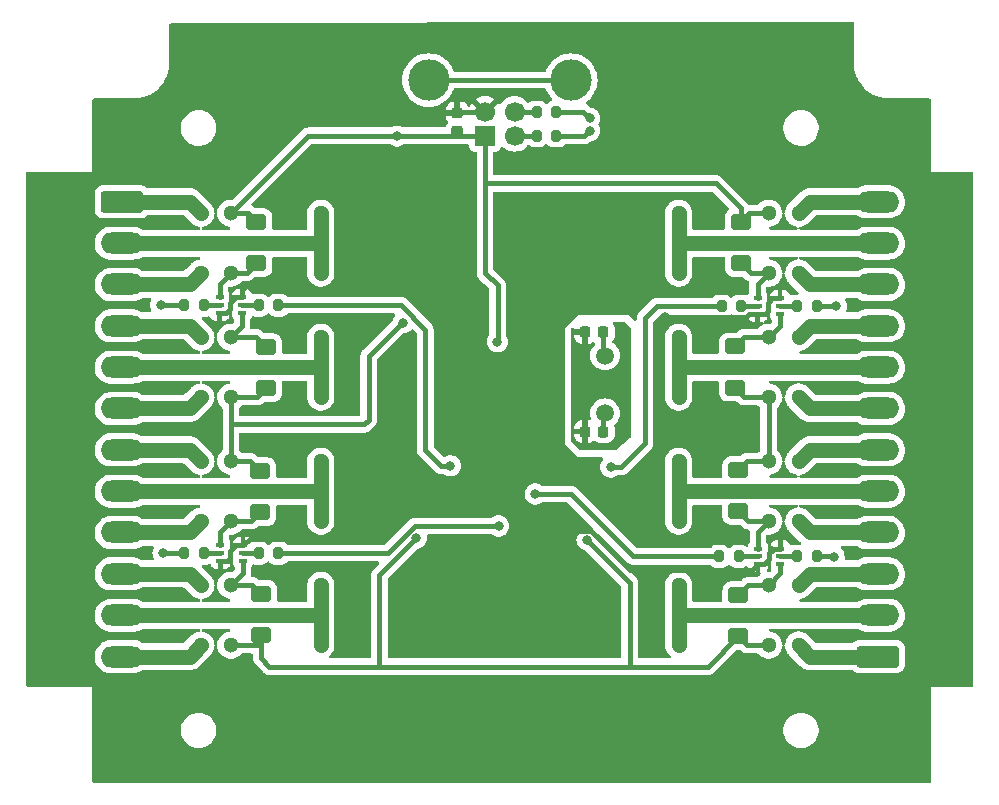
<source format=gbr>
%TF.GenerationSoftware,KiCad,Pcbnew,7.99.0-unknown-c06cea2fe9~166~ubuntu22.04.1*%
%TF.CreationDate,2023-02-26T22:53:05+01:00*%
%TF.ProjectId,FT245 relay,46543234-3520-4726-956c-61792e6b6963,rev?*%
%TF.SameCoordinates,Original*%
%TF.FileFunction,Copper,L2,Bot*%
%TF.FilePolarity,Positive*%
%FSLAX46Y46*%
G04 Gerber Fmt 4.6, Leading zero omitted, Abs format (unit mm)*
G04 Created by KiCad (PCBNEW 7.99.0-unknown-c06cea2fe9~166~ubuntu22.04.1) date 2023-02-26 22:53:05*
%MOMM*%
%LPD*%
G01*
G04 APERTURE LIST*
G04 Aperture macros list*
%AMRoundRect*
0 Rectangle with rounded corners*
0 $1 Rounding radius*
0 $2 $3 $4 $5 $6 $7 $8 $9 X,Y pos of 4 corners*
0 Add a 4 corners polygon primitive as box body*
4,1,4,$2,$3,$4,$5,$6,$7,$8,$9,$2,$3,0*
0 Add four circle primitives for the rounded corners*
1,1,$1+$1,$2,$3*
1,1,$1+$1,$4,$5*
1,1,$1+$1,$6,$7*
1,1,$1+$1,$8,$9*
0 Add four rect primitives between the rounded corners*
20,1,$1+$1,$2,$3,$4,$5,0*
20,1,$1+$1,$4,$5,$6,$7,0*
20,1,$1+$1,$6,$7,$8,$9,0*
20,1,$1+$1,$8,$9,$2,$3,0*%
G04 Aperture macros list end*
%TA.AperFunction,SMDPad,CuDef*%
%ADD10RoundRect,0.250000X0.600000X-0.400000X0.600000X0.400000X-0.600000X0.400000X-0.600000X-0.400000X0*%
%TD*%
%TA.AperFunction,SMDPad,CuDef*%
%ADD11RoundRect,0.250000X-0.600000X0.400000X-0.600000X-0.400000X0.600000X-0.400000X0.600000X0.400000X0*%
%TD*%
%TA.AperFunction,SMDPad,CuDef*%
%ADD12R,0.650000X0.400000*%
%TD*%
%TA.AperFunction,SMDPad,CuDef*%
%ADD13RoundRect,0.200000X0.200000X0.275000X-0.200000X0.275000X-0.200000X-0.275000X0.200000X-0.275000X0*%
%TD*%
%TA.AperFunction,ComponentPad*%
%ADD14C,1.300000*%
%TD*%
%TA.AperFunction,ComponentPad*%
%ADD15R,1.700000X1.700000*%
%TD*%
%TA.AperFunction,ComponentPad*%
%ADD16C,1.700000*%
%TD*%
%TA.AperFunction,ComponentPad*%
%ADD17C,3.500000*%
%TD*%
%TA.AperFunction,ComponentPad*%
%ADD18C,1.500000*%
%TD*%
%TA.AperFunction,ComponentPad*%
%ADD19RoundRect,0.250000X1.550000X-0.650000X1.550000X0.650000X-1.550000X0.650000X-1.550000X-0.650000X0*%
%TD*%
%TA.AperFunction,ComponentPad*%
%ADD20O,3.600000X1.800000*%
%TD*%
%TA.AperFunction,ComponentPad*%
%ADD21RoundRect,0.250000X-1.550000X0.650000X-1.550000X-0.650000X1.550000X-0.650000X1.550000X0.650000X0*%
%TD*%
%TA.AperFunction,SMDPad,CuDef*%
%ADD22RoundRect,0.200000X-0.200000X-0.275000X0.200000X-0.275000X0.200000X0.275000X-0.200000X0.275000X0*%
%TD*%
%TA.AperFunction,SMDPad,CuDef*%
%ADD23RoundRect,0.225000X0.225000X0.250000X-0.225000X0.250000X-0.225000X-0.250000X0.225000X-0.250000X0*%
%TD*%
%TA.AperFunction,SMDPad,CuDef*%
%ADD24RoundRect,0.225000X0.250000X-0.225000X0.250000X0.225000X-0.250000X0.225000X-0.250000X-0.225000X0*%
%TD*%
%TA.AperFunction,ViaPad*%
%ADD25C,0.800000*%
%TD*%
%TA.AperFunction,Conductor*%
%ADD26C,0.400000*%
%TD*%
%TA.AperFunction,Conductor*%
%ADD27C,1.300000*%
%TD*%
G04 APERTURE END LIST*
D10*
%TO.P,D1,1,K*%
%TO.N,+5V*%
X-20200000Y-17450000D03*
%TO.P,D1,2,A*%
%TO.N,Net-(D1-A)*%
X-20200000Y-13950000D03*
%TD*%
D11*
%TO.P,D2,1,K*%
%TO.N,+5V*%
X-20300000Y-3550000D03*
%TO.P,D2,2,A*%
%TO.N,Net-(D2-A)*%
X-20300000Y-7050000D03*
%TD*%
D12*
%TO.P,Q1,1,E1*%
%TO.N,GND*%
X-23649999Y-11149999D03*
%TO.P,Q1,2,B1*%
%TO.N,Net-(Q1A-B1)*%
X-23649999Y-10499999D03*
%TO.P,Q1,3,C2*%
%TO.N,Net-(D2-A)*%
X-23649999Y-9849999D03*
%TO.P,Q1,4,E2*%
%TO.N,GND*%
X-21749999Y-9849999D03*
%TO.P,Q1,5,B2*%
%TO.N,Net-(Q1B-B2)*%
X-21749999Y-10499999D03*
%TO.P,Q1,6,C1*%
%TO.N,Net-(D1-A)*%
X-21749999Y-11149999D03*
%TD*%
D13*
%TO.P,R4,1*%
%TO.N,Net-(Q1A-B1)*%
X-25075000Y-10500000D03*
%TO.P,R4,2*%
%TO.N,/RELAY5*%
X-26725000Y-10500000D03*
%TD*%
D11*
%TO.P,D4,1,K*%
%TO.N,+5V*%
X-20600000Y17550000D03*
%TO.P,D4,2,A*%
%TO.N,Net-(D4-A)*%
X-20600000Y14050000D03*
%TD*%
D10*
%TO.P,D3,1,K*%
%TO.N,+5V*%
X-19800000Y3450000D03*
%TO.P,D3,2,A*%
%TO.N,Net-(D3-A)*%
X-19800000Y6950000D03*
%TD*%
D14*
%TO.P,K8,1,NC*%
%TO.N,Net-(J2-Pin_3)*%
X25310000Y-13210000D03*
%TO.P,K8,2,COIL_1*%
%TO.N,Net-(D14-A)*%
X22770000Y-13210000D03*
%TO.P,K8,5,COM_1*%
%TO.N,Net-(J2-Pin_2)*%
X15150000Y-13210000D03*
%TO.P,K8,6,COM_2*%
X15150000Y-18290000D03*
%TO.P,K8,9,COIL_2*%
%TO.N,+5V*%
X22770000Y-18290000D03*
%TO.P,K8,10,NO*%
%TO.N,Net-(J2-Pin_1)*%
X25310000Y-18290000D03*
%TD*%
%TO.P,K7,1,NC*%
%TO.N,Net-(J2-Pin_6)*%
X25310000Y-2710000D03*
%TO.P,K7,2,COIL_1*%
%TO.N,+5V*%
X22770000Y-2710000D03*
%TO.P,K7,5,COM_1*%
%TO.N,Net-(J2-Pin_5)*%
X15150000Y-2710000D03*
%TO.P,K7,6,COM_2*%
X15150000Y-7790000D03*
%TO.P,K7,9,COIL_2*%
%TO.N,Net-(D12-A)*%
X22770000Y-7790000D03*
%TO.P,K7,10,NO*%
%TO.N,Net-(J2-Pin_4)*%
X25310000Y-7790000D03*
%TD*%
%TO.P,K6,1,NC*%
%TO.N,Net-(J2-Pin_9)*%
X25310000Y7790000D03*
%TO.P,K6,2,COIL_1*%
%TO.N,Net-(D5-A)*%
X22770000Y7790000D03*
%TO.P,K6,5,COM_1*%
%TO.N,Net-(J2-Pin_8)*%
X15150000Y7790000D03*
%TO.P,K6,6,COM_2*%
X15150000Y2710000D03*
%TO.P,K6,9,COIL_2*%
%TO.N,+5V*%
X22770000Y2710000D03*
%TO.P,K6,10,NO*%
%TO.N,Net-(J2-Pin_7)*%
X25310000Y2710000D03*
%TD*%
%TO.P,K5,1,NC*%
%TO.N,Net-(J2-Pin_12)*%
X25310000Y18290000D03*
%TO.P,K5,2,COIL_1*%
%TO.N,+5V*%
X22770000Y18290000D03*
%TO.P,K5,5,COM_1*%
%TO.N,Net-(J2-Pin_11)*%
X15150000Y18290000D03*
%TO.P,K5,6,COM_2*%
X15150000Y13210000D03*
%TO.P,K5,9,COIL_2*%
%TO.N,Net-(D10-A)*%
X22770000Y13210000D03*
%TO.P,K5,10,NO*%
%TO.N,Net-(J2-Pin_10)*%
X25310000Y13210000D03*
%TD*%
%TO.P,K4,1,NC*%
%TO.N,Net-(J3-Pin_3)*%
X-25310000Y13210000D03*
%TO.P,K4,2,COIL_1*%
%TO.N,Net-(D4-A)*%
X-22770000Y13210000D03*
%TO.P,K4,5,COM_1*%
%TO.N,Net-(J3-Pin_2)*%
X-15150000Y13210000D03*
%TO.P,K4,6,COM_2*%
X-15150000Y18290000D03*
%TO.P,K4,9,COIL_2*%
%TO.N,+5V*%
X-22770000Y18290000D03*
%TO.P,K4,10,NO*%
%TO.N,Net-(J3-Pin_1)*%
X-25310000Y18290000D03*
%TD*%
%TO.P,K3,1,NC*%
%TO.N,Net-(J3-Pin_6)*%
X-25310000Y2710000D03*
%TO.P,K3,2,COIL_1*%
%TO.N,+5V*%
X-22770000Y2710000D03*
%TO.P,K3,5,COM_1*%
%TO.N,Net-(J3-Pin_5)*%
X-15150000Y2710000D03*
%TO.P,K3,6,COM_2*%
X-15150000Y7790000D03*
%TO.P,K3,9,COIL_2*%
%TO.N,Net-(D3-A)*%
X-22770000Y7790000D03*
%TO.P,K3,10,NO*%
%TO.N,Net-(J3-Pin_4)*%
X-25310000Y7790000D03*
%TD*%
%TO.P,K2,1,NC*%
%TO.N,Net-(J3-Pin_9)*%
X-25310000Y-7790000D03*
%TO.P,K2,2,COIL_1*%
%TO.N,Net-(D2-A)*%
X-22770000Y-7790000D03*
%TO.P,K2,5,COM_1*%
%TO.N,Net-(J3-Pin_8)*%
X-15150000Y-7790000D03*
%TO.P,K2,6,COM_2*%
X-15150000Y-2710000D03*
%TO.P,K2,9,COIL_2*%
%TO.N,+5V*%
X-22770000Y-2710000D03*
%TO.P,K2,10,NO*%
%TO.N,Net-(J3-Pin_7)*%
X-25310000Y-2710000D03*
%TD*%
%TO.P,K1,1,NC*%
%TO.N,Net-(J3-Pin_12)*%
X-25310000Y-18290000D03*
%TO.P,K1,2,COIL_1*%
%TO.N,+5V*%
X-22770000Y-18290000D03*
%TO.P,K1,5,COM_1*%
%TO.N,Net-(J3-Pin_11)*%
X-15150000Y-18290000D03*
%TO.P,K1,6,COM_2*%
X-15150000Y-13210000D03*
%TO.P,K1,9,COIL_2*%
%TO.N,Net-(D1-A)*%
X-22770000Y-13210000D03*
%TO.P,K1,10,NO*%
%TO.N,Net-(J3-Pin_10)*%
X-25310000Y-13210000D03*
%TD*%
D10*
%TO.P,D14,1,K*%
%TO.N,+5V*%
X20200000Y-17550000D03*
%TO.P,D14,2,A*%
%TO.N,Net-(D14-A)*%
X20200000Y-14050000D03*
%TD*%
D11*
%TO.P,D12,1,K*%
%TO.N,+5V*%
X20200000Y-3450000D03*
%TO.P,D12,2,A*%
%TO.N,Net-(D12-A)*%
X20200000Y-6950000D03*
%TD*%
%TO.P,D10,1,K*%
%TO.N,+5V*%
X20400000Y17550000D03*
%TO.P,D10,2,A*%
%TO.N,Net-(D10-A)*%
X20400000Y14050000D03*
%TD*%
D10*
%TO.P,D5,1,K*%
%TO.N,+5V*%
X19910000Y3500000D03*
%TO.P,D5,2,A*%
%TO.N,Net-(D5-A)*%
X19910000Y7000000D03*
%TD*%
D15*
%TO.P,J1,1,VBUS*%
%TO.N,+5V*%
X-1249999Y24842499D03*
D16*
%TO.P,J1,2,D-*%
%TO.N,/D_N*%
X1250000Y24842500D03*
%TO.P,J1,3,D+*%
%TO.N,/D_P*%
X1250000Y26842500D03*
%TO.P,J1,4,GND*%
%TO.N,GND*%
X-1250000Y26842500D03*
D17*
%TO.P,J1,5,Shield*%
%TO.N,unconnected-(J1-Shield-Pad5)*%
X-6020000Y29552500D03*
X6020000Y29552500D03*
%TD*%
D18*
%TO.P,Y1,1,1*%
%TO.N,Net-(U1-XTOUT)*%
X8910000Y6230000D03*
%TO.P,Y1,2,2*%
%TO.N,Net-(U1-XTIN)*%
X8910000Y1350000D03*
%TD*%
D19*
%TO.P,J2,1,Pin_1*%
%TO.N,Net-(J2-Pin_1)*%
X32000000Y-19250000D03*
D20*
%TO.P,J2,2,Pin_2*%
%TO.N,Net-(J2-Pin_2)*%
X31999999Y-15749999D03*
%TO.P,J2,3,Pin_3*%
%TO.N,Net-(J2-Pin_3)*%
X31999999Y-12249999D03*
%TO.P,J2,4,Pin_4*%
%TO.N,Net-(J2-Pin_4)*%
X31999999Y-8749999D03*
%TO.P,J2,5,Pin_5*%
%TO.N,Net-(J2-Pin_5)*%
X31999999Y-5249999D03*
%TO.P,J2,6,Pin_6*%
%TO.N,Net-(J2-Pin_6)*%
X31999999Y-1749999D03*
%TO.P,J2,7,Pin_7*%
%TO.N,Net-(J2-Pin_7)*%
X31999999Y1749999D03*
%TO.P,J2,8,Pin_8*%
%TO.N,Net-(J2-Pin_8)*%
X31999999Y5249999D03*
%TO.P,J2,9,Pin_9*%
%TO.N,Net-(J2-Pin_9)*%
X31999999Y8749999D03*
%TO.P,J2,10,Pin_10*%
%TO.N,Net-(J2-Pin_10)*%
X31999999Y12249999D03*
%TO.P,J2,11,Pin_11*%
%TO.N,Net-(J2-Pin_11)*%
X31999999Y15749999D03*
%TO.P,J2,12,Pin_12*%
%TO.N,Net-(J2-Pin_12)*%
X31999999Y19249999D03*
%TD*%
D21*
%TO.P,J3,1,Pin_1*%
%TO.N,Net-(J3-Pin_1)*%
X-32000000Y19250000D03*
D20*
%TO.P,J3,2,Pin_2*%
%TO.N,Net-(J3-Pin_2)*%
X-31999999Y15749999D03*
%TO.P,J3,3,Pin_3*%
%TO.N,Net-(J3-Pin_3)*%
X-31999999Y12249999D03*
%TO.P,J3,4,Pin_4*%
%TO.N,Net-(J3-Pin_4)*%
X-31999999Y8749999D03*
%TO.P,J3,5,Pin_5*%
%TO.N,Net-(J3-Pin_5)*%
X-31999999Y5249999D03*
%TO.P,J3,6,Pin_6*%
%TO.N,Net-(J3-Pin_6)*%
X-31999999Y1749999D03*
%TO.P,J3,7,Pin_7*%
%TO.N,Net-(J3-Pin_7)*%
X-31999999Y-1749999D03*
%TO.P,J3,8,Pin_8*%
%TO.N,Net-(J3-Pin_8)*%
X-31999999Y-5249999D03*
%TO.P,J3,9,Pin_9*%
%TO.N,Net-(J3-Pin_9)*%
X-31999999Y-8749999D03*
%TO.P,J3,10,Pin_10*%
%TO.N,Net-(J3-Pin_10)*%
X-31999999Y-12249999D03*
%TO.P,J3,11,Pin_11*%
%TO.N,Net-(J3-Pin_11)*%
X-31999999Y-15749999D03*
%TO.P,J3,12,Pin_12*%
%TO.N,Net-(J3-Pin_12)*%
X-31999999Y-19249999D03*
%TD*%
D12*
%TO.P,Q2,1,E1*%
%TO.N,GND*%
X-23719999Y9849999D03*
%TO.P,Q2,2,B1*%
%TO.N,Net-(Q2A-B1)*%
X-23719999Y10499999D03*
%TO.P,Q2,3,C2*%
%TO.N,Net-(D4-A)*%
X-23719999Y11149999D03*
%TO.P,Q2,4,E2*%
%TO.N,GND*%
X-21819999Y11149999D03*
%TO.P,Q2,5,B2*%
%TO.N,Net-(Q2B-B2)*%
X-21819999Y10499999D03*
%TO.P,Q2,6,C1*%
%TO.N,Net-(D3-A)*%
X-21819999Y9849999D03*
%TD*%
%TO.P,Q3,1,E1*%
%TO.N,GND*%
X23729999Y11069999D03*
%TO.P,Q3,2,B1*%
%TO.N,Net-(Q3A-B1)*%
X23729999Y10419999D03*
%TO.P,Q3,3,C2*%
%TO.N,Net-(D5-A)*%
X23729999Y9769999D03*
%TO.P,Q3,4,E2*%
%TO.N,GND*%
X21829999Y9769999D03*
%TO.P,Q3,5,B2*%
%TO.N,Net-(Q3B-B2)*%
X21829999Y10419999D03*
%TO.P,Q3,6,C1*%
%TO.N,Net-(D10-A)*%
X21829999Y11069999D03*
%TD*%
D22*
%TO.P,R7,1*%
%TO.N,Net-(Q2B-B2)*%
X-20425000Y10500000D03*
%TO.P,R7,2*%
%TO.N,/RELAY6*%
X-18775000Y10500000D03*
%TD*%
D13*
%TO.P,R12,1*%
%TO.N,Net-(Q4B-B2)*%
X20225000Y-10770000D03*
%TO.P,R12,2*%
%TO.N,/RELAY2*%
X18575000Y-10770000D03*
%TD*%
D23*
%TO.P,C5,1*%
%TO.N,Net-(U1-XTIN)*%
X8775000Y-200000D03*
%TO.P,C5,2*%
%TO.N,GND*%
X7225000Y-200000D03*
%TD*%
%TO.P,C4,1*%
%TO.N,Net-(U1-XTOUT)*%
X8775000Y8200000D03*
%TO.P,C4,2*%
%TO.N,GND*%
X7225000Y8200000D03*
%TD*%
D13*
%TO.P,R2,1*%
%TO.N,/D_R_P*%
X4775000Y26842500D03*
%TO.P,R2,2*%
%TO.N,/D_P*%
X3125000Y26842500D03*
%TD*%
D24*
%TO.P,C1,1*%
%TO.N,+5V*%
X-3600000Y25225000D03*
%TO.P,C1,2*%
%TO.N,GND*%
X-3600000Y26775000D03*
%TD*%
D13*
%TO.P,R6,1*%
%TO.N,Net-(Q2A-B1)*%
X-25075000Y10500000D03*
%TO.P,R6,2*%
%TO.N,/RELAY7*%
X-26725000Y10500000D03*
%TD*%
%TO.P,R1,1*%
%TO.N,/D_R_N*%
X4775000Y24842500D03*
%TO.P,R1,2*%
%TO.N,/D_N*%
X3125000Y24842500D03*
%TD*%
D22*
%TO.P,R5,1*%
%TO.N,Net-(Q1B-B2)*%
X-20425000Y-10500000D03*
%TO.P,R5,2*%
%TO.N,/RELAY4*%
X-18775000Y-10500000D03*
%TD*%
%TO.P,R9,1*%
%TO.N,Net-(Q3A-B1)*%
X25175000Y10420000D03*
%TO.P,R9,2*%
%TO.N,/RELAY1*%
X26825000Y10420000D03*
%TD*%
%TO.P,R11,1*%
%TO.N,Net-(Q4A-B1)*%
X25175000Y-10770000D03*
%TO.P,R11,2*%
%TO.N,/RELAY3*%
X26825000Y-10770000D03*
%TD*%
D13*
%TO.P,R10,1*%
%TO.N,Net-(Q3B-B2)*%
X20425000Y10420000D03*
%TO.P,R10,2*%
%TO.N,/RELAY0*%
X18775000Y10420000D03*
%TD*%
D12*
%TO.P,Q4,1,E1*%
%TO.N,GND*%
X23759999Y-10119999D03*
%TO.P,Q4,2,B1*%
%TO.N,Net-(Q4A-B1)*%
X23759999Y-10769999D03*
%TO.P,Q4,3,C2*%
%TO.N,Net-(D14-A)*%
X23759999Y-11419999D03*
%TO.P,Q4,4,E2*%
%TO.N,GND*%
X21859999Y-11419999D03*
%TO.P,Q4,5,B2*%
%TO.N,Net-(Q4B-B2)*%
X21859999Y-10769999D03*
%TO.P,Q4,6,C1*%
%TO.N,Net-(D12-A)*%
X21859999Y-10119999D03*
%TD*%
D25*
%TO.N,GND*%
X10875000Y-6375000D03*
X-13000000Y2850000D03*
X-12075000Y-15850000D03*
X8900000Y10400000D03*
X2920000Y5380000D03*
%TO.N,+5V*%
X7400000Y-9400000D03*
%TO.N,GND*%
X-10500000Y-7800000D03*
X-5000000Y-9300000D03*
%TO.N,+5V*%
X-7055373Y-9224709D03*
X-8200000Y9000000D03*
X-8700000Y24800000D03*
%TO.N,GND*%
X-7500000Y6700000D03*
%TO.N,/RELAY0*%
X9400000Y-3200000D03*
%TO.N,/RELAY2*%
X3000000Y-5500000D03*
%TO.N,/RELAY4*%
X-100000Y-8200000D03*
%TO.N,/RELAY6*%
X-4200000Y-3100000D03*
%TO.N,/RELAY5*%
X-28500000Y-10500000D03*
%TO.N,GND*%
X13984668Y9515332D03*
X-3600000Y10400000D03*
%TO.N,/RELAY1*%
X28500000Y10400000D03*
%TO.N,/RELAY7*%
X-28700000Y10500000D03*
%TO.N,/RELAY3*%
X28300000Y-10800000D03*
%TO.N,+5V*%
X-200000Y7400000D03*
%TO.N,GND*%
X6800000Y5800000D03*
%TO.N,/D_R_N*%
X7600000Y25275000D03*
%TO.N,/D_R_P*%
X7600000Y26325000D03*
%TD*%
D26*
%TO.N,GND*%
X8900000Y10400000D02*
X5500000Y10400000D01*
X5500000Y10400000D02*
X2920000Y7820000D01*
X2920000Y7820000D02*
X2920000Y5380000D01*
%TO.N,Net-(D2-A)*%
X-23650000Y-9850000D02*
X-23650000Y-8670000D01*
X-23650000Y-8670000D02*
X-22770000Y-7790000D01*
%TO.N,Net-(Q4A-B1)*%
X23760000Y-10770000D02*
X25175000Y-10770000D01*
%TO.N,Net-(Q2B-B2)*%
X-20425000Y10500000D02*
X-21820000Y10500000D01*
%TO.N,unconnected-(J1-Shield-Pad5)*%
X-6020000Y29552500D02*
X6020000Y29552500D01*
%TO.N,+5V*%
X-22770000Y-18290000D02*
X-20200000Y-18290000D01*
X-20200000Y-18290000D02*
X-20200000Y-17450000D01*
X-11700000Y-20100000D02*
X-19500000Y-20100000D01*
X-19500000Y-20100000D02*
X-20200000Y-19400000D01*
X-20200000Y-19400000D02*
X-20200000Y-17450000D01*
%TO.N,Net-(D1-A)*%
X-22770000Y-13210000D02*
X-20940000Y-13210000D01*
X-20940000Y-13210000D02*
X-20200000Y-13950000D01*
%TO.N,Net-(D2-A)*%
X-22770000Y-7790000D02*
X-21040000Y-7790000D01*
X-21040000Y-7790000D02*
X-20300000Y-7050000D01*
%TO.N,+5V*%
X-22770000Y-2710000D02*
X-21140000Y-2710000D01*
X-21140000Y-2710000D02*
X-20300000Y-3550000D01*
X-11700000Y-20100000D02*
X-10200000Y-20100000D01*
X-10200000Y-12369336D02*
X-7055373Y-9224709D01*
X-10200000Y-20100000D02*
X-10200000Y-12369336D01*
X12400000Y-20100000D02*
X11100000Y-20100000D01*
X11100000Y-20100000D02*
X11000000Y-20000000D01*
X11000000Y-20000000D02*
X11000000Y-13000000D01*
X11000000Y-13000000D02*
X7400000Y-9400000D01*
X17650000Y-20100000D02*
X12400000Y-20100000D01*
X-11700000Y-20100000D02*
X12400000Y-20100000D01*
%TO.N,GND*%
X5869336Y-9300000D02*
X-5000000Y-9300000D01*
X7731164Y-8600500D02*
X6568836Y-8600500D01*
%TO.N,/RELAY2*%
X11265644Y-10770000D02*
X5995644Y-5500000D01*
X18575000Y-10770000D02*
X11265644Y-10770000D01*
%TO.N,+5V*%
X20200000Y-17550000D02*
X17650000Y-20100000D01*
%TO.N,GND*%
X13600000Y-11900000D02*
X11030664Y-11900000D01*
X11030664Y-11900000D02*
X7731164Y-8600500D01*
%TO.N,/RELAY2*%
X5995644Y-5500000D02*
X3000000Y-5500000D01*
%TO.N,GND*%
X6568836Y-8600500D02*
X5869336Y-9300000D01*
%TO.N,+5V*%
X-1250000Y20800000D02*
X-1250000Y13250000D01*
X-1250000Y24842500D02*
X-1250000Y20800000D01*
X20400000Y17550000D02*
X20400000Y18700000D01*
X20400000Y18700000D02*
X18300000Y20800000D01*
X18300000Y20800000D02*
X-1250000Y20800000D01*
%TO.N,/RELAY4*%
X-18775000Y-10500000D02*
X-9461328Y-10500000D01*
X-9461328Y-10500000D02*
X-7161328Y-8200000D01*
X-7161328Y-8200000D02*
X-100000Y-8200000D01*
%TO.N,GND*%
X21860000Y-11420000D02*
X21380000Y-11900000D01*
X21380000Y-11900000D02*
X13400000Y-11900000D01*
%TO.N,+5V*%
X-8400000Y8900000D02*
X-8300000Y8900000D01*
X-11500000Y400000D02*
X-11100000Y800000D01*
X-22770000Y-2710000D02*
X-22770000Y400000D01*
X-22770000Y400000D02*
X-11500000Y400000D01*
X-11100000Y800000D02*
X-11100000Y6200000D01*
X-22770000Y400000D02*
X-22770000Y2710000D01*
X-11100000Y6200000D02*
X-8400000Y8900000D01*
X-8300000Y8900000D02*
X-8200000Y9000000D01*
%TO.N,Net-(D4-A)*%
X-22770000Y13210000D02*
X-21440000Y13210000D01*
X-21440000Y13210000D02*
X-20600000Y14050000D01*
%TO.N,+5V*%
X-22770000Y18290000D02*
X-21340000Y18290000D01*
X-21340000Y18290000D02*
X-20600000Y17550000D01*
%TO.N,Net-(D3-A)*%
X-22770000Y7790000D02*
X-20640000Y7790000D01*
X-20640000Y7790000D02*
X-19800000Y6950000D01*
%TO.N,+5V*%
X-22770000Y2710000D02*
X-20540000Y2710000D01*
X-20540000Y2710000D02*
X-19800000Y3450000D01*
%TO.N,Net-(D4-A)*%
X-23720000Y11150000D02*
X-23720000Y12260000D01*
X-23720000Y12260000D02*
X-22770000Y13210000D01*
%TO.N,GND*%
X-21750000Y-9850000D02*
X-21100000Y-9200000D01*
X-21100000Y-9200000D02*
X-11900000Y-9200000D01*
X-11900000Y-9200000D02*
X-7500000Y-4800000D01*
X-7500000Y-4800000D02*
X-7500000Y6700000D01*
%TO.N,/RELAY0*%
X18775000Y10420000D02*
X18755000Y10400000D01*
X18755000Y10400000D02*
X13300000Y10400000D01*
X13300000Y10400000D02*
X12300000Y9400000D01*
X12300000Y9400000D02*
X12300000Y-1200000D01*
X10300000Y-3200000D02*
X9400000Y-3200000D01*
X12300000Y-1200000D02*
X10300000Y-3200000D01*
%TO.N,/RELAY6*%
X-18775000Y10500000D02*
X-8400000Y10500000D01*
X-8400000Y10500000D02*
X-6300000Y8400000D01*
X-5000000Y-3100000D02*
X-4200000Y-3100000D01*
X-6300000Y8400000D02*
X-6300000Y-1800000D01*
X-6300000Y-1800000D02*
X-5000000Y-3100000D01*
%TO.N,/RELAY5*%
X-26725000Y-10500000D02*
X-28500000Y-10500000D01*
%TO.N,Net-(Q1A-B1)*%
X-25075000Y-10500000D02*
X-23650000Y-10500000D01*
%TO.N,Net-(Q1B-B2)*%
X-20425000Y-10500000D02*
X-21750000Y-10500000D01*
%TO.N,/RELAY7*%
X-26725000Y10500000D02*
X-28700000Y10500000D01*
%TO.N,Net-(Q2A-B1)*%
X-23720000Y10500000D02*
X-25075000Y10500000D01*
%TO.N,GND*%
X20850332Y9515332D02*
X13984668Y9515332D01*
X21105000Y9770000D02*
X20850332Y9515332D01*
X21830000Y9770000D02*
X21105000Y9770000D01*
X21830000Y9770000D02*
X22470000Y9770000D01*
X22700000Y10000000D02*
X22700000Y10700000D01*
X22470000Y9770000D02*
X22700000Y10000000D01*
X22700000Y10700000D02*
X23070000Y11070000D01*
X23070000Y11070000D02*
X23730000Y11070000D01*
X-21820000Y11150000D02*
X-21820000Y11780000D01*
X-21820000Y11780000D02*
X-21500000Y12100000D01*
X-21500000Y12100000D02*
X-17700000Y12100000D01*
X-17200000Y11600000D02*
X-4800000Y11600000D01*
X-17700000Y12100000D02*
X-17200000Y11600000D01*
X-4800000Y11600000D02*
X-3600000Y10400000D01*
%TO.N,/RELAY1*%
X26825000Y10420000D02*
X28480000Y10420000D01*
X28480000Y10420000D02*
X28500000Y10400000D01*
%TO.N,/RELAY3*%
X26825000Y-10770000D02*
X28270000Y-10770000D01*
X28270000Y-10770000D02*
X28300000Y-10800000D01*
%TO.N,+5V*%
X22770000Y18290000D02*
X21140000Y18290000D01*
X21140000Y18290000D02*
X20400000Y17550000D01*
%TO.N,Net-(D10-A)*%
X22770000Y13210000D02*
X21240000Y13210000D01*
X21240000Y13210000D02*
X20400000Y14050000D01*
%TO.N,Net-(D12-A)*%
X22770000Y-7790000D02*
X21040000Y-7790000D01*
X21040000Y-7790000D02*
X20200000Y-6950000D01*
%TO.N,+5V*%
X22770000Y-2710000D02*
X20940000Y-2710000D01*
X20940000Y-2710000D02*
X20200000Y-3450000D01*
X22770000Y-18290000D02*
X20940000Y-18290000D01*
X20940000Y-18290000D02*
X20200000Y-17550000D01*
%TO.N,Net-(D14-A)*%
X22770000Y-13210000D02*
X21040000Y-13210000D01*
X21040000Y-13210000D02*
X20200000Y-14050000D01*
%TO.N,+5V*%
X22770000Y-2710000D02*
X22770000Y2710000D01*
%TO.N,Net-(D5-A)*%
X22770000Y7790000D02*
X20700000Y7790000D01*
X20700000Y7790000D02*
X19910000Y7000000D01*
%TO.N,+5V*%
X22770000Y2710000D02*
X20700000Y2710000D01*
X20700000Y2710000D02*
X19910000Y3500000D01*
X-1250000Y13250000D02*
X-175000Y12175000D01*
X-175000Y12175000D02*
X-175000Y7425000D01*
X-175000Y7425000D02*
X-200000Y7400000D01*
%TO.N,GND*%
X7225000Y8200000D02*
X7225000Y6225000D01*
X7225000Y6225000D02*
X6800000Y5800000D01*
X7225000Y-200000D02*
X7225000Y8200000D01*
%TO.N,Net-(U1-XTOUT)*%
X8775000Y8200000D02*
X8775000Y6365000D01*
X8775000Y6365000D02*
X8910000Y6230000D01*
%TO.N,Net-(U1-XTIN)*%
X8775000Y-200000D02*
X8775000Y1215000D01*
X8775000Y1215000D02*
X8910000Y1350000D01*
%TO.N,+5V*%
X-3600000Y25042500D02*
X-3400000Y24842500D01*
X-16217500Y24842500D02*
X-3400000Y24842500D01*
X-3600000Y25225000D02*
X-3600000Y25042500D01*
X-3400000Y24842500D02*
X-1250000Y24842500D01*
X-22770000Y18290000D02*
X-16217500Y24842500D01*
%TO.N,GND*%
X-3532500Y26842500D02*
X-3600000Y26775000D01*
X-22350000Y11150000D02*
X-21820000Y11150000D01*
X-23050000Y-11150000D02*
X-22800000Y-10900000D01*
X-22800000Y-10300000D02*
X-22350000Y-9850000D01*
X23180000Y-10120000D02*
X22800000Y-10500000D01*
X-1250000Y26842500D02*
X-3532500Y26842500D01*
X22800000Y-10500000D02*
X22800000Y-11000000D01*
X-22800000Y10700000D02*
X-22350000Y11150000D01*
X22380000Y-11420000D02*
X21860000Y-11420000D01*
X-22350000Y-9850000D02*
X-21750000Y-9850000D01*
X-23150000Y9850000D02*
X-22800000Y10200000D01*
X-23720000Y9850000D02*
X-23150000Y9850000D01*
X22800000Y-11000000D02*
X22380000Y-11420000D01*
X23760000Y-10120000D02*
X23180000Y-10120000D01*
X-22800000Y10200000D02*
X-22800000Y10700000D01*
X-23650000Y-11150000D02*
X-23050000Y-11150000D01*
X-22800000Y-10900000D02*
X-22800000Y-10300000D01*
D27*
%TO.N,Net-(J2-Pin_1)*%
X32000000Y-19250000D02*
X26270000Y-19250000D01*
X26270000Y-19250000D02*
X25310000Y-18290000D01*
%TO.N,Net-(J2-Pin_2)*%
X32000000Y-15750000D02*
X15410000Y-15750000D01*
X15150000Y-15490000D02*
X15150000Y-13210000D01*
X15150000Y-18290000D02*
X15150000Y-15490000D01*
X15410000Y-15750000D02*
X15150000Y-15490000D01*
%TO.N,Net-(J2-Pin_3)*%
X32000000Y-12250000D02*
X26270000Y-12250000D01*
X26270000Y-12250000D02*
X25310000Y-13210000D01*
%TO.N,Net-(J2-Pin_4)*%
X26270000Y-8750000D02*
X25310000Y-7790000D01*
X32000000Y-8750000D02*
X26270000Y-8750000D01*
%TO.N,Net-(J2-Pin_5)*%
X32000000Y-5250000D02*
X15350000Y-5250000D01*
X15150000Y-7790000D02*
X15150000Y-5450000D01*
X15350000Y-5250000D02*
X15150000Y-5450000D01*
X15150000Y-5450000D02*
X15150000Y-2710000D01*
%TO.N,Net-(J2-Pin_6)*%
X32000000Y-1750000D02*
X26270000Y-1750000D01*
X26270000Y-1750000D02*
X25310000Y-2710000D01*
%TO.N,Net-(J2-Pin_7)*%
X26270000Y1750000D02*
X25310000Y2710000D01*
X32000000Y1750000D02*
X26270000Y1750000D01*
%TO.N,Net-(J2-Pin_8)*%
X15150000Y2710000D02*
X15150000Y5180000D01*
X32000000Y5250000D02*
X15220000Y5250000D01*
X15150000Y5180000D02*
X15150000Y7790000D01*
X15220000Y5250000D02*
X15150000Y5180000D01*
%TO.N,Net-(J2-Pin_9)*%
X32000000Y8750000D02*
X26270000Y8750000D01*
X26270000Y8750000D02*
X25310000Y7790000D01*
%TO.N,Net-(J2-Pin_10)*%
X32000000Y12250000D02*
X26270000Y12250000D01*
X26270000Y12250000D02*
X25310000Y13210000D01*
%TO.N,Net-(J2-Pin_11)*%
X15230000Y15750000D02*
X15150000Y15670000D01*
X15150000Y15670000D02*
X15150000Y18290000D01*
X32000000Y15750000D02*
X15230000Y15750000D01*
X15150000Y13210000D02*
X15150000Y15670000D01*
%TO.N,Net-(J2-Pin_12)*%
X32000000Y19250000D02*
X26270000Y19250000D01*
X26270000Y19250000D02*
X25310000Y18290000D01*
%TO.N,Net-(J3-Pin_1)*%
X-32000000Y19250000D02*
X-26270000Y19250000D01*
X-26270000Y19250000D02*
X-25310000Y18290000D01*
%TO.N,Net-(J3-Pin_2)*%
X-15290000Y15750000D02*
X-15150000Y15610000D01*
X-15150000Y15610000D02*
X-15150000Y18290000D01*
X-15150000Y13210000D02*
X-15150000Y15610000D01*
X-32000000Y15750000D02*
X-15290000Y15750000D01*
%TO.N,Net-(J3-Pin_3)*%
X-32000000Y12250000D02*
X-26270000Y12250000D01*
X-26270000Y12250000D02*
X-25310000Y13210000D01*
%TO.N,Net-(J3-Pin_4)*%
X-32000000Y8750000D02*
X-26270000Y8750000D01*
X-26270000Y8750000D02*
X-25310000Y7790000D01*
%TO.N,Net-(J3-Pin_5)*%
X-15410000Y5250000D02*
X-15150000Y4990000D01*
X-15150000Y4990000D02*
X-15150000Y7790000D01*
X-32000000Y5250000D02*
X-15410000Y5250000D01*
X-15150000Y2710000D02*
X-15150000Y4990000D01*
%TO.N,Net-(J3-Pin_6)*%
X-32000000Y1750000D02*
X-26270000Y1750000D01*
X-26270000Y1750000D02*
X-25310000Y2710000D01*
%TO.N,Net-(J3-Pin_7)*%
X-32000000Y-1750000D02*
X-26270000Y-1750000D01*
X-26270000Y-1750000D02*
X-25310000Y-2710000D01*
%TO.N,Net-(J3-Pin_8)*%
X-15150000Y-7790000D02*
X-15150000Y-5340000D01*
X-15150000Y-5340000D02*
X-15150000Y-2710000D01*
X-15240000Y-5250000D02*
X-15150000Y-5340000D01*
X-32000000Y-5250000D02*
X-15240000Y-5250000D01*
%TO.N,Net-(J3-Pin_9)*%
X-32000000Y-8750000D02*
X-26270000Y-8750000D01*
X-26270000Y-8750000D02*
X-25310000Y-7790000D01*
%TO.N,Net-(J3-Pin_10)*%
X-32000000Y-12250000D02*
X-26270000Y-12250000D01*
X-26270000Y-12250000D02*
X-25310000Y-13210000D01*
%TO.N,Net-(J3-Pin_11)*%
X-15150000Y-15850000D02*
X-15150000Y-13210000D01*
X-15150000Y-18290000D02*
X-15150000Y-15850000D01*
X-32000000Y-15750000D02*
X-15250000Y-15750000D01*
X-15250000Y-15750000D02*
X-15150000Y-15850000D01*
%TO.N,Net-(J3-Pin_12)*%
X-26270000Y-19250000D02*
X-25310000Y-18290000D01*
X-32000000Y-19250000D02*
X-26270000Y-19250000D01*
D26*
%TO.N,Net-(D1-A)*%
X-21750000Y-11150000D02*
X-21750000Y-12190000D01*
X-21750000Y-12190000D02*
X-22770000Y-13210000D01*
%TO.N,Net-(D3-A)*%
X-21820000Y8740000D02*
X-22770000Y7790000D01*
X-21820000Y9850000D02*
X-21820000Y8740000D01*
%TO.N,Net-(D10-A)*%
X21830000Y12270000D02*
X22770000Y13210000D01*
X21830000Y11070000D02*
X21830000Y12270000D01*
%TO.N,Net-(D5-A)*%
X23730000Y9770000D02*
X23730000Y8750000D01*
X23730000Y8750000D02*
X22770000Y7790000D01*
%TO.N,Net-(D12-A)*%
X21860000Y-8700000D02*
X22770000Y-7790000D01*
X21860000Y-10120000D02*
X21860000Y-8700000D01*
%TO.N,Net-(D14-A)*%
X23760000Y-12220000D02*
X22770000Y-13210000D01*
X23760000Y-11420000D02*
X23760000Y-12220000D01*
%TO.N,Net-(Q3A-B1)*%
X25175000Y10420000D02*
X23730000Y10420000D01*
%TO.N,Net-(Q3B-B2)*%
X21830000Y10420000D02*
X20425000Y10420000D01*
%TO.N,Net-(Q4B-B2)*%
X21860000Y-10770000D02*
X20225000Y-10770000D01*
%TO.N,/D_N*%
X3125000Y24842500D02*
X1250000Y24842500D01*
%TO.N,/D_P*%
X3125000Y26842500D02*
X1250000Y26842500D01*
%TO.N,/D_R_N*%
X7167500Y24842500D02*
X7600000Y25275000D01*
X4775000Y24842500D02*
X7167500Y24842500D01*
%TO.N,/D_R_P*%
X4775000Y26842500D02*
X7082500Y26842500D01*
X7082500Y26842500D02*
X7600000Y26325000D01*
%TD*%
%TA.AperFunction,Conductor*%
%TO.N,GND*%
G36*
X8443421Y-8938434D02*
G01*
X10752695Y-11247707D01*
X10757815Y-11253145D01*
X10797715Y-11298183D01*
X10840254Y-11327545D01*
X10847221Y-11332354D01*
X10853250Y-11336790D01*
X10900587Y-11373877D01*
X10909822Y-11378033D01*
X10929370Y-11389058D01*
X10937714Y-11394818D01*
X10993966Y-11416151D01*
X11000872Y-11419012D01*
X11055712Y-11443694D01*
X11065674Y-11445519D01*
X11087294Y-11451546D01*
X11096769Y-11455139D01*
X11096772Y-11455140D01*
X11156500Y-11462392D01*
X11163845Y-11463509D01*
X11223038Y-11474357D01*
X11283065Y-11470726D01*
X11290553Y-11470500D01*
X17758480Y-11470500D01*
X17805933Y-11479939D01*
X17846161Y-11506819D01*
X17939813Y-11600471D01*
X17947027Y-11604832D01*
X18085394Y-11688478D01*
X18247804Y-11739086D01*
X18294857Y-11743362D01*
X18318383Y-11745500D01*
X18318384Y-11745500D01*
X18831616Y-11745500D01*
X18831617Y-11745500D01*
X18849260Y-11743896D01*
X18902196Y-11739086D01*
X19064606Y-11688478D01*
X19210185Y-11600472D01*
X19247618Y-11563039D01*
X19312319Y-11498339D01*
X19367906Y-11466245D01*
X19432094Y-11466245D01*
X19487681Y-11498339D01*
X19589813Y-11600471D01*
X19597027Y-11604832D01*
X19735394Y-11688478D01*
X19897804Y-11739086D01*
X19944857Y-11743362D01*
X19968383Y-11745500D01*
X19968384Y-11745500D01*
X20481616Y-11745500D01*
X20481617Y-11745500D01*
X20499260Y-11743896D01*
X20552196Y-11739086D01*
X20714606Y-11688478D01*
X20850908Y-11606080D01*
X20909863Y-11588307D01*
X20970102Y-11601086D01*
X21016765Y-11641268D01*
X21038344Y-11698942D01*
X21041400Y-11727371D01*
X21091647Y-11862089D01*
X21177811Y-11977188D01*
X21292910Y-12063352D01*
X21427624Y-12113597D01*
X21487176Y-12120000D01*
X21660000Y-12120000D01*
X21660000Y-11594500D01*
X21676613Y-11532500D01*
X21722000Y-11487113D01*
X21784000Y-11470500D01*
X21917633Y-11470500D01*
X21917641Y-11470499D01*
X21936000Y-11470499D01*
X21998000Y-11487112D01*
X22043387Y-11532499D01*
X22060000Y-11594499D01*
X22060000Y-12120000D01*
X22062560Y-12122560D01*
X22095134Y-12179996D01*
X22093609Y-12246008D01*
X22058418Y-12301877D01*
X22031155Y-12326731D01*
X21916128Y-12431592D01*
X21894504Y-12460228D01*
X21850821Y-12496500D01*
X21795550Y-12509500D01*
X21064910Y-12509500D01*
X21057423Y-12509274D01*
X20997391Y-12505642D01*
X20938242Y-12516481D01*
X20930843Y-12517608D01*
X20871122Y-12524860D01*
X20861641Y-12528456D01*
X20840036Y-12534479D01*
X20830069Y-12536305D01*
X20775234Y-12560984D01*
X20768318Y-12563848D01*
X20712069Y-12585181D01*
X20703725Y-12590941D01*
X20684183Y-12601963D01*
X20674944Y-12606121D01*
X20627594Y-12643216D01*
X20621566Y-12647652D01*
X20572067Y-12681819D01*
X20532183Y-12726838D01*
X20527051Y-12732290D01*
X20396160Y-12863181D01*
X20355932Y-12890061D01*
X20308479Y-12899500D01*
X19549991Y-12899500D01*
X19447203Y-12910000D01*
X19280665Y-12965186D01*
X19131342Y-13057288D01*
X19007288Y-13181342D01*
X18915186Y-13330665D01*
X18860000Y-13497202D01*
X18850133Y-13593794D01*
X18849500Y-13599991D01*
X18849500Y-14044352D01*
X18849501Y-14475500D01*
X18832888Y-14537500D01*
X18787501Y-14582887D01*
X18725501Y-14599500D01*
X16424500Y-14599500D01*
X16362500Y-14582887D01*
X16317113Y-14537500D01*
X16300500Y-14475500D01*
X16300500Y-13268926D01*
X16301029Y-13257485D01*
X16303514Y-13230665D01*
X16305429Y-13210000D01*
X16296995Y-13118986D01*
X16291455Y-13059201D01*
X16285756Y-12997690D01*
X16260806Y-12910001D01*
X16227405Y-12792611D01*
X16218175Y-12774074D01*
X16132368Y-12601747D01*
X16003873Y-12431594D01*
X15846301Y-12287947D01*
X15734802Y-12218909D01*
X15665019Y-12175702D01*
X15665017Y-12175701D01*
X15466198Y-12098679D01*
X15460602Y-12097633D01*
X15256610Y-12059500D01*
X15043390Y-12059500D01*
X14903664Y-12085619D01*
X14833801Y-12098679D01*
X14634982Y-12175701D01*
X14453698Y-12287947D01*
X14296126Y-12431594D01*
X14167631Y-12601747D01*
X14072595Y-12792609D01*
X14014243Y-12997690D01*
X14003005Y-13118985D01*
X14003005Y-13118986D01*
X13994571Y-13210000D01*
X13998971Y-13257485D01*
X13999500Y-13268926D01*
X13999500Y-15460546D01*
X13999368Y-15466272D01*
X13995804Y-15543364D01*
X13998311Y-15561335D01*
X13999500Y-15578465D01*
X13999500Y-18231074D01*
X13998971Y-18242515D01*
X13994571Y-18289999D01*
X13999500Y-18343194D01*
X14014243Y-18502310D01*
X14072595Y-18707390D01*
X14167631Y-18898252D01*
X14296128Y-19068408D01*
X14422776Y-19183863D01*
X14455673Y-19232851D01*
X14462202Y-19291496D01*
X14440886Y-19346519D01*
X14396551Y-19385460D01*
X14339238Y-19399500D01*
X12442372Y-19399500D01*
X11824500Y-19399500D01*
X11762500Y-19382887D01*
X11717113Y-19337500D01*
X11700500Y-19275500D01*
X11700500Y-13024921D01*
X11700726Y-13017434D01*
X11701920Y-12997689D01*
X11704358Y-12957394D01*
X11693507Y-12898185D01*
X11692390Y-12890841D01*
X11685140Y-12831128D01*
X11681547Y-12821656D01*
X11675522Y-12800044D01*
X11673695Y-12790069D01*
X11649009Y-12735220D01*
X11646152Y-12728326D01*
X11624818Y-12672070D01*
X11624816Y-12672068D01*
X11624816Y-12672066D01*
X11619062Y-12663731D01*
X11608033Y-12644177D01*
X11603878Y-12634944D01*
X11566780Y-12587591D01*
X11562352Y-12581573D01*
X11549203Y-12562524D01*
X11537883Y-12546123D01*
X11528184Y-12532072D01*
X11528183Y-12532071D01*
X11483153Y-12492178D01*
X11477715Y-12487058D01*
X8326503Y-9335846D01*
X8302263Y-9301548D01*
X8290864Y-9261130D01*
X8285674Y-9211744D01*
X8237808Y-9064431D01*
X8234726Y-8999065D01*
X8265348Y-8941231D01*
X8321145Y-8907039D01*
X8386577Y-8906011D01*
X8443421Y-8938434D01*
G37*
%TD.AperFunction*%
%TA.AperFunction,Conductor*%
G36*
X-9328335Y24135931D02*
G01*
X-9293768Y24118318D01*
X-9152730Y24015848D01*
X-8979802Y23938855D01*
X-8794648Y23899500D01*
X-8794646Y23899500D01*
X-8605354Y23899500D01*
X-8605352Y23899500D01*
X-8420197Y23938855D01*
X-8247269Y24015848D01*
X-8106232Y24118318D01*
X-8071665Y24135931D01*
X-8033347Y24142000D01*
X-3474927Y24142000D01*
X-3452576Y24139969D01*
X-3442606Y24138142D01*
X-3382566Y24141774D01*
X-3375079Y24142000D01*
X-3357628Y24142000D01*
X-2724499Y24142000D01*
X-2662499Y24125387D01*
X-2617112Y24080000D01*
X-2600499Y24018000D01*
X-2600499Y23944628D01*
X-2594091Y23885017D01*
X-2543796Y23750169D01*
X-2457546Y23634954D01*
X-2342331Y23548704D01*
X-2207483Y23498409D01*
X-2147873Y23492000D01*
X-2074500Y23492000D01*
X-2012500Y23475387D01*
X-1967113Y23430000D01*
X-1950500Y23368000D01*
X-1950500Y13274921D01*
X-1950726Y13267434D01*
X-1954358Y13207394D01*
X-1943507Y13148185D01*
X-1942390Y13140840D01*
X-1935140Y13081128D01*
X-1931547Y13071655D01*
X-1925521Y13050035D01*
X-1923695Y13040068D01*
X-1906021Y13000800D01*
X-1899009Y12985218D01*
X-1896151Y12978322D01*
X-1874818Y12922070D01*
X-1869061Y12913730D01*
X-1858035Y12894181D01*
X-1853877Y12884941D01*
X-1816785Y12837597D01*
X-1812355Y12831577D01*
X-1778183Y12782071D01*
X-1733153Y12742178D01*
X-1727715Y12737058D01*
X-1303263Y12312606D01*
X-911819Y11921163D01*
X-884939Y11880935D01*
X-875500Y11833482D01*
X-875500Y8043157D01*
X-883736Y7998719D01*
X-907350Y7960185D01*
X-923083Y7942711D01*
X-932533Y7932216D01*
X-1027179Y7768284D01*
X-1085674Y7588256D01*
X-1105460Y7400000D01*
X-1085674Y7211744D01*
X-1071098Y7166884D01*
X-1027179Y7031715D01*
X-932533Y6867783D01*
X-805870Y6727110D01*
X-652730Y6615848D01*
X-479802Y6538855D01*
X-294648Y6499500D01*
X-294646Y6499500D01*
X-105354Y6499500D01*
X-105352Y6499500D01*
X79802Y6538855D01*
X252730Y6615848D01*
X405870Y6727110D01*
X532533Y6867783D01*
X627179Y7031715D01*
X671098Y7166884D01*
X685674Y7211744D01*
X705460Y7400000D01*
X685674Y7588256D01*
X627179Y7768284D01*
X614390Y7790435D01*
X542113Y7915624D01*
X525500Y7977624D01*
X525500Y12150079D01*
X525726Y12157566D01*
X525927Y12160897D01*
X529358Y12217606D01*
X518513Y12276781D01*
X517387Y12284183D01*
X516930Y12287948D01*
X510140Y12343872D01*
X506549Y12353339D01*
X500522Y12374956D01*
X498695Y12384931D01*
X473994Y12439811D01*
X471152Y12446674D01*
X449818Y12502930D01*
X444061Y12511268D01*
X433037Y12530814D01*
X428878Y12540056D01*
X412481Y12560984D01*
X391790Y12587394D01*
X387361Y12593410D01*
X353183Y12642929D01*
X308142Y12682829D01*
X302723Y12687931D01*
X-513181Y13503838D01*
X-540061Y13544066D01*
X-549500Y13591519D01*
X-549500Y19975500D01*
X-532887Y20037500D01*
X-487500Y20082887D01*
X-425500Y20099500D01*
X17958481Y20099500D01*
X18005934Y20090061D01*
X18046162Y20063181D01*
X19365978Y18743364D01*
X19395424Y18696394D01*
X19401458Y18641287D01*
X19382877Y18589057D01*
X19343393Y18550144D01*
X19331342Y18542711D01*
X19207288Y18418657D01*
X19115186Y18269334D01*
X19060000Y18102797D01*
X19049500Y18000009D01*
X19049500Y17099990D01*
X19055925Y17037101D01*
X19043911Y16969925D01*
X18998174Y16919278D01*
X18932567Y16900500D01*
X16424500Y16900500D01*
X16362500Y16917113D01*
X16317113Y16962500D01*
X16300500Y17024500D01*
X16300500Y18231074D01*
X16301029Y18242515D01*
X16305429Y18290000D01*
X16296995Y18381014D01*
X16296995Y18381015D01*
X16285756Y18502309D01*
X16285756Y18502310D01*
X16227405Y18707389D01*
X16172237Y18818183D01*
X16132368Y18898252D01*
X16116246Y18919601D01*
X16003872Y19068407D01*
X15846302Y19212052D01*
X15665019Y19324298D01*
X15466198Y19401321D01*
X15256610Y19440500D01*
X15043390Y19440500D01*
X14833802Y19401321D01*
X14634981Y19324298D01*
X14455145Y19212948D01*
X14453698Y19212052D01*
X14296126Y19068405D01*
X14167631Y18898252D01*
X14072595Y18707390D01*
X14014243Y18502309D01*
X14003005Y18381015D01*
X14003005Y18381014D01*
X13994571Y18290000D01*
X13998971Y18242515D01*
X13999500Y18231074D01*
X13999500Y15758465D01*
X13998311Y15741335D01*
X13995804Y15723364D01*
X13999368Y15646272D01*
X13999500Y15640546D01*
X13999500Y13268926D01*
X13998971Y13257485D01*
X13994571Y13210000D01*
X13999500Y13156806D01*
X14014243Y12997689D01*
X14072595Y12792609D01*
X14167631Y12601747D01*
X14296126Y12431594D01*
X14453698Y12287947D01*
X14634982Y12175701D01*
X14833801Y12098679D01*
X14903664Y12085619D01*
X15043390Y12059500D01*
X15256608Y12059500D01*
X15256610Y12059500D01*
X15466198Y12098679D01*
X15608563Y12153831D01*
X15665017Y12175701D01*
X15846301Y12287947D01*
X16003873Y12431594D01*
X16132368Y12601747D01*
X16227404Y12792609D01*
X16238489Y12831565D01*
X16280238Y12978297D01*
X16285756Y12997689D01*
X16300500Y13156806D01*
X16301004Y13162250D01*
X16305429Y13210000D01*
X16301028Y13257485D01*
X16300500Y13268926D01*
X16300500Y14475500D01*
X16317113Y14537500D01*
X16362500Y14582887D01*
X16424500Y14599500D01*
X18925500Y14599500D01*
X18987500Y14582887D01*
X19032887Y14537500D01*
X19049500Y14475500D01*
X19049500Y13599991D01*
X19060000Y13497203D01*
X19115186Y13330665D01*
X19207288Y13181342D01*
X19331342Y13057288D01*
X19480665Y12965186D01*
X19647202Y12910000D01*
X19749991Y12899500D01*
X20508480Y12899500D01*
X20555933Y12890061D01*
X20596158Y12863183D01*
X20666731Y12792611D01*
X20727052Y12732290D01*
X20732183Y12726838D01*
X20772067Y12681819D01*
X20821566Y12647652D01*
X20827594Y12643216D01*
X20874944Y12606121D01*
X20884183Y12601963D01*
X20903725Y12590941D01*
X20912069Y12585181D01*
X20968318Y12563848D01*
X20975234Y12560984D01*
X21030069Y12536305D01*
X21039125Y12534646D01*
X21095195Y12508726D01*
X21131803Y12458970D01*
X21139863Y12397726D01*
X21137609Y12379169D01*
X21136483Y12371771D01*
X21125641Y12312607D01*
X21129274Y12252566D01*
X21129500Y12245079D01*
X21129500Y11644835D01*
X21123154Y11605676D01*
X21104767Y11570525D01*
X21061205Y11512333D01*
X21061204Y11512331D01*
X21059688Y11508266D01*
X21028864Y11425623D01*
X20993369Y11374799D01*
X20937707Y11347509D01*
X20875794Y11350571D01*
X20752196Y11389086D01*
X20688030Y11394917D01*
X20681617Y11395500D01*
X20681616Y11395500D01*
X20168384Y11395500D01*
X20168383Y11395500D01*
X20155850Y11394361D01*
X20097804Y11389086D01*
X19935394Y11338478D01*
X19822118Y11270000D01*
X19789813Y11250471D01*
X19687681Y11148339D01*
X19632094Y11116245D01*
X19567906Y11116245D01*
X19512319Y11148339D01*
X19410186Y11250471D01*
X19410185Y11250471D01*
X19410185Y11250472D01*
X19264606Y11338478D01*
X19102196Y11389086D01*
X19044150Y11394361D01*
X19031617Y11395500D01*
X19031616Y11395500D01*
X18518384Y11395500D01*
X18518383Y11395500D01*
X18505850Y11394361D01*
X18447804Y11389086D01*
X18285394Y11338478D01*
X18172118Y11270000D01*
X18139813Y11250471D01*
X18026161Y11136819D01*
X17985933Y11109939D01*
X17938480Y11100500D01*
X13324921Y11100500D01*
X13317434Y11100726D01*
X13314102Y11100927D01*
X13257394Y11104358D01*
X13198185Y11093507D01*
X13190841Y11092390D01*
X13131128Y11085140D01*
X13121657Y11081548D01*
X13100044Y11075522D01*
X13090069Y11073695D01*
X13090065Y11073693D01*
X13035220Y11049009D01*
X13028326Y11046152D01*
X12972070Y11024818D01*
X12963719Y11019053D01*
X12944183Y11008036D01*
X12934944Y11003878D01*
X12901550Y10977715D01*
X12887608Y10966792D01*
X12881580Y10962356D01*
X12832071Y10928183D01*
X12792171Y10883145D01*
X12787051Y10877707D01*
X11822283Y9912940D01*
X11816847Y9907822D01*
X11771817Y9867929D01*
X11771816Y9867928D01*
X11759728Y9850415D01*
X11742538Y9825511D01*
X11737654Y9818436D01*
X11733216Y9812405D01*
X11696120Y9765054D01*
X11691961Y9755813D01*
X11680941Y9736273D01*
X11675182Y9727930D01*
X11675181Y9727927D01*
X11675180Y9727926D01*
X11653856Y9671701D01*
X11650991Y9664783D01*
X11626303Y9609929D01*
X11624475Y9599952D01*
X11618450Y9578339D01*
X11614860Y9568873D01*
X11607610Y9509172D01*
X11606483Y9501771D01*
X11595641Y9442607D01*
X11599274Y9382566D01*
X11599500Y9375079D01*
X11599500Y9299862D01*
X11585985Y9243567D01*
X11548385Y9199544D01*
X11494898Y9177389D01*
X11437182Y9181931D01*
X11387819Y9212181D01*
X11149086Y9450914D01*
X10900000Y9700000D01*
X6600000Y9700000D01*
X5500000Y8600000D01*
X5500000Y8500000D01*
X5500000Y5600000D01*
X5500000Y-1300000D01*
X6600000Y-2400000D01*
X8630072Y-2400000D01*
X8685207Y-2412932D01*
X8728842Y-2449030D01*
X8751876Y-2500765D01*
X8749504Y-2557346D01*
X8722222Y-2606972D01*
X8667466Y-2667783D01*
X8572820Y-2831715D01*
X8514326Y-3011742D01*
X8494540Y-3200000D01*
X8514326Y-3388257D01*
X8572820Y-3568284D01*
X8667466Y-3732216D01*
X8794129Y-3872889D01*
X8947269Y-3984151D01*
X9120197Y-4061144D01*
X9305352Y-4100500D01*
X9305354Y-4100500D01*
X9494646Y-4100500D01*
X9494648Y-4100500D01*
X9618083Y-4074262D01*
X9679803Y-4061144D01*
X9852730Y-3984151D01*
X9935271Y-3924181D01*
X9969838Y-3906569D01*
X10008156Y-3900500D01*
X10275079Y-3900500D01*
X10282566Y-3900726D01*
X10285706Y-3900915D01*
X10342606Y-3904358D01*
X10401782Y-3893513D01*
X10409181Y-3892387D01*
X10468872Y-3885140D01*
X10478335Y-3881550D01*
X10499958Y-3875522D01*
X10509932Y-3873695D01*
X10564808Y-3848996D01*
X10571673Y-3846152D01*
X10627930Y-3824818D01*
X10636270Y-3819060D01*
X10655819Y-3808035D01*
X10665057Y-3803878D01*
X10712413Y-3766775D01*
X10718420Y-3762355D01*
X10767929Y-3728183D01*
X10807823Y-3683150D01*
X10812924Y-3677731D01*
X12777731Y-1712924D01*
X12783150Y-1707823D01*
X12828183Y-1667929D01*
X12862351Y-1618426D01*
X12866763Y-1612428D01*
X12903878Y-1565057D01*
X12908034Y-1555820D01*
X12919062Y-1536267D01*
X12924818Y-1527930D01*
X12946153Y-1471671D01*
X12948997Y-1464803D01*
X12973694Y-1409932D01*
X12975519Y-1399970D01*
X12981545Y-1378348D01*
X12985140Y-1368872D01*
X12992389Y-1309165D01*
X12993516Y-1301762D01*
X12993839Y-1300000D01*
X13004357Y-1242606D01*
X13000726Y-1182577D01*
X13000500Y-1175090D01*
X13000500Y9058481D01*
X13009939Y9105934D01*
X13036819Y9146162D01*
X13553837Y9663181D01*
X13594065Y9690061D01*
X13641518Y9699500D01*
X17978481Y9699500D01*
X18025934Y9690061D01*
X18066159Y9663183D01*
X18087189Y9642154D01*
X18139815Y9589527D01*
X18251309Y9522127D01*
X18285394Y9501522D01*
X18317284Y9491585D01*
X18447806Y9450913D01*
X18518383Y9444500D01*
X18518384Y9444500D01*
X19031616Y9444500D01*
X19031617Y9444500D01*
X19102193Y9450913D01*
X19116241Y9455290D01*
X19264606Y9501522D01*
X19332597Y9542624D01*
X19410186Y9589528D01*
X19512319Y9691661D01*
X19567906Y9723755D01*
X19632094Y9723755D01*
X19687681Y9691661D01*
X19789813Y9589528D01*
X19901309Y9522127D01*
X19935394Y9501522D01*
X19967284Y9491585D01*
X20097806Y9450913D01*
X20168383Y9444500D01*
X20168384Y9444500D01*
X20681616Y9444500D01*
X20681617Y9444500D01*
X20752193Y9450913D01*
X20762187Y9454027D01*
X20876272Y9489577D01*
X20938186Y9492639D01*
X20993847Y9465349D01*
X21029342Y9414525D01*
X21061647Y9327911D01*
X21147811Y9212811D01*
X21262910Y9126647D01*
X21397624Y9076402D01*
X21457176Y9070000D01*
X21630000Y9070000D01*
X21630000Y9595500D01*
X21646613Y9657500D01*
X21692000Y9702887D01*
X21754000Y9719500D01*
X21906000Y9719500D01*
X21968000Y9702887D01*
X22013387Y9657500D01*
X22030000Y9595500D01*
X22030000Y9070000D01*
X22202829Y9070000D01*
X22218916Y9071729D01*
X22277328Y9063923D01*
X22325540Y9030032D01*
X22352662Y8977712D01*
X22352568Y8918780D01*
X22325279Y8866548D01*
X22276959Y8832812D01*
X22265420Y8828342D01*
X22254983Y8824299D01*
X22254982Y8824298D01*
X22254981Y8824298D01*
X22073698Y8712052D01*
X21916128Y8568407D01*
X21894728Y8540068D01*
X21894504Y8539772D01*
X21850821Y8503500D01*
X21795550Y8490500D01*
X20724921Y8490500D01*
X20717434Y8490726D01*
X20714102Y8490927D01*
X20657394Y8494358D01*
X20598185Y8483507D01*
X20590841Y8482390D01*
X20531128Y8475140D01*
X20521657Y8471548D01*
X20500044Y8465522D01*
X20490069Y8463695D01*
X20444032Y8442975D01*
X20435220Y8439009D01*
X20428326Y8436152D01*
X20372070Y8414818D01*
X20372069Y8414817D01*
X20372066Y8414816D01*
X20363731Y8409062D01*
X20344181Y8398035D01*
X20334944Y8393878D01*
X20287591Y8356780D01*
X20281579Y8352356D01*
X20261386Y8338418D01*
X20243396Y8326000D01*
X20232071Y8318183D01*
X20192178Y8273153D01*
X20187058Y8267715D01*
X20106161Y8186818D01*
X20065933Y8159938D01*
X20018480Y8150499D01*
X19259991Y8150499D01*
X19157203Y8139999D01*
X18990666Y8084814D01*
X18923129Y8043157D01*
X18841342Y7992711D01*
X18717288Y7868657D01*
X18625186Y7719334D01*
X18570000Y7552797D01*
X18559500Y7450009D01*
X18559500Y6549994D01*
X18560818Y6537103D01*
X18548805Y6469926D01*
X18503068Y6419278D01*
X18437460Y6400500D01*
X16424500Y6400500D01*
X16362500Y6417113D01*
X16317113Y6462500D01*
X16300500Y6524500D01*
X16300500Y7731074D01*
X16301029Y7742515D01*
X16305429Y7790000D01*
X16296995Y7881014D01*
X16296995Y7881015D01*
X16285756Y8002309D01*
X16285756Y8002310D01*
X16227405Y8207389D01*
X16172236Y8318184D01*
X16132368Y8398252D01*
X16124205Y8409062D01*
X16003872Y8568407D01*
X15846302Y8712052D01*
X15665019Y8824298D01*
X15466198Y8901321D01*
X15256610Y8940500D01*
X15043390Y8940500D01*
X14833802Y8901321D01*
X14634981Y8824298D01*
X14453698Y8712052D01*
X14328269Y8597707D01*
X14296126Y8568405D01*
X14167631Y8398252D01*
X14072595Y8207390D01*
X14014243Y8002309D01*
X14003005Y7881015D01*
X14003005Y7881014D01*
X13994571Y7790000D01*
X13998971Y7742515D01*
X13999500Y7731074D01*
X13999500Y5268465D01*
X13998311Y5251335D01*
X13995804Y5233364D01*
X13999368Y5156272D01*
X13999500Y5150546D01*
X13999500Y2768926D01*
X13998971Y2757485D01*
X13994571Y2710000D01*
X13999500Y2656806D01*
X14014243Y2497689D01*
X14072595Y2292609D01*
X14167631Y2101747D01*
X14296126Y1931594D01*
X14453698Y1787947D01*
X14634982Y1675701D01*
X14833801Y1598679D01*
X14903664Y1585619D01*
X15043390Y1559500D01*
X15256608Y1559500D01*
X15256610Y1559500D01*
X15466198Y1598679D01*
X15665017Y1675701D01*
X15846301Y1787947D01*
X16003873Y1931594D01*
X16132368Y2101747D01*
X16227404Y2292609D01*
X16232353Y2310000D01*
X16270897Y2445467D01*
X16285756Y2497689D01*
X16300500Y2656806D01*
X16301004Y2662250D01*
X16305429Y2710000D01*
X16301028Y2757485D01*
X16300500Y2768926D01*
X16300500Y3975500D01*
X16317113Y4037500D01*
X16362500Y4082887D01*
X16424500Y4099500D01*
X18437459Y4099500D01*
X18503067Y4080721D01*
X18548804Y4030073D01*
X18560817Y3962896D01*
X18559500Y3950006D01*
X18559500Y3049991D01*
X18570000Y2947203D01*
X18625186Y2780665D01*
X18717288Y2631342D01*
X18841342Y2507288D01*
X18990665Y2415186D01*
X19157202Y2360000D01*
X19259991Y2349500D01*
X20018480Y2349500D01*
X20065933Y2340061D01*
X20106158Y2313183D01*
X20150679Y2268663D01*
X20187053Y2232289D01*
X20192184Y2226838D01*
X20232072Y2181816D01*
X20281582Y2147639D01*
X20287608Y2143205D01*
X20334944Y2106121D01*
X20344187Y2101961D01*
X20363723Y2090943D01*
X20372070Y2085181D01*
X20428310Y2063851D01*
X20435225Y2060987D01*
X20490069Y2036305D01*
X20500047Y2034476D01*
X20521651Y2028453D01*
X20531124Y2024860D01*
X20590828Y2017610D01*
X20598227Y2016483D01*
X20657391Y2005641D01*
X20717434Y2009274D01*
X20724921Y2009500D01*
X21795550Y2009500D01*
X21850821Y1996500D01*
X21894504Y1960228D01*
X21916128Y1931592D01*
X22029039Y1828660D01*
X22058935Y1787109D01*
X22069500Y1737023D01*
X22069500Y-1737023D01*
X22058935Y-1787109D01*
X22029039Y-1828660D01*
X21916128Y-1931592D01*
X21894504Y-1960228D01*
X21850821Y-1996500D01*
X21795550Y-2009500D01*
X20964921Y-2009500D01*
X20957434Y-2009274D01*
X20897391Y-2005641D01*
X20838226Y-2016483D01*
X20830827Y-2017609D01*
X20771128Y-2024859D01*
X20761648Y-2028454D01*
X20740047Y-2034475D01*
X20730070Y-2036303D01*
X20675219Y-2060989D01*
X20668305Y-2063853D01*
X20612069Y-2085182D01*
X20603725Y-2090941D01*
X20584186Y-2101961D01*
X20574942Y-2106121D01*
X20527597Y-2143213D01*
X20521568Y-2147649D01*
X20472070Y-2181816D01*
X20432183Y-2226838D01*
X20427051Y-2232290D01*
X20396160Y-2263181D01*
X20355932Y-2290061D01*
X20308479Y-2299500D01*
X19549991Y-2299500D01*
X19447203Y-2310000D01*
X19280665Y-2365186D01*
X19131342Y-2457288D01*
X19007288Y-2581342D01*
X18915186Y-2730665D01*
X18860000Y-2897202D01*
X18849500Y-2999990D01*
X18849500Y-3900009D01*
X18855925Y-3962899D01*
X18843911Y-4030075D01*
X18798174Y-4080722D01*
X18732567Y-4099500D01*
X16424500Y-4099500D01*
X16362500Y-4082887D01*
X16317113Y-4037500D01*
X16300500Y-3975500D01*
X16300500Y-2768926D01*
X16301029Y-2757485D01*
X16301294Y-2754628D01*
X16305429Y-2710000D01*
X16296995Y-2618986D01*
X16285756Y-2497690D01*
X16227405Y-2292611D01*
X16218175Y-2274074D01*
X16132368Y-2101747D01*
X16003873Y-1931594D01*
X15846301Y-1787947D01*
X15665017Y-1675701D01*
X15466198Y-1598679D01*
X15256610Y-1559500D01*
X15043390Y-1559500D01*
X14903664Y-1585619D01*
X14833801Y-1598679D01*
X14634982Y-1675701D01*
X14453698Y-1787947D01*
X14296126Y-1931594D01*
X14167631Y-2101747D01*
X14072595Y-2292609D01*
X14014243Y-2497690D01*
X14003005Y-2618985D01*
X14003005Y-2618986D01*
X13994571Y-2710000D01*
X13998971Y-2757485D01*
X13999500Y-2768926D01*
X13999500Y-5361535D01*
X13998311Y-5378665D01*
X13995804Y-5396635D01*
X13999368Y-5473728D01*
X13999500Y-5479454D01*
X13999500Y-7731074D01*
X13998971Y-7742514D01*
X13994571Y-7790000D01*
X13997039Y-7816639D01*
X13999500Y-7843194D01*
X14003341Y-7884646D01*
X14014243Y-8002310D01*
X14072595Y-8207390D01*
X14167631Y-8398252D01*
X14275547Y-8541154D01*
X14296128Y-8568407D01*
X14453698Y-8712052D01*
X14634981Y-8824298D01*
X14833802Y-8901321D01*
X15043390Y-8940500D01*
X15256608Y-8940500D01*
X15256610Y-8940500D01*
X15466198Y-8901321D01*
X15665019Y-8824298D01*
X15846302Y-8712052D01*
X16003872Y-8568407D01*
X16132366Y-8398255D01*
X16132366Y-8398253D01*
X16132368Y-8398252D01*
X16196047Y-8270365D01*
X16227405Y-8207389D01*
X16285756Y-8002310D01*
X16296659Y-7884646D01*
X16300500Y-7843194D01*
X16305429Y-7790000D01*
X16301028Y-7742514D01*
X16300500Y-7731074D01*
X16300500Y-6524500D01*
X16317113Y-6462500D01*
X16362500Y-6417113D01*
X16424500Y-6400500D01*
X18725500Y-6400500D01*
X18787500Y-6417113D01*
X18832887Y-6462500D01*
X18849500Y-6524500D01*
X18849500Y-7400008D01*
X18860000Y-7502796D01*
X18915186Y-7669334D01*
X19007288Y-7818657D01*
X19131342Y-7942711D01*
X19131344Y-7942712D01*
X19280666Y-8034814D01*
X19392016Y-8071712D01*
X19447202Y-8089999D01*
X19457702Y-8091071D01*
X19549991Y-8100500D01*
X20308480Y-8100499D01*
X20355933Y-8109938D01*
X20396161Y-8136818D01*
X20527058Y-8267715D01*
X20532178Y-8273153D01*
X20572070Y-8318182D01*
X20572072Y-8318184D01*
X20621569Y-8352349D01*
X20627602Y-8356788D01*
X20649134Y-8373657D01*
X20674943Y-8393877D01*
X20684174Y-8398031D01*
X20703726Y-8409058D01*
X20712070Y-8414818D01*
X20768322Y-8436151D01*
X20775221Y-8439009D01*
X20830068Y-8463694D01*
X20840030Y-8465519D01*
X20861650Y-8471546D01*
X20871125Y-8475139D01*
X20871128Y-8475140D01*
X20930856Y-8482392D01*
X20938201Y-8483509D01*
X20997394Y-8494357D01*
X21029642Y-8492406D01*
X21084581Y-8501618D01*
X21129943Y-8533951D01*
X21156574Y-8582880D01*
X21159098Y-8638529D01*
X21155641Y-8657390D01*
X21159274Y-8717434D01*
X21159500Y-8724921D01*
X21159500Y-9545165D01*
X21153154Y-9584324D01*
X21134767Y-9619475D01*
X21091205Y-9677666D01*
X21040907Y-9812520D01*
X21037870Y-9840771D01*
X21016291Y-9898445D01*
X20969628Y-9938626D01*
X20909389Y-9951405D01*
X20850431Y-9933631D01*
X20771236Y-9885756D01*
X20714606Y-9851522D01*
X20552196Y-9800914D01*
X20552193Y-9800913D01*
X20481617Y-9794500D01*
X20481616Y-9794500D01*
X19968384Y-9794500D01*
X19968383Y-9794500D01*
X19897806Y-9800913D01*
X19851059Y-9815480D01*
X19735394Y-9851522D01*
X19735392Y-9851522D01*
X19735392Y-9851523D01*
X19589813Y-9939528D01*
X19487681Y-10041661D01*
X19432094Y-10073755D01*
X19367906Y-10073755D01*
X19312319Y-10041661D01*
X19210186Y-9939528D01*
X19100576Y-9873267D01*
X19064606Y-9851522D01*
X18902196Y-9800914D01*
X18902193Y-9800913D01*
X18831617Y-9794500D01*
X18831616Y-9794500D01*
X18318384Y-9794500D01*
X18318383Y-9794500D01*
X18247806Y-9800913D01*
X18201059Y-9815480D01*
X18085394Y-9851522D01*
X18085392Y-9851522D01*
X18085392Y-9851523D01*
X17939813Y-9939528D01*
X17846161Y-10033181D01*
X17805933Y-10060061D01*
X17758480Y-10069500D01*
X11607162Y-10069500D01*
X11559709Y-10060061D01*
X11519481Y-10033181D01*
X6508584Y-5022283D01*
X6503466Y-5016847D01*
X6463573Y-4971817D01*
X6457730Y-4967784D01*
X6414080Y-4937654D01*
X6408049Y-4933216D01*
X6360698Y-4896120D01*
X6351457Y-4891961D01*
X6331917Y-4880941D01*
X6323574Y-4875182D01*
X6323571Y-4875181D01*
X6323570Y-4875180D01*
X6267345Y-4853856D01*
X6260427Y-4850991D01*
X6205573Y-4826303D01*
X6195596Y-4824475D01*
X6173983Y-4818450D01*
X6164517Y-4814860D01*
X6104816Y-4807610D01*
X6097415Y-4806483D01*
X6038251Y-4795641D01*
X5978210Y-4799274D01*
X5970723Y-4799500D01*
X3608156Y-4799500D01*
X3569838Y-4793431D01*
X3535270Y-4775818D01*
X3452727Y-4715847D01*
X3279802Y-4638855D01*
X3094648Y-4599500D01*
X3094646Y-4599500D01*
X2905354Y-4599500D01*
X2905352Y-4599500D01*
X2720197Y-4638855D01*
X2547269Y-4715848D01*
X2394129Y-4827110D01*
X2267466Y-4967783D01*
X2172820Y-5131715D01*
X2114326Y-5311742D01*
X2094540Y-5500000D01*
X2114326Y-5688257D01*
X2172820Y-5868284D01*
X2267466Y-6032216D01*
X2394129Y-6172889D01*
X2547269Y-6284151D01*
X2720197Y-6361144D01*
X2905352Y-6400500D01*
X2905354Y-6400500D01*
X3094646Y-6400500D01*
X3094648Y-6400500D01*
X3218083Y-6374262D01*
X3279803Y-6361144D01*
X3452730Y-6284151D01*
X3535271Y-6224181D01*
X3569838Y-6206569D01*
X3608156Y-6200500D01*
X5654125Y-6200500D01*
X5701578Y-6209939D01*
X5741806Y-6236819D01*
X7862916Y-8357929D01*
X7895959Y-8417295D01*
X7892758Y-8485161D01*
X7854275Y-8541154D01*
X7792064Y-8568463D01*
X7724799Y-8558890D01*
X7679803Y-8538856D01*
X7679802Y-8538855D01*
X7679798Y-8538854D01*
X7494648Y-8499500D01*
X7494646Y-8499500D01*
X7305354Y-8499500D01*
X7305352Y-8499500D01*
X7120197Y-8538855D01*
X6947269Y-8615848D01*
X6794129Y-8727110D01*
X6667466Y-8867783D01*
X6572820Y-9031715D01*
X6514326Y-9211742D01*
X6494540Y-9399999D01*
X6514326Y-9588257D01*
X6572820Y-9768284D01*
X6667466Y-9932216D01*
X6794129Y-10072889D01*
X6947269Y-10184151D01*
X7120197Y-10261144D01*
X7275126Y-10294075D01*
X7308513Y-10306391D01*
X7337027Y-10327684D01*
X10263181Y-13253838D01*
X10290061Y-13294066D01*
X10299500Y-13341519D01*
X10299500Y-19275500D01*
X10282887Y-19337500D01*
X10237500Y-19382887D01*
X10175500Y-19399500D01*
X-9375500Y-19399500D01*
X-9437500Y-19382887D01*
X-9482887Y-19337500D01*
X-9499500Y-19275500D01*
X-9499500Y-12710855D01*
X-9490061Y-12663402D01*
X-9463181Y-12623174D01*
X-6992400Y-10152393D01*
X-6963886Y-10131100D01*
X-6930499Y-10118784D01*
X-6775570Y-10085853D01*
X-6602642Y-10008860D01*
X-6449502Y-9897598D01*
X-6322839Y-9756925D01*
X-6228193Y-9592993D01*
X-6169699Y-9412966D01*
X-6149913Y-9224709D01*
X-6156548Y-9161581D01*
X-6169593Y-9037458D01*
X-6157723Y-8970142D01*
X-6111983Y-8919342D01*
X-6046273Y-8900500D01*
X-708156Y-8900500D01*
X-669838Y-8906569D01*
X-635271Y-8924181D01*
X-552730Y-8984151D01*
X-379803Y-9061144D01*
X-318083Y-9074262D01*
X-194648Y-9100500D01*
X-194646Y-9100500D01*
X-5354Y-9100500D01*
X-5352Y-9100500D01*
X118083Y-9074262D01*
X179803Y-9061144D01*
X352730Y-8984151D01*
X429283Y-8928532D01*
X505870Y-8872889D01*
X510468Y-8867783D01*
X632533Y-8732216D01*
X727179Y-8568284D01*
X785674Y-8388256D01*
X805460Y-8200000D01*
X785674Y-8011744D01*
X730963Y-7843362D01*
X727179Y-7831715D01*
X632533Y-7667783D01*
X505870Y-7527110D01*
X352730Y-7415848D01*
X179802Y-7338855D01*
X-5352Y-7299500D01*
X-5354Y-7299500D01*
X-194646Y-7299500D01*
X-194648Y-7299500D01*
X-379802Y-7338855D01*
X-552727Y-7415847D01*
X-552729Y-7415848D01*
X-552730Y-7415849D01*
X-626172Y-7469208D01*
X-635270Y-7475818D01*
X-669838Y-7493431D01*
X-708156Y-7499500D01*
X-7136418Y-7499500D01*
X-7143905Y-7499274D01*
X-7203935Y-7495642D01*
X-7263083Y-7506481D01*
X-7270484Y-7507608D01*
X-7330200Y-7514860D01*
X-7339675Y-7518453D01*
X-7361286Y-7524477D01*
X-7371259Y-7526305D01*
X-7426108Y-7550990D01*
X-7433026Y-7553856D01*
X-7489258Y-7575182D01*
X-7493681Y-7578235D01*
X-7497599Y-7580939D01*
X-7517142Y-7591961D01*
X-7526386Y-7596121D01*
X-7573732Y-7633215D01*
X-7579754Y-7637647D01*
X-7601102Y-7652383D01*
X-7629255Y-7671815D01*
X-7629256Y-7671816D01*
X-7629257Y-7671817D01*
X-7669150Y-7716847D01*
X-7674268Y-7722283D01*
X-9715166Y-9763181D01*
X-9755394Y-9790061D01*
X-9802847Y-9799500D01*
X-17958480Y-9799500D01*
X-18005933Y-9790061D01*
X-18046161Y-9763181D01*
X-18139813Y-9669528D01*
X-18285392Y-9581523D01*
X-18285392Y-9581522D01*
X-18285394Y-9581522D01*
X-18384044Y-9550782D01*
X-18447806Y-9530913D01*
X-18518383Y-9524500D01*
X-18518384Y-9524500D01*
X-19031616Y-9524500D01*
X-19031617Y-9524500D01*
X-19102193Y-9530913D01*
X-19102196Y-9530914D01*
X-19264606Y-9581522D01*
X-19301577Y-9603872D01*
X-19410186Y-9669528D01*
X-19512319Y-9771661D01*
X-19567906Y-9803755D01*
X-19632094Y-9803755D01*
X-19687681Y-9771661D01*
X-19789813Y-9669528D01*
X-19935392Y-9581523D01*
X-19935392Y-9581522D01*
X-19935394Y-9581522D01*
X-20034044Y-9550782D01*
X-20097806Y-9530913D01*
X-20168383Y-9524500D01*
X-20168384Y-9524500D01*
X-20681616Y-9524500D01*
X-20681617Y-9524500D01*
X-20752193Y-9530913D01*
X-20752196Y-9530914D01*
X-20804602Y-9547244D01*
X-20866514Y-9550306D01*
X-20922175Y-9523016D01*
X-20957670Y-9472193D01*
X-20981646Y-9407913D01*
X-21067811Y-9292811D01*
X-21182910Y-9206647D01*
X-21317624Y-9156402D01*
X-21377176Y-9150000D01*
X-21550000Y-9150000D01*
X-21550000Y-9675500D01*
X-21566613Y-9737500D01*
X-21612000Y-9782887D01*
X-21674000Y-9799500D01*
X-21826000Y-9799500D01*
X-21888000Y-9782887D01*
X-21933387Y-9737500D01*
X-21950000Y-9675500D01*
X-21950000Y-9150000D01*
X-22122824Y-9150000D01*
X-22182375Y-9156402D01*
X-22317089Y-9206647D01*
X-22432188Y-9292811D01*
X-22518352Y-9407910D01*
X-22568597Y-9542624D01*
X-22575000Y-9602176D01*
X-22575000Y-9650000D01*
X-22414434Y-9650000D01*
X-22355007Y-9665168D01*
X-22310119Y-9706961D01*
X-22290750Y-9765154D01*
X-22301640Y-9825511D01*
X-22340121Y-9873264D01*
X-22402551Y-9920000D01*
X-22432546Y-9942454D01*
X-22475858Y-10000311D01*
X-22519621Y-10036884D01*
X-22574961Y-10049961D01*
X-22575000Y-10050000D01*
X-22575000Y-10097823D01*
X-22568380Y-10159398D01*
X-22568381Y-10185908D01*
X-22569091Y-10192517D01*
X-22575500Y-10252127D01*
X-22575499Y-10747872D01*
X-22569091Y-10807483D01*
X-22569090Y-10807484D01*
X-22568632Y-10811748D01*
X-22568633Y-10838258D01*
X-22569090Y-10842516D01*
X-22569091Y-10842517D01*
X-22575500Y-10902127D01*
X-22575499Y-11397872D01*
X-22569091Y-11457483D01*
X-22518796Y-11592331D01*
X-22517173Y-11594499D01*
X-22475233Y-11650525D01*
X-22456846Y-11685676D01*
X-22450500Y-11724835D01*
X-22450500Y-11848481D01*
X-22459939Y-11895934D01*
X-22486819Y-11936162D01*
X-22573838Y-12023181D01*
X-22614066Y-12050061D01*
X-22661519Y-12059500D01*
X-22663390Y-12059500D01*
X-22876610Y-12059500D01*
X-23080602Y-12097633D01*
X-23086198Y-12098679D01*
X-23285017Y-12175701D01*
X-23285019Y-12175702D01*
X-23354802Y-12218909D01*
X-23466301Y-12287947D01*
X-23623873Y-12431594D01*
X-23752368Y-12601747D01*
X-23838175Y-12774074D01*
X-23847405Y-12792611D01*
X-23875132Y-12890061D01*
X-23902699Y-12986947D01*
X-23905756Y-12997690D01*
X-23915792Y-13105999D01*
X-23935370Y-13162250D01*
X-23978922Y-13202884D01*
X-24002181Y-13209212D01*
X-23982428Y-13213779D01*
X-23936567Y-13254628D01*
X-23915933Y-13312471D01*
X-23905756Y-13422310D01*
X-23847405Y-13627389D01*
X-23811735Y-13699025D01*
X-23752368Y-13818252D01*
X-23752366Y-13818253D01*
X-23752366Y-13818255D01*
X-23623872Y-13988407D01*
X-23466302Y-14132052D01*
X-23285019Y-14244298D01*
X-23086198Y-14321321D01*
X-22913458Y-14353611D01*
X-22858506Y-14378894D01*
X-22822053Y-14427167D01*
X-22812774Y-14486941D01*
X-22832878Y-14543993D01*
X-22877581Y-14584746D01*
X-22936245Y-14599500D01*
X-25123873Y-14599500D01*
X-25181694Y-14585194D01*
X-25226173Y-14545577D01*
X-25247047Y-14489790D01*
X-25239500Y-14430706D01*
X-25205272Y-14381958D01*
X-25152263Y-14354794D01*
X-25075256Y-14336682D01*
X-25069663Y-14335501D01*
X-24993802Y-14321321D01*
X-24976881Y-14314765D01*
X-24960497Y-14309691D01*
X-24942814Y-14305533D01*
X-24872206Y-14274356D01*
X-24866954Y-14272180D01*
X-24794981Y-14244298D01*
X-24779547Y-14234742D01*
X-24764359Y-14226736D01*
X-24747763Y-14219408D01*
X-24684100Y-14175798D01*
X-24679300Y-14172671D01*
X-24613697Y-14132052D01*
X-24600290Y-14119829D01*
X-24586829Y-14109166D01*
X-24571858Y-14098911D01*
X-24517277Y-14044330D01*
X-24513157Y-14040397D01*
X-24456129Y-13988408D01*
X-24456126Y-13988405D01*
X-24445189Y-13973922D01*
X-24433920Y-13960973D01*
X-24421091Y-13948144D01*
X-24421091Y-13948143D01*
X-24421089Y-13948142D01*
X-24377482Y-13884483D01*
X-24374141Y-13879840D01*
X-24352450Y-13851116D01*
X-24327634Y-13818255D01*
X-24327633Y-13818252D01*
X-24319540Y-13802001D01*
X-24310845Y-13787205D01*
X-24300592Y-13772237D01*
X-24269423Y-13701648D01*
X-24266993Y-13696471D01*
X-24232595Y-13627389D01*
X-24227629Y-13609938D01*
X-24221800Y-13593794D01*
X-24214465Y-13577181D01*
X-24196800Y-13502072D01*
X-24195360Y-13496527D01*
X-24174244Y-13422312D01*
X-24172569Y-13404237D01*
X-24169805Y-13387291D01*
X-24165651Y-13369629D01*
X-24163272Y-13318185D01*
X-24145329Y-13259448D01*
X-24101402Y-13216526D01*
X-24076567Y-13209563D01*
X-24094532Y-13205557D01*
X-24139915Y-13166979D01*
X-24162073Y-13111689D01*
X-24165685Y-13085796D01*
X-24166465Y-13080204D01*
X-24167123Y-13074531D01*
X-24174244Y-12997686D01*
X-24179210Y-12980231D01*
X-24182753Y-12963436D01*
X-24185260Y-12945467D01*
X-24209786Y-12872289D01*
X-24211479Y-12866821D01*
X-24232595Y-12792607D01*
X-24240687Y-12776356D01*
X-24247253Y-12760504D01*
X-24253020Y-12743297D01*
X-24290566Y-12675888D01*
X-24293236Y-12670824D01*
X-24327635Y-12601741D01*
X-24338566Y-12587267D01*
X-24347938Y-12572885D01*
X-24356772Y-12557024D01*
X-24406079Y-12497646D01*
X-24409633Y-12493159D01*
X-24456128Y-12431592D01*
X-24513147Y-12379611D01*
X-24517288Y-12375657D01*
X-25205765Y-11687181D01*
X-25236015Y-11637818D01*
X-25240557Y-11580102D01*
X-25218402Y-11526615D01*
X-25174379Y-11489015D01*
X-25118084Y-11475500D01*
X-24818383Y-11475500D01*
X-24811327Y-11474858D01*
X-24747804Y-11469086D01*
X-24605810Y-11424839D01*
X-24543896Y-11421777D01*
X-24488235Y-11449068D01*
X-24452740Y-11499892D01*
X-24418352Y-11592088D01*
X-24332188Y-11707188D01*
X-24217089Y-11793352D01*
X-24082375Y-11843597D01*
X-24022824Y-11850000D01*
X-23850000Y-11850000D01*
X-23850000Y-11324500D01*
X-23833387Y-11262500D01*
X-23788000Y-11217113D01*
X-23726000Y-11200500D01*
X-23595355Y-11200500D01*
X-23595345Y-11200499D01*
X-23574000Y-11200499D01*
X-23512000Y-11217112D01*
X-23466613Y-11262499D01*
X-23450000Y-11324499D01*
X-23450000Y-11850000D01*
X-23277176Y-11850000D01*
X-23217624Y-11843597D01*
X-23082910Y-11793352D01*
X-22967811Y-11707188D01*
X-22881647Y-11592089D01*
X-22831402Y-11457375D01*
X-22825000Y-11397824D01*
X-22825000Y-11350000D01*
X-22985566Y-11350000D01*
X-23044993Y-11334832D01*
X-23089881Y-11293039D01*
X-23109250Y-11234846D01*
X-23098360Y-11174489D01*
X-23059878Y-11126735D01*
X-22967454Y-11057546D01*
X-22952447Y-11037500D01*
X-22924142Y-10999689D01*
X-22880379Y-10963116D01*
X-22825038Y-10950038D01*
X-22825000Y-10950000D01*
X-22825000Y-10902174D01*
X-22831619Y-10840599D01*
X-22831619Y-10814092D01*
X-22824500Y-10747870D01*
X-22824500Y-10252128D01*
X-22831367Y-10188253D01*
X-22831367Y-10161747D01*
X-22824500Y-10097870D01*
X-22824500Y-9602130D01*
X-22830909Y-9542515D01*
X-22881204Y-9407667D01*
X-22924767Y-9349475D01*
X-22943154Y-9314324D01*
X-22949500Y-9275165D01*
X-22949500Y-9064500D01*
X-22932887Y-9002500D01*
X-22887500Y-8957113D01*
X-22825500Y-8940500D01*
X-22663392Y-8940500D01*
X-22663390Y-8940500D01*
X-22453802Y-8901321D01*
X-22254981Y-8824298D01*
X-22073698Y-8712052D01*
X-21916128Y-8568407D01*
X-21894503Y-8539771D01*
X-21850821Y-8503500D01*
X-21795550Y-8490500D01*
X-21064921Y-8490500D01*
X-21057434Y-8490726D01*
X-21054102Y-8490927D01*
X-20997394Y-8494358D01*
X-20938185Y-8483507D01*
X-20930840Y-8482390D01*
X-20871128Y-8475140D01*
X-20861651Y-8471546D01*
X-20840035Y-8465521D01*
X-20830068Y-8463695D01*
X-20775218Y-8439009D01*
X-20768322Y-8436151D01*
X-20712070Y-8414818D01*
X-20703730Y-8409061D01*
X-20684184Y-8398037D01*
X-20674943Y-8393878D01*
X-20674942Y-8393877D01*
X-20674941Y-8393877D01*
X-20627597Y-8356785D01*
X-20621569Y-8352349D01*
X-20572071Y-8318183D01*
X-20532178Y-8273153D01*
X-20527058Y-8267715D01*
X-20496161Y-8236818D01*
X-20455933Y-8209938D01*
X-20408480Y-8200499D01*
X-19649991Y-8200499D01*
X-19547203Y-8189999D01*
X-19547202Y-8189998D01*
X-19380666Y-8134814D01*
X-19287895Y-8077593D01*
X-19231342Y-8042711D01*
X-19107288Y-7918657D01*
X-19015186Y-7769334D01*
X-18960000Y-7602797D01*
X-18949500Y-7500009D01*
X-18949500Y-6599990D01*
X-18955925Y-6537101D01*
X-18943911Y-6469925D01*
X-18898174Y-6419278D01*
X-18832567Y-6400500D01*
X-16424500Y-6400500D01*
X-16362500Y-6417113D01*
X-16317113Y-6462500D01*
X-16300500Y-6524500D01*
X-16300500Y-7731074D01*
X-16301028Y-7742514D01*
X-16305429Y-7790000D01*
X-16300500Y-7843194D01*
X-16296659Y-7884646D01*
X-16285756Y-8002310D01*
X-16227405Y-8207389D01*
X-16196047Y-8270365D01*
X-16132368Y-8398252D01*
X-16132366Y-8398253D01*
X-16132366Y-8398255D01*
X-16003872Y-8568407D01*
X-15846302Y-8712052D01*
X-15665019Y-8824298D01*
X-15466198Y-8901321D01*
X-15256610Y-8940500D01*
X-15043392Y-8940500D01*
X-15043390Y-8940500D01*
X-14833802Y-8901321D01*
X-14634981Y-8824298D01*
X-14453698Y-8712052D01*
X-14296128Y-8568407D01*
X-14275547Y-8541154D01*
X-14167631Y-8398252D01*
X-14072595Y-8207390D01*
X-14014243Y-8002310D01*
X-14003341Y-7884646D01*
X-13999500Y-7843194D01*
X-13997039Y-7816639D01*
X-13994571Y-7790000D01*
X-13998971Y-7742514D01*
X-13999500Y-7731074D01*
X-13999500Y-5369439D01*
X-13999368Y-5363714D01*
X-13996966Y-5311744D01*
X-13995805Y-5286638D01*
X-13998310Y-5268672D01*
X-13999500Y-5251542D01*
X-13999500Y-2768926D01*
X-13998971Y-2757485D01*
X-13994571Y-2710000D01*
X-14003005Y-2618986D01*
X-14003005Y-2618985D01*
X-14014243Y-2497690D01*
X-14072595Y-2292609D01*
X-14167631Y-2101747D01*
X-14296126Y-1931594D01*
X-14453698Y-1787947D01*
X-14634982Y-1675701D01*
X-14833801Y-1598679D01*
X-14903664Y-1585619D01*
X-15043390Y-1559500D01*
X-15256610Y-1559500D01*
X-15466198Y-1598679D01*
X-15665017Y-1675701D01*
X-15846301Y-1787947D01*
X-16003873Y-1931594D01*
X-16132368Y-2101747D01*
X-16218175Y-2274074D01*
X-16227405Y-2292611D01*
X-16285756Y-2497690D01*
X-16296995Y-2618986D01*
X-16305429Y-2710000D01*
X-16301294Y-2754628D01*
X-16301029Y-2757485D01*
X-16300500Y-2768926D01*
X-16300500Y-3975500D01*
X-16317113Y-4037500D01*
X-16362500Y-4082887D01*
X-16424500Y-4099500D01*
X-18825500Y-4099500D01*
X-18887500Y-4082887D01*
X-18932887Y-4037500D01*
X-18949500Y-3975500D01*
X-18949500Y-3099991D01*
X-18960000Y-2997203D01*
X-19015186Y-2830665D01*
X-19107288Y-2681342D01*
X-19231342Y-2557288D01*
X-19380665Y-2465186D01*
X-19547202Y-2410000D01*
X-19649991Y-2399500D01*
X-20408480Y-2399500D01*
X-20455933Y-2390061D01*
X-20496158Y-2363183D01*
X-20627052Y-2232289D01*
X-20632183Y-2226838D01*
X-20672070Y-2181816D01*
X-20721568Y-2147649D01*
X-20727597Y-2143213D01*
X-20774942Y-2106121D01*
X-20784186Y-2101961D01*
X-20803725Y-2090941D01*
X-20812069Y-2085182D01*
X-20868305Y-2063853D01*
X-20875219Y-2060989D01*
X-20930070Y-2036303D01*
X-20940047Y-2034475D01*
X-20961648Y-2028454D01*
X-20971128Y-2024859D01*
X-21030827Y-2017609D01*
X-21038226Y-2016483D01*
X-21097391Y-2005641D01*
X-21157434Y-2009274D01*
X-21164921Y-2009500D01*
X-21795550Y-2009500D01*
X-21850821Y-1996500D01*
X-21894504Y-1960228D01*
X-21916128Y-1931592D01*
X-22029039Y-1828660D01*
X-22058935Y-1787109D01*
X-22069500Y-1737023D01*
X-22069500Y-424500D01*
X-22052887Y-362500D01*
X-22007500Y-317113D01*
X-21945500Y-300500D01*
X-11524921Y-300500D01*
X-11517434Y-300726D01*
X-11514102Y-300927D01*
X-11457394Y-304358D01*
X-11398185Y-293507D01*
X-11390840Y-292390D01*
X-11331128Y-285140D01*
X-11321651Y-281546D01*
X-11300035Y-275521D01*
X-11290068Y-273695D01*
X-11235218Y-249009D01*
X-11228322Y-246151D01*
X-11172070Y-224818D01*
X-11163730Y-219061D01*
X-11144184Y-208037D01*
X-11134943Y-203878D01*
X-11134942Y-203877D01*
X-11134941Y-203877D01*
X-11087597Y-166785D01*
X-11081577Y-162355D01*
X-11032071Y-128183D01*
X-10992177Y-83152D01*
X-10987059Y-77716D01*
X-10622290Y287051D01*
X-10616838Y292183D01*
X-10571819Y332067D01*
X-10537652Y381566D01*
X-10533216Y387594D01*
X-10496121Y434944D01*
X-10491963Y444183D01*
X-10480941Y463725D01*
X-10475181Y472069D01*
X-10453848Y528318D01*
X-10450984Y535234D01*
X-10426305Y590069D01*
X-10424479Y600036D01*
X-10418456Y621641D01*
X-10414860Y631122D01*
X-10407608Y690843D01*
X-10406481Y698242D01*
X-10395642Y757391D01*
X-10399274Y817422D01*
X-10399500Y824909D01*
X-10399500Y5858481D01*
X-10390061Y5905934D01*
X-10363181Y5946162D01*
X-8246162Y8063181D01*
X-8205934Y8090061D01*
X-8158481Y8099500D01*
X-8105352Y8099500D01*
X-7920197Y8138855D01*
X-7747269Y8215848D01*
X-7594129Y8327111D01*
X-7503243Y8428049D01*
X-7447347Y8463658D01*
X-7381095Y8465393D01*
X-7323413Y8432757D01*
X-7036819Y8146163D01*
X-7009939Y8105935D01*
X-7000500Y8058482D01*
X-7000500Y-1775079D01*
X-7000726Y-1782566D01*
X-7004358Y-1842606D01*
X-6997576Y-1879611D01*
X-6993514Y-1901778D01*
X-6992387Y-1909181D01*
X-6986190Y-1960228D01*
X-6985140Y-1968871D01*
X-6981552Y-1978331D01*
X-6975522Y-1999958D01*
X-6973695Y-2009932D01*
X-6948996Y-2064808D01*
X-6946152Y-2071673D01*
X-6924818Y-2127930D01*
X-6919060Y-2136270D01*
X-6908035Y-2155819D01*
X-6903878Y-2165057D01*
X-6866775Y-2212413D01*
X-6862355Y-2218420D01*
X-6828183Y-2267929D01*
X-6783150Y-2307823D01*
X-6777731Y-2312924D01*
X-5512924Y-3577731D01*
X-5507823Y-3583150D01*
X-5467929Y-3628183D01*
X-5418389Y-3662377D01*
X-5412419Y-3666770D01*
X-5365056Y-3703878D01*
X-5355818Y-3708035D01*
X-5336268Y-3719061D01*
X-5327930Y-3724818D01*
X-5308422Y-3732216D01*
X-5271698Y-3746144D01*
X-5264776Y-3749011D01*
X-5244858Y-3757974D01*
X-5209931Y-3773695D01*
X-5199956Y-3775522D01*
X-5178339Y-3781549D01*
X-5168872Y-3785140D01*
X-5109179Y-3792387D01*
X-5101781Y-3793513D01*
X-5042606Y-3804358D01*
X-4985897Y-3800927D01*
X-4982566Y-3800726D01*
X-4975079Y-3800500D01*
X-4808156Y-3800500D01*
X-4769838Y-3806569D01*
X-4735271Y-3824181D01*
X-4652730Y-3884151D01*
X-4479803Y-3961144D01*
X-4441855Y-3969210D01*
X-4294648Y-4000500D01*
X-4294646Y-4000500D01*
X-4105354Y-4000500D01*
X-4105352Y-4000500D01*
X-3920197Y-3961144D01*
X-3747269Y-3884151D01*
X-3594129Y-3772889D01*
X-3467466Y-3632216D01*
X-3372820Y-3468284D01*
X-3314326Y-3288257D01*
X-3294540Y-3100000D01*
X-3314326Y-2911742D01*
X-3372820Y-2731715D01*
X-3467466Y-2567783D01*
X-3594129Y-2427110D01*
X-3747269Y-2315848D01*
X-3920197Y-2238855D01*
X-4105352Y-2199500D01*
X-4105354Y-2199500D01*
X-4294646Y-2199500D01*
X-4294648Y-2199500D01*
X-4479802Y-2238855D01*
X-4664636Y-2321149D01*
X-4665261Y-2319743D01*
X-4702074Y-2334988D01*
X-4759786Y-2330444D01*
X-4809146Y-2300195D01*
X-5563181Y-1546162D01*
X-5590061Y-1505934D01*
X-5599500Y-1458481D01*
X-5599500Y8375091D01*
X-5599274Y8382578D01*
X-5595642Y8442607D01*
X-5606481Y8501755D01*
X-5607608Y8509156D01*
X-5614860Y8568874D01*
X-5618453Y8578348D01*
X-5624479Y8599963D01*
X-5626306Y8609932D01*
X-5650988Y8664774D01*
X-5653853Y8671692D01*
X-5675182Y8727932D01*
X-5680942Y8736276D01*
X-5691965Y8755820D01*
X-5696121Y8765054D01*
X-5700912Y8771169D01*
X-5733208Y8812392D01*
X-5737644Y8818421D01*
X-5741701Y8824299D01*
X-5771817Y8867929D01*
X-5816846Y8907821D01*
X-5822299Y8912955D01*
X-7887058Y10977715D01*
X-7892178Y10983153D01*
X-7932071Y11028183D01*
X-7981577Y11062355D01*
X-7987597Y11066785D01*
X-8034941Y11103877D01*
X-8034943Y11103878D01*
X-8044184Y11108037D01*
X-8063730Y11119061D01*
X-8072070Y11124818D01*
X-8128322Y11146151D01*
X-8135218Y11149009D01*
X-8156298Y11158496D01*
X-8190068Y11173695D01*
X-8200035Y11175521D01*
X-8221651Y11181546D01*
X-8231128Y11185140D01*
X-8290840Y11192390D01*
X-8298185Y11193507D01*
X-8357394Y11204358D01*
X-8414102Y11200927D01*
X-8417434Y11200726D01*
X-8424921Y11200500D01*
X-17958480Y11200500D01*
X-18005933Y11209939D01*
X-18046161Y11236819D01*
X-18139813Y11330471D01*
X-18194425Y11363485D01*
X-18285394Y11418478D01*
X-18447804Y11469086D01*
X-18494857Y11473362D01*
X-18518383Y11475500D01*
X-18518384Y11475500D01*
X-19031616Y11475500D01*
X-19031617Y11475500D01*
X-19049261Y11473896D01*
X-19102196Y11469086D01*
X-19264606Y11418478D01*
X-19410185Y11330472D01*
X-19410186Y11330471D01*
X-19512319Y11228339D01*
X-19567906Y11196245D01*
X-19632094Y11196245D01*
X-19687681Y11228339D01*
X-19789813Y11330471D01*
X-19844425Y11363485D01*
X-19935394Y11418478D01*
X-20097804Y11469086D01*
X-20144857Y11473362D01*
X-20168383Y11475500D01*
X-20168384Y11475500D01*
X-20681616Y11475500D01*
X-20681617Y11475500D01*
X-20688031Y11474917D01*
X-20752196Y11469086D01*
X-20867312Y11433214D01*
X-20929226Y11430152D01*
X-20984888Y11457442D01*
X-21020383Y11508266D01*
X-21051647Y11592088D01*
X-21137811Y11707188D01*
X-21252910Y11793352D01*
X-21387624Y11843597D01*
X-21447176Y11850000D01*
X-21620000Y11850000D01*
X-21620000Y11324500D01*
X-21636613Y11262500D01*
X-21682000Y11217113D01*
X-21744000Y11200500D01*
X-21877633Y11200500D01*
X-21877641Y11200499D01*
X-21896000Y11200499D01*
X-21958000Y11217112D01*
X-22003387Y11262499D01*
X-22020000Y11324499D01*
X-22020000Y11850000D01*
X-22192824Y11850000D01*
X-22252375Y11843597D01*
X-22387089Y11793352D01*
X-22502188Y11707188D01*
X-22588352Y11592089D01*
X-22638597Y11457375D01*
X-22645000Y11397824D01*
X-22645000Y11350000D01*
X-22484434Y11350000D01*
X-22425007Y11334832D01*
X-22380119Y11293039D01*
X-22360750Y11234846D01*
X-22371640Y11174489D01*
X-22410121Y11126735D01*
X-22502546Y11057546D01*
X-22531356Y11019061D01*
X-22545858Y10999689D01*
X-22589621Y10963116D01*
X-22644961Y10950038D01*
X-22645000Y10950000D01*
X-22645000Y10902169D01*
X-22638380Y10840598D01*
X-22638380Y10814084D01*
X-22639089Y10807487D01*
X-22639091Y10807483D01*
X-22645500Y10747873D01*
X-22645499Y10252128D01*
X-22641158Y10211742D01*
X-22638632Y10188250D01*
X-22638633Y10161740D01*
X-22639090Y10157484D01*
X-22639091Y10157483D01*
X-22645500Y10097873D01*
X-22645499Y9602128D01*
X-22639091Y9542517D01*
X-22601827Y9442606D01*
X-22588795Y9407667D01*
X-22545233Y9349475D01*
X-22526846Y9314324D01*
X-22520500Y9275165D01*
X-22520500Y9081520D01*
X-22529938Y9034069D01*
X-22556816Y8993841D01*
X-22573835Y8976821D01*
X-22614065Y8949940D01*
X-22661519Y8940500D01*
X-22663390Y8940500D01*
X-22876610Y8940500D01*
X-23086198Y8901321D01*
X-23285019Y8824298D01*
X-23466302Y8712052D01*
X-23623872Y8568407D01*
X-23744205Y8409062D01*
X-23752368Y8398252D01*
X-23792236Y8318184D01*
X-23847405Y8207389D01*
X-23905756Y8002310D01*
X-23915792Y7893999D01*
X-23935370Y7837749D01*
X-23978922Y7797115D01*
X-24002181Y7790786D01*
X-23982428Y7786220D01*
X-23936567Y7745371D01*
X-23915933Y7687526D01*
X-23905756Y7577690D01*
X-23852293Y7389789D01*
X-23847404Y7372609D01*
X-23752368Y7181747D01*
X-23623873Y7011594D01*
X-23466301Y6867947D01*
X-23398252Y6825813D01*
X-23285021Y6755703D01*
X-23285017Y6755701D01*
X-23158145Y6706551D01*
X-23086198Y6678679D01*
X-22913458Y6646388D01*
X-22858506Y6621106D01*
X-22822053Y6572833D01*
X-22812774Y6513059D01*
X-22832878Y6456007D01*
X-22877581Y6415254D01*
X-22936245Y6400500D01*
X-25123871Y6400500D01*
X-25181692Y6414806D01*
X-25226171Y6454424D01*
X-25247045Y6510211D01*
X-25239497Y6569296D01*
X-25205268Y6618044D01*
X-25152258Y6645207D01*
X-25075229Y6663322D01*
X-25069629Y6664503D01*
X-24993801Y6678679D01*
X-24976881Y6685233D01*
X-24960488Y6690309D01*
X-24942816Y6694466D01*
X-24872207Y6725642D01*
X-24866918Y6727833D01*
X-24853527Y6733021D01*
X-24794981Y6755702D01*
X-24779541Y6765261D01*
X-24764365Y6773260D01*
X-24747762Y6780591D01*
X-24684113Y6824192D01*
X-24679316Y6827318D01*
X-24613697Y6867948D01*
X-24600285Y6880175D01*
X-24586834Y6890829D01*
X-24571858Y6901089D01*
X-24517288Y6955658D01*
X-24513148Y6959611D01*
X-24456123Y7011596D01*
X-24445189Y7026075D01*
X-24433928Y7039017D01*
X-24421089Y7051857D01*
X-24377479Y7115519D01*
X-24374135Y7120167D01*
X-24327633Y7181745D01*
X-24319539Y7198000D01*
X-24310844Y7212795D01*
X-24300592Y7227762D01*
X-24269417Y7298362D01*
X-24266985Y7303543D01*
X-24232594Y7372611D01*
X-24227627Y7390065D01*
X-24221801Y7406200D01*
X-24214467Y7422812D01*
X-24196798Y7497937D01*
X-24195358Y7503482D01*
X-24174243Y7577689D01*
X-24172568Y7595767D01*
X-24169805Y7612705D01*
X-24165651Y7630369D01*
X-24163272Y7681814D01*
X-24145329Y7740551D01*
X-24101402Y7783473D01*
X-24076567Y7790435D01*
X-24094532Y7794442D01*
X-24139915Y7833020D01*
X-24162073Y7888310D01*
X-24165685Y7914203D01*
X-24166465Y7919794D01*
X-24167123Y7925468D01*
X-24174243Y8002308D01*
X-24179209Y8019759D01*
X-24182754Y8036562D01*
X-24183674Y8043157D01*
X-24185261Y8054536D01*
X-24186584Y8058482D01*
X-24209785Y8127708D01*
X-24211479Y8133178D01*
X-24232594Y8207387D01*
X-24240684Y8223635D01*
X-24247252Y8239493D01*
X-24253019Y8256698D01*
X-24267151Y8282071D01*
X-24290577Y8324129D01*
X-24293241Y8329185D01*
X-24327632Y8398253D01*
X-24338566Y8412731D01*
X-24347941Y8427119D01*
X-24356773Y8442975D01*
X-24406087Y8502363D01*
X-24409642Y8506851D01*
X-24432338Y8536904D01*
X-24456128Y8568407D01*
X-24488269Y8597708D01*
X-24513157Y8620397D01*
X-24517299Y8624352D01*
X-25205766Y9312819D01*
X-25236016Y9362182D01*
X-25240558Y9419898D01*
X-25218403Y9473385D01*
X-25174380Y9510985D01*
X-25118085Y9524500D01*
X-24818383Y9524500D01*
X-24747803Y9530914D01*
X-24668521Y9555618D01*
X-24606606Y9558680D01*
X-24550946Y9531389D01*
X-24515451Y9480565D01*
X-24488352Y9407911D01*
X-24402188Y9292811D01*
X-24287089Y9206647D01*
X-24152375Y9156402D01*
X-24092824Y9150000D01*
X-23920000Y9150000D01*
X-23920000Y9675500D01*
X-23903387Y9737500D01*
X-23858000Y9782887D01*
X-23796000Y9799500D01*
X-23644000Y9799500D01*
X-23582000Y9782887D01*
X-23536613Y9737500D01*
X-23520000Y9675500D01*
X-23520000Y9150000D01*
X-23347176Y9150000D01*
X-23287624Y9156402D01*
X-23152910Y9206647D01*
X-23037811Y9292811D01*
X-22951647Y9407910D01*
X-22901402Y9542624D01*
X-22895000Y9602176D01*
X-22895000Y9650000D01*
X-23055566Y9650000D01*
X-23114993Y9665168D01*
X-23159881Y9706961D01*
X-23179250Y9765154D01*
X-23168360Y9825511D01*
X-23129878Y9873264D01*
X-23076880Y9912940D01*
X-23037453Y9942454D01*
X-22994142Y10000311D01*
X-22950379Y10036884D01*
X-22895038Y10049961D01*
X-22895000Y10050000D01*
X-22895000Y10097826D01*
X-22901619Y10159400D01*
X-22901619Y10185907D01*
X-22894500Y10252129D01*
X-22894500Y10747870D01*
X-22901367Y10811745D01*
X-22901367Y10838252D01*
X-22894500Y10902129D01*
X-22894500Y11397869D01*
X-22900909Y11457484D01*
X-22951204Y11592332D01*
X-22994767Y11650525D01*
X-23013154Y11685676D01*
X-23019500Y11724835D01*
X-23019500Y11918480D01*
X-23010060Y11965934D01*
X-22983179Y12006164D01*
X-22966158Y12023184D01*
X-22925930Y12050062D01*
X-22878479Y12059500D01*
X-22663392Y12059500D01*
X-22663390Y12059500D01*
X-22523664Y12085619D01*
X-22453801Y12098679D01*
X-22254982Y12175701D01*
X-22073698Y12287947D01*
X-21916128Y12431592D01*
X-21894504Y12460228D01*
X-21850821Y12496500D01*
X-21795550Y12509500D01*
X-21464921Y12509500D01*
X-21457434Y12509274D01*
X-21397391Y12505641D01*
X-21338226Y12516483D01*
X-21330827Y12517609D01*
X-21271128Y12524859D01*
X-21261648Y12528454D01*
X-21240047Y12534475D01*
X-21230070Y12536303D01*
X-21175219Y12560989D01*
X-21168305Y12563853D01*
X-21112069Y12585182D01*
X-21103725Y12590941D01*
X-21084186Y12601961D01*
X-21074942Y12606121D01*
X-21027597Y12643213D01*
X-21021568Y12647649D01*
X-20972070Y12681816D01*
X-20932183Y12726838D01*
X-20927051Y12732290D01*
X-20796160Y12863181D01*
X-20755932Y12890061D01*
X-20708479Y12899500D01*
X-19949991Y12899500D01*
X-19847203Y12910000D01*
X-19680665Y12965186D01*
X-19531342Y13057288D01*
X-19407288Y13181342D01*
X-19315186Y13330665D01*
X-19260000Y13497202D01*
X-19249500Y13599990D01*
X-19249500Y14026613D01*
X-19249501Y14475501D01*
X-19232888Y14537500D01*
X-19187501Y14582887D01*
X-19125501Y14599500D01*
X-16424500Y14599500D01*
X-16362500Y14582887D01*
X-16317113Y14537500D01*
X-16300500Y14475500D01*
X-16300500Y13268926D01*
X-16301028Y13257485D01*
X-16305429Y13210000D01*
X-16301004Y13162250D01*
X-16300500Y13156806D01*
X-16296659Y13115354D01*
X-16285756Y12997689D01*
X-16280238Y12978297D01*
X-16238489Y12831565D01*
X-16227404Y12792609D01*
X-16132368Y12601747D01*
X-16003873Y12431594D01*
X-15846301Y12287947D01*
X-15665017Y12175701D01*
X-15608563Y12153831D01*
X-15466198Y12098679D01*
X-15256610Y12059500D01*
X-15043392Y12059500D01*
X-15043390Y12059500D01*
X-14903664Y12085619D01*
X-14833801Y12098679D01*
X-14634982Y12175701D01*
X-14453698Y12287947D01*
X-14296126Y12431594D01*
X-14167631Y12601747D01*
X-14072595Y12792609D01*
X-14014243Y12997689D01*
X-14003341Y13115354D01*
X-13999500Y13156806D01*
X-13994571Y13210000D01*
X-13998971Y13257485D01*
X-13999500Y13268926D01*
X-13999500Y15580546D01*
X-13999368Y15586272D01*
X-13995804Y15663364D01*
X-13998311Y15681335D01*
X-13999500Y15698465D01*
X-13999500Y18231074D01*
X-13998971Y18242515D01*
X-13994571Y18290000D01*
X-14003005Y18381014D01*
X-14003005Y18381015D01*
X-14014243Y18502309D01*
X-14072595Y18707390D01*
X-14167631Y18898252D01*
X-14296126Y19068405D01*
X-14453698Y19212052D01*
X-14455145Y19212948D01*
X-14634981Y19324298D01*
X-14833802Y19401321D01*
X-15043390Y19440500D01*
X-15256610Y19440500D01*
X-15466198Y19401321D01*
X-15665019Y19324298D01*
X-15846302Y19212052D01*
X-16003872Y19068407D01*
X-16116246Y18919601D01*
X-16132368Y18898252D01*
X-16172237Y18818183D01*
X-16227405Y18707389D01*
X-16285756Y18502310D01*
X-16285756Y18502309D01*
X-16296995Y18381015D01*
X-16296995Y18381014D01*
X-16305429Y18290000D01*
X-16301029Y18242515D01*
X-16300500Y18231074D01*
X-16300500Y17024500D01*
X-16317113Y16962500D01*
X-16362500Y16917113D01*
X-16424500Y16900500D01*
X-19132567Y16900500D01*
X-19198175Y16919278D01*
X-19243912Y16969926D01*
X-19255925Y17037103D01*
X-19249500Y17099991D01*
X-19249500Y18000008D01*
X-19260000Y18102796D01*
X-19315186Y18269334D01*
X-19407288Y18418657D01*
X-19531342Y18542711D01*
X-19606482Y18589057D01*
X-19680666Y18634814D01*
X-19792017Y18671712D01*
X-19847202Y18689999D01*
X-19857702Y18691071D01*
X-19949991Y18700500D01*
X-20708480Y18700499D01*
X-20755933Y18709938D01*
X-20796161Y18736818D01*
X-20827058Y18767715D01*
X-20832178Y18773153D01*
X-20872071Y18818183D01*
X-20921577Y18852355D01*
X-20927597Y18856785D01*
X-20977197Y18895644D01*
X-21017528Y18951628D01*
X-21021694Y19020500D01*
X-20988405Y19080936D01*
X-15963662Y24105681D01*
X-15923434Y24132561D01*
X-15875981Y24142000D01*
X-9366653Y24142000D01*
X-9328335Y24135931D01*
G37*
%TD.AperFunction*%
%TA.AperFunction,Conductor*%
G36*
X-19512319Y-11228339D02*
G01*
X-19447618Y-11293039D01*
X-19410185Y-11330472D01*
X-19264606Y-11418478D01*
X-19102196Y-11469086D01*
X-19049261Y-11473896D01*
X-19031617Y-11475500D01*
X-19031616Y-11475500D01*
X-18518384Y-11475500D01*
X-18518383Y-11475500D01*
X-18494857Y-11473362D01*
X-18447804Y-11469086D01*
X-18285394Y-11418478D01*
X-18139815Y-11330472D01*
X-18139813Y-11330471D01*
X-18046161Y-11236819D01*
X-18005933Y-11209939D01*
X-17958480Y-11200500D01*
X-10321183Y-11200500D01*
X-10264888Y-11214015D01*
X-10220865Y-11251615D01*
X-10198710Y-11305102D01*
X-10203252Y-11362818D01*
X-10233502Y-11412181D01*
X-10677715Y-11856394D01*
X-10683153Y-11861514D01*
X-10728183Y-11901407D01*
X-10762355Y-11950913D01*
X-10766785Y-11956933D01*
X-10803877Y-12004277D01*
X-10808035Y-12013517D01*
X-10819061Y-12033066D01*
X-10824818Y-12041406D01*
X-10846151Y-12097658D01*
X-10849009Y-12104554D01*
X-10873695Y-12159404D01*
X-10875422Y-12168831D01*
X-10875521Y-12169370D01*
X-10881546Y-12190987D01*
X-10885140Y-12200464D01*
X-10892390Y-12260176D01*
X-10893507Y-12267521D01*
X-10904358Y-12326730D01*
X-10901787Y-12369227D01*
X-10900726Y-12386770D01*
X-10900500Y-12394257D01*
X-10900500Y-19275500D01*
X-10917113Y-19337500D01*
X-10962500Y-19382887D01*
X-11024500Y-19399500D01*
X-11657628Y-19399500D01*
X-14339238Y-19399500D01*
X-14396551Y-19385460D01*
X-14440886Y-19346519D01*
X-14462202Y-19291496D01*
X-14455673Y-19232851D01*
X-14422776Y-19183863D01*
X-14296128Y-19068408D01*
X-14167631Y-18898252D01*
X-14072595Y-18707390D01*
X-14014243Y-18502310D01*
X-13999500Y-18343194D01*
X-13994571Y-18289999D01*
X-13998971Y-18242515D01*
X-13999500Y-18231074D01*
X-13999500Y-15879439D01*
X-13999368Y-15873714D01*
X-13996407Y-15809654D01*
X-13995805Y-15796638D01*
X-13998310Y-15778672D01*
X-13999500Y-15761542D01*
X-13999500Y-13268926D01*
X-13998971Y-13257485D01*
X-13994571Y-13210000D01*
X-14003005Y-13118986D01*
X-14003005Y-13118985D01*
X-14014243Y-12997690D01*
X-14072595Y-12792609D01*
X-14167631Y-12601747D01*
X-14296126Y-12431594D01*
X-14453698Y-12287947D01*
X-14634982Y-12175701D01*
X-14833801Y-12098679D01*
X-14903664Y-12085619D01*
X-15043390Y-12059500D01*
X-15256610Y-12059500D01*
X-15460602Y-12097633D01*
X-15466198Y-12098679D01*
X-15665017Y-12175701D01*
X-15665019Y-12175702D01*
X-15734802Y-12218909D01*
X-15846301Y-12287947D01*
X-16003873Y-12431594D01*
X-16132368Y-12601747D01*
X-16218175Y-12774074D01*
X-16227405Y-12792611D01*
X-16260806Y-12910001D01*
X-16285756Y-12997690D01*
X-16291455Y-13059201D01*
X-16296995Y-13118986D01*
X-16305429Y-13210000D01*
X-16303514Y-13230665D01*
X-16301029Y-13257485D01*
X-16300500Y-13268926D01*
X-16300500Y-14475500D01*
X-16317113Y-14537500D01*
X-16362500Y-14582887D01*
X-16424500Y-14599500D01*
X-18732567Y-14599500D01*
X-18798175Y-14580722D01*
X-18843912Y-14530074D01*
X-18855925Y-14462897D01*
X-18849500Y-14400008D01*
X-18849500Y-13499991D01*
X-18860000Y-13397203D01*
X-18915186Y-13230665D01*
X-19007288Y-13081342D01*
X-19131342Y-12957288D01*
X-19280665Y-12865186D01*
X-19447202Y-12810000D01*
X-19549991Y-12799500D01*
X-20308480Y-12799500D01*
X-20355934Y-12790061D01*
X-20396159Y-12763182D01*
X-20427052Y-12732289D01*
X-20432183Y-12726838D01*
X-20472070Y-12681816D01*
X-20521568Y-12647649D01*
X-20527597Y-12643213D01*
X-20574942Y-12606121D01*
X-20584186Y-12601961D01*
X-20603725Y-12590941D01*
X-20612069Y-12585182D01*
X-20668305Y-12563853D01*
X-20675219Y-12560989D01*
X-20730070Y-12536303D01*
X-20740047Y-12534475D01*
X-20761648Y-12528454D01*
X-20771128Y-12524859D01*
X-20830827Y-12517609D01*
X-20838226Y-12516483D01*
X-20897391Y-12505641D01*
X-20935534Y-12507949D01*
X-20988739Y-12499440D01*
X-21033311Y-12469167D01*
X-21060836Y-12422848D01*
X-21066117Y-12369227D01*
X-21057610Y-12299172D01*
X-21056483Y-12291770D01*
X-21045641Y-12232607D01*
X-21049274Y-12172566D01*
X-21049500Y-12165079D01*
X-21049500Y-11724835D01*
X-21043154Y-11685676D01*
X-21024767Y-11650525D01*
X-20981205Y-11592333D01*
X-20981114Y-11592089D01*
X-20957193Y-11527955D01*
X-20921699Y-11477132D01*
X-20866037Y-11449841D01*
X-20804124Y-11452904D01*
X-20752196Y-11469086D01*
X-20687044Y-11475006D01*
X-20681617Y-11475500D01*
X-20681616Y-11475500D01*
X-20168384Y-11475500D01*
X-20168383Y-11475500D01*
X-20144857Y-11473362D01*
X-20097804Y-11469086D01*
X-19935394Y-11418478D01*
X-19789815Y-11330472D01*
X-19789813Y-11330471D01*
X-19687681Y-11228339D01*
X-19632094Y-11196245D01*
X-19567906Y-11196245D01*
X-19512319Y-11228339D01*
G37*
%TD.AperFunction*%
%TA.AperFunction,Conductor*%
G36*
X25181692Y-6414806D02*
G01*
X25226171Y-6454424D01*
X25247045Y-6510211D01*
X25239497Y-6569296D01*
X25205268Y-6618044D01*
X25152258Y-6645207D01*
X25075229Y-6663322D01*
X25069629Y-6664503D01*
X24993801Y-6678679D01*
X24976881Y-6685233D01*
X24960488Y-6690309D01*
X24942816Y-6694466D01*
X24872207Y-6725642D01*
X24866916Y-6727833D01*
X24794981Y-6755702D01*
X24785296Y-6761697D01*
X24779541Y-6765261D01*
X24764365Y-6773260D01*
X24747762Y-6780591D01*
X24684113Y-6824192D01*
X24679316Y-6827318D01*
X24613697Y-6867948D01*
X24600285Y-6880175D01*
X24586834Y-6890829D01*
X24571857Y-6901089D01*
X24571858Y-6901089D01*
X24517288Y-6955658D01*
X24513148Y-6959611D01*
X24456123Y-7011596D01*
X24445189Y-7026075D01*
X24433928Y-7039017D01*
X24421089Y-7051857D01*
X24377479Y-7115519D01*
X24374135Y-7120167D01*
X24327633Y-7181745D01*
X24319539Y-7198000D01*
X24310844Y-7212795D01*
X24300592Y-7227762D01*
X24269417Y-7298362D01*
X24266985Y-7303543D01*
X24232594Y-7372611D01*
X24227627Y-7390065D01*
X24221801Y-7406200D01*
X24214467Y-7422812D01*
X24196798Y-7497937D01*
X24195358Y-7503482D01*
X24174243Y-7577689D01*
X24172568Y-7595767D01*
X24169805Y-7612705D01*
X24165651Y-7630369D01*
X24163272Y-7681814D01*
X24145329Y-7740551D01*
X24101402Y-7783473D01*
X24076567Y-7790435D01*
X24094532Y-7794442D01*
X24139915Y-7833020D01*
X24162073Y-7888310D01*
X24164438Y-7905263D01*
X24166306Y-7918657D01*
X24166463Y-7919777D01*
X24167123Y-7925468D01*
X24174243Y-8002308D01*
X24179209Y-8019759D01*
X24182753Y-8036558D01*
X24185261Y-8054536D01*
X24185261Y-8054538D01*
X24185262Y-8054539D01*
X24209785Y-8127708D01*
X24211479Y-8133178D01*
X24232594Y-8207387D01*
X24240684Y-8223635D01*
X24247252Y-8239493D01*
X24253019Y-8256698D01*
X24253020Y-8256700D01*
X24253021Y-8256702D01*
X24287264Y-8318182D01*
X24290571Y-8324118D01*
X24293241Y-8329185D01*
X24327632Y-8398253D01*
X24338566Y-8412731D01*
X24347941Y-8427119D01*
X24356773Y-8442975D01*
X24406087Y-8502363D01*
X24409642Y-8506851D01*
X24456128Y-8568407D01*
X24472004Y-8582880D01*
X24513157Y-8620397D01*
X24517299Y-8624352D01*
X25435645Y-9542698D01*
X25439600Y-9546840D01*
X25476176Y-9586961D01*
X25503806Y-9636565D01*
X25506429Y-9693284D01*
X25483494Y-9745226D01*
X25439812Y-9781500D01*
X25384540Y-9794500D01*
X24918383Y-9794500D01*
X24847804Y-9800914D01*
X24714769Y-9842368D01*
X24652853Y-9845430D01*
X24597193Y-9818139D01*
X24561698Y-9767315D01*
X24528352Y-9677911D01*
X24442188Y-9562811D01*
X24327089Y-9476647D01*
X24192375Y-9426402D01*
X24132824Y-9420000D01*
X23960000Y-9420000D01*
X23960000Y-9945500D01*
X23943387Y-10007500D01*
X23898000Y-10052887D01*
X23836000Y-10069500D01*
X23684000Y-10069500D01*
X23622000Y-10052887D01*
X23576613Y-10007500D01*
X23560000Y-9945500D01*
X23560000Y-9420000D01*
X23387176Y-9420000D01*
X23327624Y-9426402D01*
X23192910Y-9476647D01*
X23077811Y-9562811D01*
X22991647Y-9677910D01*
X22941402Y-9812624D01*
X22935000Y-9872176D01*
X22935000Y-9920000D01*
X23095566Y-9920000D01*
X23154993Y-9935168D01*
X23199881Y-9976961D01*
X23219250Y-10035154D01*
X23208360Y-10095511D01*
X23169878Y-10143264D01*
X23150886Y-10157483D01*
X23077453Y-10212454D01*
X23034142Y-10270311D01*
X22990379Y-10306884D01*
X22935038Y-10319961D01*
X22935000Y-10320000D01*
X22935000Y-10367826D01*
X22941619Y-10429400D01*
X22941619Y-10455907D01*
X22934500Y-10522129D01*
X22934500Y-11017870D01*
X22941367Y-11081745D01*
X22941367Y-11108252D01*
X22934500Y-11172129D01*
X22934500Y-11667869D01*
X22940909Y-11727484D01*
X22957823Y-11772833D01*
X22986038Y-11848481D01*
X22997435Y-11879036D01*
X22995924Y-11879599D01*
X23007970Y-11907725D01*
X23003801Y-11966042D01*
X22973374Y-12015967D01*
X22966167Y-12023175D01*
X22925937Y-12050059D01*
X22878480Y-12059500D01*
X22728293Y-12059500D01*
X22663126Y-12040995D01*
X22617409Y-11991004D01*
X22604787Y-11924447D01*
X22622260Y-11878844D01*
X22622122Y-11878793D01*
X22678597Y-11727375D01*
X22685000Y-11667824D01*
X22685000Y-11620000D01*
X22524434Y-11620000D01*
X22465007Y-11604832D01*
X22420119Y-11563039D01*
X22400750Y-11504846D01*
X22411640Y-11444489D01*
X22450121Y-11396735D01*
X22542546Y-11327546D01*
X22585857Y-11269689D01*
X22629621Y-11233116D01*
X22684961Y-11220038D01*
X22685000Y-11220000D01*
X22685000Y-11172169D01*
X22678380Y-11110598D01*
X22678380Y-11084084D01*
X22679089Y-11077487D01*
X22679091Y-11077483D01*
X22685500Y-11017873D01*
X22685499Y-10522128D01*
X22679091Y-10462517D01*
X22679090Y-10462515D01*
X22678632Y-10458250D01*
X22678633Y-10431740D01*
X22679091Y-10427483D01*
X22685500Y-10367873D01*
X22685499Y-9872128D01*
X22679091Y-9812517D01*
X22628796Y-9677669D01*
X22628794Y-9677666D01*
X22585233Y-9619475D01*
X22566846Y-9584324D01*
X22560500Y-9545165D01*
X22560500Y-9064500D01*
X22577113Y-9002500D01*
X22622500Y-8957113D01*
X22684500Y-8940500D01*
X22876608Y-8940500D01*
X22876610Y-8940500D01*
X23086198Y-8901321D01*
X23285019Y-8824298D01*
X23466302Y-8712052D01*
X23623872Y-8568407D01*
X23752366Y-8398255D01*
X23752366Y-8398253D01*
X23752368Y-8398252D01*
X23816047Y-8270365D01*
X23847405Y-8207389D01*
X23905756Y-8002310D01*
X23915792Y-7893999D01*
X23935370Y-7837749D01*
X23978922Y-7797115D01*
X24002181Y-7790786D01*
X23982428Y-7786220D01*
X23936567Y-7745371D01*
X23915933Y-7687525D01*
X23914477Y-7671815D01*
X23905756Y-7577690D01*
X23905042Y-7575182D01*
X23862233Y-7424725D01*
X23847405Y-7372611D01*
X23813014Y-7303543D01*
X23752368Y-7181747D01*
X23623873Y-7011594D01*
X23466301Y-6867947D01*
X23350619Y-6796320D01*
X23285019Y-6755702D01*
X23285017Y-6755701D01*
X23086198Y-6678679D01*
X23068357Y-6675344D01*
X22913458Y-6646388D01*
X22858506Y-6621106D01*
X22822053Y-6572833D01*
X22812774Y-6513059D01*
X22832878Y-6456007D01*
X22877581Y-6415254D01*
X22936245Y-6400500D01*
X25123871Y-6400500D01*
X25181692Y-6414806D01*
G37*
%TD.AperFunction*%
%TA.AperFunction,Conductor*%
G36*
X10596091Y9090561D02*
G01*
X10636319Y9063681D01*
X11063681Y8636319D01*
X11090561Y8596091D01*
X11100000Y8548638D01*
X11100000Y-642489D01*
X11088490Y-694662D01*
X11056097Y-737148D01*
X9842923Y-1763681D01*
X9834675Y-1770660D01*
X9797229Y-1792434D01*
X9754578Y-1800000D01*
X6851362Y-1800000D01*
X6803909Y-1790561D01*
X6763681Y-1763681D01*
X6036319Y-1036319D01*
X6009439Y-996091D01*
X6000000Y-948638D01*
X6000000Y-450000D01*
X6275001Y-450000D01*
X6275001Y-498315D01*
X6285143Y-597605D01*
X6338453Y-758486D01*
X6427426Y-902732D01*
X6547267Y-1022573D01*
X6691513Y-1111546D01*
X6852393Y-1164856D01*
X6951685Y-1175000D01*
X6975000Y-1175000D01*
X6975000Y-1174999D01*
X7475000Y-1174999D01*
X7498315Y-1174999D01*
X7597605Y-1164856D01*
X7758484Y-1111546D01*
X7902732Y-1022572D01*
X7911963Y-1013341D01*
X7967551Y-981245D01*
X8031741Y-981245D01*
X8087329Y-1013341D01*
X8096957Y-1022969D01*
X8241300Y-1112002D01*
X8241302Y-1112002D01*
X8241303Y-1112003D01*
X8402292Y-1165349D01*
X8501655Y-1175500D01*
X9048344Y-1175499D01*
X9147708Y-1165349D01*
X9308697Y-1112003D01*
X9453044Y-1022968D01*
X9572968Y-903044D01*
X9662003Y-758697D01*
X9715349Y-597708D01*
X9725500Y-498345D01*
X9725499Y98344D01*
X9715349Y197708D01*
X9692324Y267189D01*
X9689372Y334788D01*
X9722349Y393874D01*
X9871594Y543119D01*
X9871598Y543123D01*
X9997102Y722361D01*
X10089575Y920670D01*
X10146207Y1132023D01*
X10165277Y1350000D01*
X10146207Y1567977D01*
X10089575Y1779330D01*
X9997102Y1977638D01*
X9871598Y2156877D01*
X9716877Y2311598D01*
X9537639Y2437102D01*
X9339330Y2529575D01*
X9127977Y2586207D01*
X8910000Y2605277D01*
X8692023Y2586207D01*
X8480670Y2529575D01*
X8282362Y2437102D01*
X8172248Y2360000D01*
X8103122Y2311597D01*
X7948402Y2156877D01*
X7822898Y1977638D01*
X7730425Y1779331D01*
X7673792Y1567974D01*
X7654722Y1350000D01*
X7673792Y1132025D01*
X7730537Y920251D01*
X7731724Y860878D01*
X7705169Y807762D01*
X7656962Y773085D01*
X7598159Y764799D01*
X7498314Y775000D01*
X7475000Y775000D01*
X7475000Y-1174999D01*
X6975000Y-1174999D01*
X6975000Y-450000D01*
X6275001Y-450000D01*
X6000000Y-450000D01*
X6000000Y50000D01*
X6275000Y50000D01*
X6975000Y50000D01*
X6975000Y774999D01*
X6951685Y774999D01*
X6852394Y764856D01*
X6691513Y711546D01*
X6547267Y622573D01*
X6427426Y502732D01*
X6338453Y358486D01*
X6285143Y197606D01*
X6275000Y98315D01*
X6275000Y50000D01*
X6000000Y50000D01*
X6000000Y7950000D01*
X6275001Y7950000D01*
X6275001Y7901685D01*
X6285143Y7802394D01*
X6338453Y7641513D01*
X6427426Y7497267D01*
X6547267Y7377426D01*
X6691513Y7288453D01*
X6852393Y7235143D01*
X6951685Y7225000D01*
X6975000Y7225000D01*
X6975000Y7950000D01*
X6275001Y7950000D01*
X6000000Y7950000D01*
X6000000Y8448638D01*
X6009439Y8496091D01*
X6036319Y8536319D01*
X6063319Y8563319D01*
X6112682Y8593569D01*
X6170398Y8598111D01*
X6223885Y8575956D01*
X6261485Y8531933D01*
X6275000Y8475638D01*
X6275000Y8450000D01*
X7351000Y8450000D01*
X7413000Y8433387D01*
X7458387Y8388000D01*
X7475000Y8326000D01*
X7475000Y7225001D01*
X7498315Y7225001D01*
X7597605Y7235143D01*
X7758483Y7288452D01*
X7885403Y7366738D01*
X7947795Y7385169D01*
X8010932Y7369476D01*
X8057433Y7323978D01*
X8074500Y7261199D01*
X8074500Y7214337D01*
X8065061Y7166884D01*
X8038181Y7126656D01*
X7948402Y7036877D01*
X7822898Y6857638D01*
X7730425Y6659331D01*
X7673792Y6447974D01*
X7654722Y6230000D01*
X7673792Y6012025D01*
X7730425Y5800668D01*
X7795283Y5661581D01*
X7822898Y5602361D01*
X7944615Y5428532D01*
X7948405Y5423119D01*
X8103119Y5268405D01*
X8103122Y5268402D01*
X8103123Y5268402D01*
X8282361Y5142898D01*
X8282362Y5142897D01*
X8282363Y5142897D01*
X8480668Y5050425D01*
X8692025Y4993792D01*
X8910000Y4974722D01*
X9127974Y4993792D01*
X9339331Y5050425D01*
X9446205Y5100261D01*
X9537639Y5142898D01*
X9716877Y5268402D01*
X9871598Y5423123D01*
X9997102Y5602361D01*
X10089575Y5800670D01*
X10146207Y6012023D01*
X10152661Y6085796D01*
X10165278Y6230000D01*
X10148500Y6421765D01*
X10146207Y6447977D01*
X10089575Y6659330D01*
X9997102Y6857638D01*
X9871598Y7036877D01*
X9716877Y7191598D01*
X9573684Y7291862D01*
X9537423Y7331435D01*
X9521282Y7382628D01*
X9528288Y7435845D01*
X9557129Y7481116D01*
X9572968Y7496955D01*
X9662002Y7641300D01*
X9715349Y7802292D01*
X9718971Y7837749D01*
X9725500Y7901655D01*
X9725499Y8498344D01*
X9715349Y8597708D01*
X9662003Y8758697D01*
X9648481Y8780620D01*
X9568121Y8910903D01*
X9549689Y8973295D01*
X9565381Y9036431D01*
X9610880Y9082933D01*
X9673659Y9100000D01*
X10548638Y9100000D01*
X10596091Y9090561D01*
G37*
%TD.AperFunction*%
%TA.AperFunction,Conductor*%
G36*
X-19512319Y9771661D02*
G01*
X-19410186Y9669528D01*
X-19344499Y9629819D01*
X-19264606Y9581522D01*
X-19139082Y9542408D01*
X-19102193Y9530913D01*
X-19031617Y9524500D01*
X-19031616Y9524500D01*
X-18518384Y9524500D01*
X-18518383Y9524500D01*
X-18447806Y9530913D01*
X-18333166Y9566636D01*
X-18285394Y9581522D01*
X-18285392Y9581523D01*
X-18139813Y9669528D01*
X-18046161Y9763181D01*
X-18005933Y9790061D01*
X-17958480Y9799500D01*
X-8970378Y9799500D01*
X-8915243Y9786568D01*
X-8871608Y9750470D01*
X-8848574Y9698735D01*
X-8850946Y9642154D01*
X-8878228Y9592528D01*
X-8932533Y9532216D01*
X-9027179Y9368284D01*
X-9068424Y9241344D01*
X-9098671Y9191984D01*
X-11577731Y6712924D01*
X-11583150Y6707823D01*
X-11628183Y6667929D01*
X-11662355Y6618420D01*
X-11666775Y6612413D01*
X-11703878Y6565057D01*
X-11708033Y6555823D01*
X-11719060Y6536270D01*
X-11724818Y6527930D01*
X-11746152Y6471673D01*
X-11748996Y6464808D01*
X-11773695Y6409932D01*
X-11774427Y6405935D01*
X-11775522Y6399960D01*
X-11781552Y6378331D01*
X-11785140Y6368871D01*
X-11792387Y6309184D01*
X-11793513Y6301782D01*
X-11804358Y6242606D01*
X-11803595Y6230000D01*
X-11800726Y6182566D01*
X-11800500Y6175079D01*
X-11800500Y1224500D01*
X-11817113Y1162500D01*
X-11862500Y1117113D01*
X-11924500Y1100500D01*
X-21945500Y1100500D01*
X-22007500Y1117113D01*
X-22052887Y1162500D01*
X-22069500Y1224500D01*
X-22069500Y1737023D01*
X-22058935Y1787109D01*
X-22029039Y1828660D01*
X-21916128Y1931592D01*
X-21894504Y1960228D01*
X-21850821Y1996500D01*
X-21795550Y2009500D01*
X-20564921Y2009500D01*
X-20557434Y2009274D01*
X-20497391Y2005641D01*
X-20438226Y2016483D01*
X-20430827Y2017609D01*
X-20371128Y2024859D01*
X-20361648Y2028454D01*
X-20340047Y2034475D01*
X-20330070Y2036303D01*
X-20275219Y2060989D01*
X-20268305Y2063853D01*
X-20212069Y2085182D01*
X-20203725Y2090941D01*
X-20184186Y2101961D01*
X-20174942Y2106121D01*
X-20127597Y2143213D01*
X-20121568Y2147649D01*
X-20072070Y2181816D01*
X-20032183Y2226838D01*
X-20027051Y2232290D01*
X-19996160Y2263181D01*
X-19955932Y2290061D01*
X-19908479Y2299500D01*
X-19149991Y2299500D01*
X-19047203Y2310000D01*
X-18880665Y2365186D01*
X-18731342Y2457288D01*
X-18607288Y2581342D01*
X-18515186Y2730665D01*
X-18460000Y2897202D01*
X-18449500Y2999990D01*
X-18449500Y3900009D01*
X-18455925Y3962899D01*
X-18443911Y4030075D01*
X-18398174Y4080722D01*
X-18332567Y4099500D01*
X-16424500Y4099500D01*
X-16362500Y4082887D01*
X-16317113Y4037500D01*
X-16300500Y3975500D01*
X-16300500Y2768926D01*
X-16301028Y2757485D01*
X-16305429Y2710000D01*
X-16301004Y2662250D01*
X-16300500Y2656806D01*
X-16296659Y2615354D01*
X-16285756Y2497689D01*
X-16270897Y2445467D01*
X-16232353Y2310000D01*
X-16227404Y2292609D01*
X-16132368Y2101747D01*
X-16003873Y1931594D01*
X-15846301Y1787947D01*
X-15665017Y1675701D01*
X-15466198Y1598679D01*
X-15256610Y1559500D01*
X-15043392Y1559500D01*
X-15043390Y1559500D01*
X-14903664Y1585619D01*
X-14833801Y1598679D01*
X-14634982Y1675701D01*
X-14453698Y1787947D01*
X-14296126Y1931594D01*
X-14167631Y2101747D01*
X-14072595Y2292609D01*
X-14014243Y2497689D01*
X-14003341Y2615354D01*
X-13999500Y2656806D01*
X-13994571Y2710000D01*
X-13998971Y2757485D01*
X-13999500Y2768926D01*
X-13999500Y4960545D01*
X-13999368Y4966271D01*
X-13995804Y5043363D01*
X-13998311Y5061334D01*
X-13999500Y5078464D01*
X-13999500Y7731074D01*
X-13998971Y7742515D01*
X-13994571Y7790000D01*
X-14003005Y7881014D01*
X-14003005Y7881015D01*
X-14014243Y8002309D01*
X-14072595Y8207390D01*
X-14167631Y8398252D01*
X-14296126Y8568405D01*
X-14328269Y8597707D01*
X-14453698Y8712052D01*
X-14634981Y8824298D01*
X-14833802Y8901321D01*
X-15043390Y8940500D01*
X-15256610Y8940500D01*
X-15466198Y8901321D01*
X-15665019Y8824298D01*
X-15846302Y8712052D01*
X-16003872Y8568407D01*
X-16124205Y8409062D01*
X-16132368Y8398252D01*
X-16172236Y8318184D01*
X-16227405Y8207389D01*
X-16285756Y8002310D01*
X-16285756Y8002309D01*
X-16296995Y7881015D01*
X-16296995Y7881014D01*
X-16305429Y7790000D01*
X-16301029Y7742515D01*
X-16300500Y7731074D01*
X-16300500Y6524500D01*
X-16317113Y6462500D01*
X-16362500Y6417113D01*
X-16424500Y6400500D01*
X-18325500Y6400500D01*
X-18387500Y6417113D01*
X-18432887Y6462500D01*
X-18449500Y6524500D01*
X-18449500Y7400008D01*
X-18460000Y7502796D01*
X-18515186Y7669334D01*
X-18607288Y7818657D01*
X-18731342Y7942711D01*
X-18812406Y7992711D01*
X-18880666Y8034814D01*
X-18992016Y8071712D01*
X-19047202Y8089999D01*
X-19057702Y8091071D01*
X-19149991Y8100500D01*
X-19908480Y8100499D01*
X-19955933Y8109938D01*
X-19996161Y8136818D01*
X-20127058Y8267715D01*
X-20132178Y8273153D01*
X-20172071Y8318183D01*
X-20221577Y8352355D01*
X-20227597Y8356785D01*
X-20274941Y8393877D01*
X-20274943Y8393878D01*
X-20284184Y8398037D01*
X-20303730Y8409061D01*
X-20312070Y8414818D01*
X-20368322Y8436151D01*
X-20375218Y8439009D01*
X-20396613Y8448638D01*
X-20430068Y8463695D01*
X-20440035Y8465521D01*
X-20461651Y8471546D01*
X-20471128Y8475140D01*
X-20530840Y8482390D01*
X-20538185Y8483507D01*
X-20597394Y8494358D01*
X-20654102Y8490927D01*
X-20657434Y8490726D01*
X-20664921Y8490500D01*
X-21004682Y8490500D01*
X-21070973Y8509707D01*
X-21116727Y8561378D01*
X-21127771Y8629506D01*
X-21127603Y8630884D01*
X-21126483Y8638227D01*
X-21115641Y8697391D01*
X-21119274Y8757434D01*
X-21119500Y8764921D01*
X-21119500Y9275165D01*
X-21113154Y9314324D01*
X-21094767Y9349475D01*
X-21051204Y9407668D01*
X-21019904Y9491585D01*
X-20984409Y9542408D01*
X-20928749Y9569698D01*
X-20866834Y9566636D01*
X-20752196Y9530914D01*
X-20705142Y9526637D01*
X-20681617Y9524500D01*
X-20681616Y9524500D01*
X-20168384Y9524500D01*
X-20168383Y9524500D01*
X-20097806Y9530913D01*
X-19983166Y9566636D01*
X-19935394Y9581522D01*
X-19935392Y9581523D01*
X-19789813Y9669528D01*
X-19687681Y9771661D01*
X-19632094Y9803755D01*
X-19567906Y9803755D01*
X-19512319Y9771661D01*
G37*
%TD.AperFunction*%
%TA.AperFunction,Conductor*%
G36*
X25181694Y14585194D02*
G01*
X25226173Y14545577D01*
X25247047Y14489790D01*
X25239500Y14430706D01*
X25205272Y14381958D01*
X25152263Y14354794D01*
X25075256Y14336682D01*
X25069663Y14335501D01*
X24993802Y14321321D01*
X24976881Y14314765D01*
X24960497Y14309691D01*
X24942814Y14305533D01*
X24872206Y14274356D01*
X24866954Y14272180D01*
X24794981Y14244298D01*
X24784684Y14237923D01*
X24779547Y14234742D01*
X24764359Y14226736D01*
X24747763Y14219408D01*
X24692783Y14181745D01*
X24684100Y14175798D01*
X24679300Y14172671D01*
X24613697Y14132052D01*
X24600290Y14119829D01*
X24586829Y14109166D01*
X24571858Y14098911D01*
X24517277Y14044330D01*
X24513157Y14040397D01*
X24490498Y14019740D01*
X24456128Y13988407D01*
X24445196Y13973931D01*
X24445191Y13973924D01*
X24433920Y13960973D01*
X24421089Y13948142D01*
X24395304Y13910500D01*
X24377487Y13884490D01*
X24374141Y13879840D01*
X24327634Y13818255D01*
X24327633Y13818253D01*
X24319540Y13802001D01*
X24310845Y13787205D01*
X24300592Y13772237D01*
X24300590Y13772232D01*
X24269426Y13701654D01*
X24266993Y13696471D01*
X24232595Y13627389D01*
X24227629Y13609938D01*
X24221800Y13593796D01*
X24214467Y13577186D01*
X24214465Y13577181D01*
X24196800Y13502072D01*
X24195360Y13496527D01*
X24174244Y13422312D01*
X24172569Y13404237D01*
X24169805Y13387291D01*
X24165651Y13369629D01*
X24163272Y13318185D01*
X24145329Y13259448D01*
X24101402Y13216526D01*
X24076567Y13209563D01*
X24094532Y13205557D01*
X24139915Y13166979D01*
X24162073Y13111689D01*
X24164579Y13093719D01*
X24166336Y13081128D01*
X24166463Y13080222D01*
X24167123Y13074531D01*
X24174244Y12997686D01*
X24179210Y12980231D01*
X24182753Y12963436D01*
X24185260Y12945467D01*
X24209786Y12872289D01*
X24211479Y12866821D01*
X24232595Y12792607D01*
X24240687Y12776356D01*
X24247253Y12760504D01*
X24253020Y12743297D01*
X24290566Y12675888D01*
X24293236Y12670824D01*
X24327635Y12601741D01*
X24338566Y12587267D01*
X24347938Y12572885D01*
X24356772Y12557024D01*
X24406079Y12497646D01*
X24409633Y12493159D01*
X24456128Y12431592D01*
X24513147Y12379611D01*
X24517288Y12375657D01*
X25285765Y11607181D01*
X25316015Y11557818D01*
X25320557Y11500102D01*
X25298402Y11446615D01*
X25254379Y11409015D01*
X25198084Y11395500D01*
X24918383Y11395500D01*
X24905850Y11394361D01*
X24847804Y11389086D01*
X24687890Y11339255D01*
X24625978Y11336194D01*
X24570317Y11363485D01*
X24534822Y11414309D01*
X24498352Y11512088D01*
X24412188Y11627188D01*
X24297089Y11713352D01*
X24162375Y11763597D01*
X24102824Y11770000D01*
X23930000Y11770000D01*
X23930000Y11244500D01*
X23913387Y11182500D01*
X23868000Y11137113D01*
X23806000Y11120500D01*
X23675355Y11120500D01*
X23675345Y11120499D01*
X23654000Y11120499D01*
X23592000Y11137112D01*
X23546613Y11182499D01*
X23530000Y11244499D01*
X23530000Y11770000D01*
X23357176Y11770000D01*
X23297624Y11763597D01*
X23162910Y11713352D01*
X23047811Y11627188D01*
X22961647Y11512089D01*
X22911402Y11377375D01*
X22905000Y11317824D01*
X22905000Y11270000D01*
X23065566Y11270000D01*
X23124993Y11254832D01*
X23169881Y11213039D01*
X23189250Y11154846D01*
X23178360Y11094489D01*
X23139878Y11046735D01*
X23051220Y10980365D01*
X23047453Y10977545D01*
X23004142Y10919689D01*
X22960379Y10883116D01*
X22905038Y10870038D01*
X22905000Y10870000D01*
X22905000Y10822174D01*
X22911619Y10760599D01*
X22911619Y10734092D01*
X22910909Y10727483D01*
X22906692Y10688256D01*
X22904500Y10667870D01*
X22904500Y10172128D01*
X22911367Y10108253D01*
X22911367Y10081747D01*
X22904500Y10017870D01*
X22904500Y9522130D01*
X22910909Y9462515D01*
X22961204Y9327667D01*
X23004767Y9269475D01*
X23023154Y9234324D01*
X23029500Y9195165D01*
X23029500Y9091519D01*
X23020061Y9044066D01*
X22993181Y9003838D01*
X22966162Y8976819D01*
X22925934Y8949939D01*
X22878481Y8940500D01*
X22876610Y8940500D01*
X22663390Y8940500D01*
X22500194Y8909993D01*
X22434666Y8915483D01*
X22381157Y8953711D01*
X22354720Y9013925D01*
X22362792Y9079190D01*
X22403102Y9131149D01*
X22512188Y9212811D01*
X22598352Y9327910D01*
X22648597Y9462624D01*
X22655000Y9522176D01*
X22655000Y9570000D01*
X22494434Y9570000D01*
X22435007Y9585168D01*
X22390119Y9626961D01*
X22370750Y9685154D01*
X22381640Y9745511D01*
X22420121Y9793264D01*
X22512546Y9862454D01*
X22541027Y9900500D01*
X22555858Y9920311D01*
X22599621Y9956884D01*
X22654961Y9969961D01*
X22655000Y9970000D01*
X22655000Y10017823D01*
X22648380Y10079398D01*
X22648381Y10105908D01*
X22653175Y10150500D01*
X22655500Y10172127D01*
X22655499Y10667872D01*
X22649091Y10727483D01*
X22649090Y10727483D01*
X22648632Y10731751D01*
X22648633Y10758261D01*
X22649711Y10768284D01*
X22655500Y10822127D01*
X22655499Y11317872D01*
X22649091Y11377483D01*
X22598796Y11512331D01*
X22564745Y11557818D01*
X22555233Y11570525D01*
X22536846Y11605676D01*
X22530500Y11644835D01*
X22530500Y11928481D01*
X22539939Y11975934D01*
X22566819Y12016162D01*
X22573838Y12023181D01*
X22614066Y12050061D01*
X22661519Y12059500D01*
X22876608Y12059500D01*
X22876610Y12059500D01*
X23086198Y12098679D01*
X23228563Y12153831D01*
X23285017Y12175701D01*
X23466301Y12287947D01*
X23623873Y12431594D01*
X23752368Y12601747D01*
X23847404Y12792609D01*
X23858489Y12831565D01*
X23900238Y12978297D01*
X23905756Y12997689D01*
X23906780Y13008742D01*
X23915792Y13105999D01*
X23935370Y13162250D01*
X23978922Y13202884D01*
X24002181Y13209212D01*
X23982428Y13213779D01*
X23936567Y13254628D01*
X23915933Y13312471D01*
X23905756Y13422310D01*
X23847405Y13627389D01*
X23800080Y13722430D01*
X23752368Y13818252D01*
X23752366Y13818255D01*
X23623872Y13988407D01*
X23466302Y14132052D01*
X23285019Y14244298D01*
X23086198Y14321321D01*
X22913458Y14353611D01*
X22858506Y14378894D01*
X22822053Y14427167D01*
X22812774Y14486941D01*
X22832878Y14543993D01*
X22877581Y14584746D01*
X22936245Y14599500D01*
X25123873Y14599500D01*
X25181694Y14585194D01*
G37*
%TD.AperFunction*%
%TA.AperFunction,Conductor*%
G36*
X29937500Y34482887D02*
G01*
X29982887Y34437500D01*
X29999500Y34375500D01*
X29999500Y31000966D01*
X29999484Y30998958D01*
X29996943Y30842053D01*
X30025498Y30527416D01*
X30087465Y30217617D01*
X30182134Y29916196D01*
X30308423Y29626605D01*
X30308426Y29626599D01*
X30350669Y29552500D01*
X30464900Y29352122D01*
X30649757Y29095927D01*
X30860906Y28860906D01*
X31095927Y28649757D01*
X31352122Y28464900D01*
X31422402Y28424835D01*
X31626599Y28308426D01*
X31626602Y28308424D01*
X31626605Y28308423D01*
X31916196Y28182134D01*
X32217617Y28087465D01*
X32527416Y28025498D01*
X32842053Y27996943D01*
X32842058Y27996943D01*
X32842060Y27996943D01*
X32998958Y27999484D01*
X33000966Y27999500D01*
X36375500Y27999500D01*
X36437500Y27982887D01*
X36482887Y27937500D01*
X36499500Y27875500D01*
X36499500Y21824760D01*
X36499459Y21824554D01*
X36499459Y21800000D01*
X36499500Y21799901D01*
X36499605Y21799644D01*
X36499617Y21799616D01*
X36499618Y21799615D01*
X36499999Y21799459D01*
X36500000Y21799459D01*
X36524616Y21799476D01*
X36524616Y21799471D01*
X36524760Y21799500D01*
X39975500Y21799500D01*
X40037500Y21782887D01*
X40082887Y21737500D01*
X40099500Y21675500D01*
X40099500Y-21675500D01*
X40082887Y-21737500D01*
X40037500Y-21782887D01*
X39975500Y-21799500D01*
X36524760Y-21799500D01*
X36524554Y-21799459D01*
X36499998Y-21799459D01*
X36499807Y-21799538D01*
X36499619Y-21799615D01*
X36499615Y-21799618D01*
X36499459Y-21799999D01*
X36499476Y-21824616D01*
X36499471Y-21824616D01*
X36499500Y-21824760D01*
X36499500Y-29875500D01*
X36482887Y-29937500D01*
X36437500Y-29982887D01*
X36375500Y-29999500D01*
X35105549Y-29999500D01*
X-34375544Y-29975035D01*
X-34437525Y-29958408D01*
X-34482894Y-29913022D01*
X-34499500Y-29851035D01*
X-34499500Y-25624335D01*
X-27000500Y-25624335D01*
X-26959571Y-25869614D01*
X-26878828Y-26104810D01*
X-26760474Y-26323509D01*
X-26607738Y-26519744D01*
X-26424785Y-26688164D01*
X-26216607Y-26824173D01*
X-25988881Y-26924063D01*
X-25747821Y-26985108D01*
X-25663387Y-26992104D01*
X-25562073Y-27000500D01*
X-25562067Y-27000500D01*
X-25437933Y-27000500D01*
X-25437927Y-27000500D01*
X-25326480Y-26991264D01*
X-25252179Y-26985108D01*
X-25011119Y-26924063D01*
X-24783393Y-26824173D01*
X-24575215Y-26688164D01*
X-24392262Y-26519744D01*
X-24375036Y-26497612D01*
X-24239529Y-26323514D01*
X-24239526Y-26323509D01*
X-24121172Y-26104810D01*
X-24040429Y-25869614D01*
X-23999500Y-25624335D01*
X23999500Y-25624335D01*
X24040429Y-25869614D01*
X24121172Y-26104810D01*
X24239526Y-26323509D01*
X24239529Y-26323514D01*
X24375036Y-26497612D01*
X24392262Y-26519744D01*
X24575215Y-26688164D01*
X24783393Y-26824173D01*
X25011119Y-26924063D01*
X25252179Y-26985108D01*
X25326480Y-26991264D01*
X25437927Y-27000500D01*
X25437933Y-27000500D01*
X25562067Y-27000500D01*
X25562073Y-27000500D01*
X25663387Y-26992104D01*
X25747821Y-26985108D01*
X25988881Y-26924063D01*
X26216607Y-26824173D01*
X26424785Y-26688164D01*
X26607738Y-26519744D01*
X26760474Y-26323509D01*
X26878828Y-26104810D01*
X26959571Y-25869614D01*
X27000500Y-25624335D01*
X27000500Y-25375665D01*
X26959571Y-25130386D01*
X26878828Y-24895190D01*
X26760474Y-24676491D01*
X26760471Y-24676487D01*
X26760470Y-24676485D01*
X26607740Y-24480259D01*
X26607738Y-24480256D01*
X26424785Y-24311836D01*
X26216607Y-24175827D01*
X26216604Y-24175825D01*
X26091523Y-24120960D01*
X25988881Y-24075937D01*
X25747821Y-24014892D01*
X25747819Y-24014891D01*
X25747816Y-24014891D01*
X25562073Y-23999500D01*
X25562067Y-23999500D01*
X25437933Y-23999500D01*
X25437927Y-23999500D01*
X25252183Y-24014891D01*
X25252179Y-24014891D01*
X25252179Y-24014892D01*
X25011119Y-24075937D01*
X25011116Y-24075938D01*
X25011117Y-24075938D01*
X24783395Y-24175825D01*
X24644607Y-24266499D01*
X24575215Y-24311836D01*
X24575213Y-24311837D01*
X24575214Y-24311837D01*
X24392259Y-24480259D01*
X24239529Y-24676485D01*
X24121170Y-24895194D01*
X24040429Y-25130384D01*
X24040429Y-25130386D01*
X23999500Y-25375665D01*
X23999500Y-25624335D01*
X-23999500Y-25624335D01*
X-23999500Y-25375665D01*
X-24040429Y-25130386D01*
X-24040429Y-25130384D01*
X-24121170Y-24895194D01*
X-24239529Y-24676485D01*
X-24392259Y-24480259D01*
X-24575214Y-24311837D01*
X-24575213Y-24311837D01*
X-24575215Y-24311836D01*
X-24644607Y-24266499D01*
X-24783395Y-24175825D01*
X-25011117Y-24075938D01*
X-25011116Y-24075938D01*
X-25011119Y-24075937D01*
X-25252179Y-24014892D01*
X-25252179Y-24014891D01*
X-25252183Y-24014891D01*
X-25437927Y-23999500D01*
X-25437933Y-23999500D01*
X-25562067Y-23999500D01*
X-25562073Y-23999500D01*
X-25747816Y-24014891D01*
X-25747819Y-24014891D01*
X-25747821Y-24014892D01*
X-25988881Y-24075937D01*
X-26091523Y-24120960D01*
X-26216604Y-24175825D01*
X-26216607Y-24175827D01*
X-26424785Y-24311836D01*
X-26607738Y-24480256D01*
X-26607740Y-24480259D01*
X-26760470Y-24676485D01*
X-26760471Y-24676487D01*
X-26760474Y-24676491D01*
X-26878828Y-24895190D01*
X-26959571Y-25130386D01*
X-27000500Y-25375665D01*
X-27000500Y-25624335D01*
X-34499500Y-25624335D01*
X-34499500Y-21824760D01*
X-34499471Y-21824616D01*
X-34499476Y-21824616D01*
X-34499459Y-21799999D01*
X-34499615Y-21799618D01*
X-34499619Y-21799615D01*
X-34499807Y-21799538D01*
X-34499998Y-21799459D01*
X-34524554Y-21799459D01*
X-34524760Y-21799500D01*
X-39951968Y-21799500D01*
X-40013617Y-21783089D01*
X-40058948Y-21738199D01*
X-40075962Y-21676714D01*
X-40085070Y-20746138D01*
X-40099493Y-19272289D01*
X-40099500Y-19271075D01*
X-40099500Y-19190346D01*
X-34304298Y-19190346D01*
X-34294180Y-19428532D01*
X-34243954Y-19661581D01*
X-34155064Y-19882790D01*
X-34030069Y-20085795D01*
X-33872564Y-20264755D01*
X-33687080Y-20414523D01*
X-33478954Y-20530790D01*
X-33330702Y-20583171D01*
X-33254168Y-20610212D01*
X-33019203Y-20650500D01*
X-33019200Y-20650500D01*
X-31040503Y-20650500D01*
X-31040499Y-20650500D01*
X-30898067Y-20638376D01*
X-30862459Y-20635346D01*
X-30785556Y-20615322D01*
X-30631749Y-20575275D01*
X-30414514Y-20477077D01*
X-30332677Y-20421765D01*
X-30299550Y-20405935D01*
X-30263240Y-20400500D01*
X-26299454Y-20400500D01*
X-26293727Y-20400632D01*
X-26216638Y-20404196D01*
X-26140210Y-20393534D01*
X-26134525Y-20392875D01*
X-26057690Y-20385756D01*
X-26040228Y-20380787D01*
X-26023436Y-20377245D01*
X-26005464Y-20374739D01*
X-25932247Y-20350198D01*
X-25926869Y-20348533D01*
X-25852611Y-20327405D01*
X-25841982Y-20322112D01*
X-25836368Y-20319317D01*
X-25820502Y-20312745D01*
X-25803298Y-20306979D01*
X-25735863Y-20269418D01*
X-25730838Y-20266770D01*
X-25661741Y-20232364D01*
X-25647269Y-20221435D01*
X-25632882Y-20212060D01*
X-25617028Y-20203229D01*
X-25617026Y-20203228D01*
X-25617025Y-20203227D01*
X-25557628Y-20153904D01*
X-25553163Y-20150368D01*
X-25491593Y-20103872D01*
X-25475114Y-20085796D01*
X-25439600Y-20046840D01*
X-25435645Y-20042698D01*
X-24517299Y-19124352D01*
X-24513157Y-19120397D01*
X-24485077Y-19094798D01*
X-24456128Y-19068407D01*
X-24409642Y-19006851D01*
X-24406087Y-19002363D01*
X-24356773Y-18942975D01*
X-24347941Y-18927119D01*
X-24338566Y-18912731D01*
X-24327632Y-18898253D01*
X-24293241Y-18829185D01*
X-24290571Y-18824118D01*
X-24287264Y-18818182D01*
X-24253021Y-18756702D01*
X-24253020Y-18756700D01*
X-24253019Y-18756698D01*
X-24247252Y-18739493D01*
X-24240684Y-18723635D01*
X-24232594Y-18707387D01*
X-24211479Y-18633178D01*
X-24209785Y-18627708D01*
X-24185262Y-18554539D01*
X-24185261Y-18554538D01*
X-24185261Y-18554536D01*
X-24182753Y-18536558D01*
X-24179209Y-18519759D01*
X-24174243Y-18502308D01*
X-24167123Y-18425468D01*
X-24166463Y-18419777D01*
X-24162073Y-18388310D01*
X-24139915Y-18333020D01*
X-24094532Y-18294442D01*
X-24076567Y-18290435D01*
X-24101402Y-18283473D01*
X-24145329Y-18240551D01*
X-24163272Y-18181814D01*
X-24165651Y-18130369D01*
X-24169805Y-18112705D01*
X-24172568Y-18095767D01*
X-24174243Y-18077689D01*
X-24195358Y-18003482D01*
X-24196798Y-17997937D01*
X-24214467Y-17922812D01*
X-24221801Y-17906200D01*
X-24227627Y-17890065D01*
X-24232594Y-17872611D01*
X-24266985Y-17803543D01*
X-24269417Y-17798362D01*
X-24300592Y-17727762D01*
X-24310844Y-17712795D01*
X-24319539Y-17698000D01*
X-24327633Y-17681745D01*
X-24374135Y-17620167D01*
X-24377479Y-17615519D01*
X-24421089Y-17551857D01*
X-24433928Y-17539017D01*
X-24445189Y-17526075D01*
X-24456123Y-17511596D01*
X-24513148Y-17459611D01*
X-24517288Y-17455658D01*
X-24571858Y-17401089D01*
X-24571858Y-17401088D01*
X-24586834Y-17390829D01*
X-24600285Y-17380175D01*
X-24613697Y-17367948D01*
X-24679316Y-17327318D01*
X-24684113Y-17324192D01*
X-24747762Y-17280591D01*
X-24764365Y-17273260D01*
X-24779541Y-17265261D01*
X-24785296Y-17261697D01*
X-24794981Y-17255702D01*
X-24866916Y-17227833D01*
X-24872207Y-17225642D01*
X-24942816Y-17194466D01*
X-24960488Y-17190309D01*
X-24976881Y-17185233D01*
X-24993801Y-17178679D01*
X-25069629Y-17164503D01*
X-25075229Y-17163322D01*
X-25152258Y-17145207D01*
X-25205268Y-17118044D01*
X-25239497Y-17069296D01*
X-25247045Y-17010211D01*
X-25226171Y-16954424D01*
X-25181692Y-16914806D01*
X-25123871Y-16900500D01*
X-22936245Y-16900500D01*
X-22877581Y-16915254D01*
X-22832878Y-16956007D01*
X-22812774Y-17013059D01*
X-22822053Y-17072833D01*
X-22858506Y-17121106D01*
X-22913458Y-17146388D01*
X-23068357Y-17175344D01*
X-23086198Y-17178679D01*
X-23285017Y-17255701D01*
X-23285019Y-17255702D01*
X-23350619Y-17296320D01*
X-23466301Y-17367947D01*
X-23623873Y-17511594D01*
X-23752368Y-17681747D01*
X-23813014Y-17803543D01*
X-23847405Y-17872611D01*
X-23905756Y-18077690D01*
X-23914247Y-18169334D01*
X-23915933Y-18187525D01*
X-23936567Y-18245371D01*
X-23982428Y-18286220D01*
X-24002181Y-18290786D01*
X-23978922Y-18297115D01*
X-23935370Y-18337749D01*
X-23915792Y-18393999D01*
X-23905756Y-18502310D01*
X-23847405Y-18707389D01*
X-23816047Y-18770365D01*
X-23752368Y-18898252D01*
X-23752366Y-18898253D01*
X-23752366Y-18898255D01*
X-23623872Y-19068407D01*
X-23466302Y-19212052D01*
X-23285019Y-19324298D01*
X-23086198Y-19401321D01*
X-22876610Y-19440500D01*
X-22663392Y-19440500D01*
X-22663390Y-19440500D01*
X-22453802Y-19401321D01*
X-22254981Y-19324298D01*
X-22073698Y-19212052D01*
X-21916128Y-19068407D01*
X-21894503Y-19039771D01*
X-21850821Y-19003500D01*
X-21795550Y-18990500D01*
X-21024500Y-18990500D01*
X-20962500Y-19007113D01*
X-20917113Y-19052500D01*
X-20900500Y-19114500D01*
X-20900500Y-19375079D01*
X-20900726Y-19382566D01*
X-20904358Y-19442606D01*
X-20893514Y-19501778D01*
X-20892387Y-19509184D01*
X-20885140Y-19568871D01*
X-20881552Y-19578331D01*
X-20875522Y-19599958D01*
X-20873695Y-19609932D01*
X-20848996Y-19664808D01*
X-20846152Y-19671673D01*
X-20824818Y-19727930D01*
X-20819060Y-19736270D01*
X-20808035Y-19755819D01*
X-20803878Y-19765057D01*
X-20766775Y-19812413D01*
X-20762355Y-19818420D01*
X-20728183Y-19867929D01*
X-20683150Y-19907823D01*
X-20677730Y-19912925D01*
X-20012931Y-20577723D01*
X-20007829Y-20583142D01*
X-19967929Y-20628183D01*
X-19918399Y-20662369D01*
X-19912411Y-20666775D01*
X-19865057Y-20703877D01*
X-19855820Y-20708033D01*
X-19836273Y-20719058D01*
X-19827930Y-20724818D01*
X-19771668Y-20746154D01*
X-19764773Y-20749010D01*
X-19709931Y-20773694D01*
X-19709932Y-20773694D01*
X-19699971Y-20775519D01*
X-19678348Y-20781545D01*
X-19668872Y-20785140D01*
X-19609165Y-20792389D01*
X-19601766Y-20793515D01*
X-19542606Y-20804357D01*
X-19482578Y-20800726D01*
X-19475091Y-20800500D01*
X-11742372Y-20800500D01*
X-11657628Y-20800500D01*
X-10285056Y-20800500D01*
X11025078Y-20800500D01*
X11047429Y-20802530D01*
X11057394Y-20804357D01*
X11117422Y-20800726D01*
X11124910Y-20800500D01*
X12357628Y-20800500D01*
X12442372Y-20800500D01*
X17625079Y-20800500D01*
X17632566Y-20800726D01*
X17635706Y-20800915D01*
X17692606Y-20804358D01*
X17751782Y-20793513D01*
X17759181Y-20792387D01*
X17818872Y-20785140D01*
X17828335Y-20781550D01*
X17849958Y-20775522D01*
X17859932Y-20773695D01*
X17914808Y-20748996D01*
X17921673Y-20746152D01*
X17977930Y-20724818D01*
X17986270Y-20719060D01*
X18005819Y-20708035D01*
X18015057Y-20703878D01*
X18062413Y-20666775D01*
X18068420Y-20662355D01*
X18117929Y-20628183D01*
X18157823Y-20583150D01*
X18162924Y-20577731D01*
X20003837Y-18736817D01*
X20044065Y-18709938D01*
X20091518Y-18700499D01*
X20308480Y-18700499D01*
X20355933Y-18709938D01*
X20396161Y-18736818D01*
X20427058Y-18767715D01*
X20432178Y-18773153D01*
X20472071Y-18818183D01*
X20521577Y-18852355D01*
X20527597Y-18856785D01*
X20574941Y-18893877D01*
X20574942Y-18893877D01*
X20574943Y-18893878D01*
X20584184Y-18898037D01*
X20603730Y-18909061D01*
X20612070Y-18914818D01*
X20668322Y-18936151D01*
X20675218Y-18939009D01*
X20730068Y-18963695D01*
X20740035Y-18965521D01*
X20761651Y-18971546D01*
X20771128Y-18975140D01*
X20830840Y-18982390D01*
X20838185Y-18983507D01*
X20897394Y-18994358D01*
X20954102Y-18990927D01*
X20957434Y-18990726D01*
X20964921Y-18990500D01*
X21795550Y-18990500D01*
X21850821Y-19003500D01*
X21894503Y-19039771D01*
X21916128Y-19068407D01*
X22073698Y-19212052D01*
X22254981Y-19324298D01*
X22453802Y-19401321D01*
X22663390Y-19440500D01*
X22876608Y-19440500D01*
X22876610Y-19440500D01*
X23086198Y-19401321D01*
X23285019Y-19324298D01*
X23466302Y-19212052D01*
X23623872Y-19068407D01*
X23752366Y-18898255D01*
X23752366Y-18898253D01*
X23752368Y-18898252D01*
X23816047Y-18770365D01*
X23847405Y-18707389D01*
X23905756Y-18502310D01*
X23915792Y-18393999D01*
X23935370Y-18337749D01*
X23978922Y-18297115D01*
X24002181Y-18290786D01*
X23982428Y-18286220D01*
X23936567Y-18245371D01*
X23915933Y-18187525D01*
X23914247Y-18169334D01*
X23905756Y-18077690D01*
X23847405Y-17872611D01*
X23813014Y-17803543D01*
X23752368Y-17681747D01*
X23623873Y-17511594D01*
X23466301Y-17367947D01*
X23350619Y-17296320D01*
X23285019Y-17255702D01*
X23285017Y-17255701D01*
X23086198Y-17178679D01*
X23068357Y-17175344D01*
X22913458Y-17146388D01*
X22858506Y-17121106D01*
X22822053Y-17072833D01*
X22812774Y-17013059D01*
X22832878Y-16956007D01*
X22877581Y-16915254D01*
X22936245Y-16900500D01*
X25123871Y-16900500D01*
X25181692Y-16914806D01*
X25226171Y-16954424D01*
X25247045Y-17010211D01*
X25239497Y-17069296D01*
X25205268Y-17118044D01*
X25152258Y-17145207D01*
X25075229Y-17163322D01*
X25069629Y-17164503D01*
X24993801Y-17178679D01*
X24976881Y-17185233D01*
X24960488Y-17190309D01*
X24942816Y-17194466D01*
X24872207Y-17225642D01*
X24866916Y-17227833D01*
X24794981Y-17255702D01*
X24785296Y-17261697D01*
X24779541Y-17265261D01*
X24764365Y-17273260D01*
X24747762Y-17280591D01*
X24684113Y-17324192D01*
X24679316Y-17327318D01*
X24613697Y-17367948D01*
X24600285Y-17380175D01*
X24586834Y-17390829D01*
X24571858Y-17401088D01*
X24571858Y-17401089D01*
X24517288Y-17455658D01*
X24513148Y-17459611D01*
X24456123Y-17511596D01*
X24445189Y-17526075D01*
X24433928Y-17539017D01*
X24421089Y-17551857D01*
X24377479Y-17615519D01*
X24374135Y-17620167D01*
X24327633Y-17681745D01*
X24319539Y-17698000D01*
X24310844Y-17712795D01*
X24300592Y-17727762D01*
X24269417Y-17798362D01*
X24266985Y-17803543D01*
X24232594Y-17872611D01*
X24227627Y-17890065D01*
X24221801Y-17906200D01*
X24214467Y-17922812D01*
X24196798Y-17997937D01*
X24195358Y-18003482D01*
X24174243Y-18077689D01*
X24172568Y-18095767D01*
X24169805Y-18112705D01*
X24165651Y-18130369D01*
X24163272Y-18181814D01*
X24145329Y-18240551D01*
X24101402Y-18283473D01*
X24076567Y-18290435D01*
X24094532Y-18294442D01*
X24139915Y-18333020D01*
X24162073Y-18388310D01*
X24166463Y-18419777D01*
X24167123Y-18425468D01*
X24174243Y-18502308D01*
X24179209Y-18519759D01*
X24182753Y-18536558D01*
X24185261Y-18554536D01*
X24185261Y-18554538D01*
X24185262Y-18554539D01*
X24209785Y-18627708D01*
X24211479Y-18633178D01*
X24232594Y-18707387D01*
X24240684Y-18723635D01*
X24247252Y-18739493D01*
X24253019Y-18756698D01*
X24253020Y-18756700D01*
X24253021Y-18756702D01*
X24287264Y-18818182D01*
X24290571Y-18824118D01*
X24293241Y-18829185D01*
X24327632Y-18898253D01*
X24338566Y-18912731D01*
X24347941Y-18927119D01*
X24356773Y-18942975D01*
X24406087Y-19002363D01*
X24409642Y-19006851D01*
X24456128Y-19068407D01*
X24485077Y-19094798D01*
X24513157Y-19120397D01*
X24517299Y-19124352D01*
X25435645Y-20042698D01*
X25439600Y-20046840D01*
X25475114Y-20085796D01*
X25491593Y-20103872D01*
X25553163Y-20150368D01*
X25557628Y-20153904D01*
X25617025Y-20203227D01*
X25617026Y-20203228D01*
X25617028Y-20203229D01*
X25632882Y-20212060D01*
X25647269Y-20221435D01*
X25661741Y-20232364D01*
X25730838Y-20266770D01*
X25735863Y-20269418D01*
X25803298Y-20306979D01*
X25820502Y-20312745D01*
X25836368Y-20319317D01*
X25841982Y-20322112D01*
X25852611Y-20327405D01*
X25926869Y-20348533D01*
X25932247Y-20350198D01*
X26005464Y-20374739D01*
X26023436Y-20377245D01*
X26040228Y-20380787D01*
X26057690Y-20385756D01*
X26134525Y-20392875D01*
X26140210Y-20393534D01*
X26216638Y-20404196D01*
X26293727Y-20400632D01*
X26299454Y-20400500D01*
X29837770Y-20400500D01*
X29885223Y-20409939D01*
X29925448Y-20436816D01*
X29965709Y-20477077D01*
X29981345Y-20492713D01*
X30043079Y-20530790D01*
X30130666Y-20584814D01*
X30242017Y-20621712D01*
X30297202Y-20639999D01*
X30307702Y-20641071D01*
X30399991Y-20650500D01*
X33600008Y-20650499D01*
X33702797Y-20639999D01*
X33869334Y-20584814D01*
X34018656Y-20492712D01*
X34142712Y-20368656D01*
X34234814Y-20219334D01*
X34289999Y-20052797D01*
X34300500Y-19950009D01*
X34300499Y-18549992D01*
X34289999Y-18447203D01*
X34234814Y-18280666D01*
X34142712Y-18131344D01*
X34142711Y-18131342D01*
X34018657Y-18007288D01*
X33869334Y-17915186D01*
X33702797Y-17860000D01*
X33600009Y-17849500D01*
X30399991Y-17849500D01*
X30297203Y-17860000D01*
X30130665Y-17915186D01*
X29981345Y-18007286D01*
X29965710Y-18022922D01*
X29925448Y-18063183D01*
X29885223Y-18090061D01*
X29837770Y-18099500D01*
X26797915Y-18099500D01*
X26750462Y-18090061D01*
X26710234Y-18063181D01*
X26186079Y-17539026D01*
X26174806Y-17526071D01*
X26163872Y-17511593D01*
X26106840Y-17459600D01*
X26102698Y-17455645D01*
X26085918Y-17438865D01*
X26085913Y-17438860D01*
X26067612Y-17423662D01*
X26063345Y-17419949D01*
X26006302Y-17367948D01*
X26006300Y-17367946D01*
X25990876Y-17358396D01*
X25976942Y-17348370D01*
X25962974Y-17336772D01*
X25895559Y-17299222D01*
X25890621Y-17296320D01*
X25825020Y-17255702D01*
X25808093Y-17249144D01*
X25792557Y-17241851D01*
X25776700Y-17233020D01*
X25703531Y-17208495D01*
X25698146Y-17206551D01*
X25626197Y-17178678D01*
X25608362Y-17175344D01*
X25591750Y-17171030D01*
X25582838Y-17168043D01*
X25574534Y-17165260D01*
X25498102Y-17154598D01*
X25492451Y-17153676D01*
X25453465Y-17146389D01*
X25398511Y-17121107D01*
X25362056Y-17072835D01*
X25352777Y-17013060D01*
X25372881Y-16956007D01*
X25417584Y-16915255D01*
X25476248Y-16900500D01*
X30255531Y-16900500D01*
X30316006Y-16916247D01*
X30521043Y-17030789D01*
X30745831Y-17110212D01*
X30980797Y-17150500D01*
X30980800Y-17150500D01*
X32959497Y-17150500D01*
X32959501Y-17150500D01*
X33078192Y-17140397D01*
X33137541Y-17135346D01*
X33291346Y-17095298D01*
X33368250Y-17075275D01*
X33505885Y-17013059D01*
X33585486Y-16977077D01*
X33783003Y-16843579D01*
X33955118Y-16678621D01*
X34096879Y-16486947D01*
X34204207Y-16274074D01*
X34274016Y-16046123D01*
X34304298Y-15809654D01*
X34294180Y-15571468D01*
X34243954Y-15338419D01*
X34155064Y-15117210D01*
X34030069Y-14914205D01*
X33872564Y-14735245D01*
X33872562Y-14735243D01*
X33687085Y-14585480D01*
X33682443Y-14582887D01*
X33539077Y-14502797D01*
X33478951Y-14469208D01*
X33254168Y-14389787D01*
X33019203Y-14349500D01*
X33019200Y-14349500D01*
X31040503Y-14349500D01*
X31040499Y-14349500D01*
X30862460Y-14364653D01*
X30631749Y-14424724D01*
X30414514Y-14522922D01*
X30332677Y-14578235D01*
X30299550Y-14594065D01*
X30263240Y-14599500D01*
X25476247Y-14599500D01*
X25417584Y-14584746D01*
X25372881Y-14543994D01*
X25352776Y-14486943D01*
X25362054Y-14427168D01*
X25398506Y-14378896D01*
X25453459Y-14353612D01*
X25477695Y-14349080D01*
X25492469Y-14346318D01*
X25498090Y-14345402D01*
X25574536Y-14334739D01*
X25574535Y-14334739D01*
X25591743Y-14328972D01*
X25608365Y-14324655D01*
X25616241Y-14323182D01*
X25626198Y-14321321D01*
X25698172Y-14293437D01*
X25703521Y-14291506D01*
X25776702Y-14266979D01*
X25792555Y-14258148D01*
X25808091Y-14250855D01*
X25825019Y-14244298D01*
X25890662Y-14203651D01*
X25895514Y-14200800D01*
X25962975Y-14163227D01*
X25976943Y-14151627D01*
X25990872Y-14141605D01*
X26006302Y-14132052D01*
X26063355Y-14080039D01*
X26067601Y-14076345D01*
X26085913Y-14061140D01*
X26102707Y-14044344D01*
X26106828Y-14040408D01*
X26163872Y-13988407D01*
X26174811Y-13973920D01*
X26186072Y-13960979D01*
X26710233Y-13436819D01*
X26750462Y-13409939D01*
X26797915Y-13400500D01*
X30255531Y-13400500D01*
X30316006Y-13416247D01*
X30521043Y-13530789D01*
X30745831Y-13610212D01*
X30980797Y-13650500D01*
X30980800Y-13650500D01*
X32959497Y-13650500D01*
X32959501Y-13650500D01*
X33078193Y-13640397D01*
X33137541Y-13635346D01*
X33297125Y-13593794D01*
X33368250Y-13575275D01*
X33530191Y-13502072D01*
X33585486Y-13477077D01*
X33783003Y-13343579D01*
X33955118Y-13178621D01*
X34096879Y-12986947D01*
X34204207Y-12774074D01*
X34274016Y-12546123D01*
X34304298Y-12309654D01*
X34294180Y-12071468D01*
X34243954Y-11838419D01*
X34155064Y-11617210D01*
X34030069Y-11414205D01*
X33872564Y-11235245D01*
X33872070Y-11234846D01*
X33687085Y-11085480D01*
X33682443Y-11082887D01*
X33566064Y-11017873D01*
X33478951Y-10969208D01*
X33254168Y-10889787D01*
X33019203Y-10849500D01*
X33019200Y-10849500D01*
X31040503Y-10849500D01*
X31040499Y-10849500D01*
X30862460Y-10864653D01*
X30631749Y-10924724D01*
X30414514Y-11022922D01*
X30363287Y-11057546D01*
X30333790Y-11077483D01*
X30332677Y-11078235D01*
X30299550Y-11094065D01*
X30263240Y-11099500D01*
X29311697Y-11099500D01*
X29245987Y-11080658D01*
X29200246Y-11029858D01*
X29188376Y-10962541D01*
X29205460Y-10800000D01*
X29185674Y-10611744D01*
X29137187Y-10462517D01*
X29127179Y-10431715D01*
X29032533Y-10267783D01*
X28905871Y-10127112D01*
X28902715Y-10124819D01*
X28863401Y-10077298D01*
X28851844Y-10016715D01*
X28870902Y-9958058D01*
X28915861Y-9915838D01*
X28975599Y-9900500D01*
X30255531Y-9900500D01*
X30316006Y-9916247D01*
X30521043Y-10030789D01*
X30745831Y-10110212D01*
X30980797Y-10150500D01*
X30980800Y-10150500D01*
X32959497Y-10150500D01*
X32959501Y-10150500D01*
X33078193Y-10140397D01*
X33137541Y-10135346D01*
X33291346Y-10095298D01*
X33368250Y-10075275D01*
X33499713Y-10015849D01*
X33585486Y-9977077D01*
X33783003Y-9843579D01*
X33955118Y-9678621D01*
X34096879Y-9486947D01*
X34204207Y-9274074D01*
X34274016Y-9046123D01*
X34304298Y-8809654D01*
X34294180Y-8571468D01*
X34243954Y-8338419D01*
X34155064Y-8117210D01*
X34030069Y-7914205D01*
X33872564Y-7735245D01*
X33872562Y-7735243D01*
X33687085Y-7585480D01*
X33678956Y-7580939D01*
X33574254Y-7522448D01*
X33478951Y-7469208D01*
X33254168Y-7389787D01*
X33019203Y-7349500D01*
X33019200Y-7349500D01*
X31040503Y-7349500D01*
X31040499Y-7349500D01*
X30862460Y-7364653D01*
X30631749Y-7424724D01*
X30414514Y-7522922D01*
X30354950Y-7563181D01*
X30337193Y-7575183D01*
X30332677Y-7578235D01*
X30299550Y-7594065D01*
X30263240Y-7599500D01*
X26797915Y-7599500D01*
X26750462Y-7590061D01*
X26710234Y-7563181D01*
X26186079Y-7039026D01*
X26174806Y-7026071D01*
X26163872Y-7011593D01*
X26106840Y-6959600D01*
X26102698Y-6955645D01*
X26085918Y-6938865D01*
X26085913Y-6938860D01*
X26067612Y-6923662D01*
X26063345Y-6919949D01*
X26006302Y-6867948D01*
X26006300Y-6867946D01*
X25990876Y-6858396D01*
X25976942Y-6848370D01*
X25962974Y-6836772D01*
X25895559Y-6799222D01*
X25890621Y-6796320D01*
X25825020Y-6755702D01*
X25808093Y-6749144D01*
X25792557Y-6741851D01*
X25776700Y-6733020D01*
X25703531Y-6708495D01*
X25698146Y-6706551D01*
X25626197Y-6678678D01*
X25608362Y-6675344D01*
X25591750Y-6671030D01*
X25582838Y-6668043D01*
X25574534Y-6665260D01*
X25498102Y-6654598D01*
X25492451Y-6653676D01*
X25453465Y-6646389D01*
X25398511Y-6621107D01*
X25362056Y-6572835D01*
X25352777Y-6513060D01*
X25372881Y-6456007D01*
X25417584Y-6415255D01*
X25476248Y-6400500D01*
X30255531Y-6400500D01*
X30316006Y-6416247D01*
X30521043Y-6530789D01*
X30745831Y-6610212D01*
X30980797Y-6650500D01*
X30980800Y-6650500D01*
X32959497Y-6650500D01*
X32959501Y-6650500D01*
X33078193Y-6640397D01*
X33137541Y-6635346D01*
X33291346Y-6595298D01*
X33368250Y-6575275D01*
X33505885Y-6513059D01*
X33585486Y-6477077D01*
X33783003Y-6343579D01*
X33955118Y-6178621D01*
X34096879Y-5986947D01*
X34204207Y-5774074D01*
X34274016Y-5546123D01*
X34304298Y-5309654D01*
X34294180Y-5071468D01*
X34243954Y-4838419D01*
X34155064Y-4617210D01*
X34030069Y-4414205D01*
X33872564Y-4235245D01*
X33872562Y-4235243D01*
X33687085Y-4085480D01*
X33682443Y-4082887D01*
X33539077Y-4002797D01*
X33478951Y-3969208D01*
X33254168Y-3889787D01*
X33019203Y-3849500D01*
X33019200Y-3849500D01*
X31040503Y-3849500D01*
X31040499Y-3849500D01*
X30862460Y-3864653D01*
X30631749Y-3924724D01*
X30414514Y-4022922D01*
X30332677Y-4078235D01*
X30299550Y-4094065D01*
X30263240Y-4099500D01*
X25476247Y-4099500D01*
X25417584Y-4084746D01*
X25372881Y-4043994D01*
X25352776Y-3986943D01*
X25362054Y-3927168D01*
X25398506Y-3878896D01*
X25453459Y-3853612D01*
X25478090Y-3849007D01*
X25492469Y-3846318D01*
X25498090Y-3845402D01*
X25574536Y-3834739D01*
X25574536Y-3834738D01*
X25591743Y-3828972D01*
X25608365Y-3824655D01*
X25616241Y-3823182D01*
X25626198Y-3821321D01*
X25698172Y-3793437D01*
X25703521Y-3791506D01*
X25776702Y-3766979D01*
X25792555Y-3758148D01*
X25808091Y-3750855D01*
X25825019Y-3744298D01*
X25890662Y-3703651D01*
X25895514Y-3700800D01*
X25962975Y-3663227D01*
X25976943Y-3651627D01*
X25990872Y-3641605D01*
X26006302Y-3632052D01*
X26063355Y-3580039D01*
X26067601Y-3576345D01*
X26085913Y-3561140D01*
X26102707Y-3544344D01*
X26106828Y-3540408D01*
X26163872Y-3488407D01*
X26174811Y-3473920D01*
X26186072Y-3460979D01*
X26710233Y-2936819D01*
X26750462Y-2909939D01*
X26797915Y-2900500D01*
X30255531Y-2900500D01*
X30316006Y-2916247D01*
X30521043Y-3030789D01*
X30745831Y-3110212D01*
X30980797Y-3150500D01*
X30980800Y-3150500D01*
X32959497Y-3150500D01*
X32959501Y-3150500D01*
X33078192Y-3140397D01*
X33137541Y-3135346D01*
X33297125Y-3093794D01*
X33368250Y-3075275D01*
X33530191Y-3002072D01*
X33585486Y-2977077D01*
X33783003Y-2843579D01*
X33955118Y-2678621D01*
X34096879Y-2486947D01*
X34204207Y-2274074D01*
X34274016Y-2046123D01*
X34304298Y-1809654D01*
X34294180Y-1571468D01*
X34243954Y-1338419D01*
X34155064Y-1117210D01*
X34030069Y-914205D01*
X33872564Y-735245D01*
X33870076Y-733236D01*
X33687085Y-585480D01*
X33478951Y-469208D01*
X33254168Y-389787D01*
X33019203Y-349500D01*
X33019200Y-349500D01*
X31040503Y-349500D01*
X31040499Y-349500D01*
X30862460Y-364653D01*
X30631749Y-424724D01*
X30414514Y-522922D01*
X30332677Y-578235D01*
X30299550Y-594065D01*
X30263240Y-599500D01*
X26299454Y-599500D01*
X26293728Y-599368D01*
X26287408Y-599075D01*
X26216638Y-595804D01*
X26216637Y-595804D01*
X26140220Y-606463D01*
X26134532Y-607123D01*
X26057686Y-614244D01*
X26040231Y-619210D01*
X26023436Y-622753D01*
X26005467Y-625260D01*
X25932289Y-649786D01*
X25926821Y-651479D01*
X25852607Y-672595D01*
X25836356Y-680687D01*
X25820504Y-687253D01*
X25803297Y-693020D01*
X25735888Y-730566D01*
X25730824Y-733236D01*
X25661741Y-767635D01*
X25647267Y-778566D01*
X25632885Y-787938D01*
X25617024Y-796772D01*
X25557646Y-846079D01*
X25553159Y-849633D01*
X25491592Y-896128D01*
X25439611Y-953147D01*
X25435657Y-957288D01*
X24517288Y-1875657D01*
X24513147Y-1879611D01*
X24456128Y-1931592D01*
X24409633Y-1993159D01*
X24406079Y-1997646D01*
X24356772Y-2057024D01*
X24347938Y-2072885D01*
X24338566Y-2087267D01*
X24327635Y-2101741D01*
X24293236Y-2170824D01*
X24290566Y-2175888D01*
X24253020Y-2243297D01*
X24247253Y-2260504D01*
X24240687Y-2276356D01*
X24232595Y-2292607D01*
X24211479Y-2366821D01*
X24209786Y-2372289D01*
X24185260Y-2445467D01*
X24182753Y-2463436D01*
X24179210Y-2480231D01*
X24174244Y-2497686D01*
X24167123Y-2574531D01*
X24166465Y-2580204D01*
X24165685Y-2585796D01*
X24162073Y-2611689D01*
X24139915Y-2666979D01*
X24094532Y-2705557D01*
X24076567Y-2709563D01*
X24101402Y-2716526D01*
X24145329Y-2759448D01*
X24163272Y-2818185D01*
X24165651Y-2869629D01*
X24169805Y-2887291D01*
X24172569Y-2904237D01*
X24174244Y-2922312D01*
X24195360Y-2996527D01*
X24196800Y-3002072D01*
X24214465Y-3077181D01*
X24221800Y-3093794D01*
X24227629Y-3109938D01*
X24232595Y-3127389D01*
X24266993Y-3196471D01*
X24269423Y-3201648D01*
X24300592Y-3272237D01*
X24310845Y-3287205D01*
X24319540Y-3302001D01*
X24327633Y-3318252D01*
X24327634Y-3318255D01*
X24352450Y-3351116D01*
X24374141Y-3379840D01*
X24377482Y-3384483D01*
X24421089Y-3448142D01*
X24421091Y-3448144D01*
X24433920Y-3460973D01*
X24445189Y-3473922D01*
X24456126Y-3488405D01*
X24456129Y-3488408D01*
X24513157Y-3540397D01*
X24517277Y-3544330D01*
X24571858Y-3598911D01*
X24586829Y-3609166D01*
X24600290Y-3619829D01*
X24613697Y-3632052D01*
X24679300Y-3672671D01*
X24684100Y-3675798D01*
X24747763Y-3719408D01*
X24764359Y-3726736D01*
X24779547Y-3734742D01*
X24794981Y-3744298D01*
X24866954Y-3772180D01*
X24872206Y-3774356D01*
X24914066Y-3792839D01*
X24940150Y-3804357D01*
X24942814Y-3805533D01*
X24960497Y-3809691D01*
X24976881Y-3814765D01*
X24993802Y-3821321D01*
X25069663Y-3835501D01*
X25075256Y-3836682D01*
X25152263Y-3854794D01*
X25205272Y-3881958D01*
X25239500Y-3930706D01*
X25247047Y-3989790D01*
X25226173Y-4045577D01*
X25181694Y-4085194D01*
X25123873Y-4099500D01*
X22936245Y-4099500D01*
X22877581Y-4084746D01*
X22832878Y-4043993D01*
X22812774Y-3986941D01*
X22822053Y-3927167D01*
X22858506Y-3878894D01*
X22913458Y-3853611D01*
X23086198Y-3821321D01*
X23285019Y-3744298D01*
X23466302Y-3632052D01*
X23623872Y-3488407D01*
X23752366Y-3318255D01*
X23752366Y-3318253D01*
X23752368Y-3318252D01*
X23811735Y-3199025D01*
X23847405Y-3127389D01*
X23905756Y-2922310D01*
X23915933Y-2812471D01*
X23936567Y-2754628D01*
X23982428Y-2713779D01*
X24002181Y-2709212D01*
X23978922Y-2702884D01*
X23935370Y-2662250D01*
X23915792Y-2605999D01*
X23905756Y-2497690D01*
X23902699Y-2486947D01*
X23875132Y-2390061D01*
X23847405Y-2292611D01*
X23838175Y-2274074D01*
X23752368Y-2101747D01*
X23623873Y-1931594D01*
X23510961Y-1828660D01*
X23481065Y-1787109D01*
X23470500Y-1737023D01*
X23470500Y1737023D01*
X23481065Y1787109D01*
X23510961Y1828660D01*
X23623873Y1931594D01*
X23752368Y2101747D01*
X23847404Y2292609D01*
X23852353Y2310000D01*
X23890897Y2445467D01*
X23905756Y2497689D01*
X23908710Y2529574D01*
X23915792Y2605999D01*
X23935370Y2662250D01*
X23978922Y2702884D01*
X24002181Y2709212D01*
X23982428Y2713779D01*
X23936567Y2754628D01*
X23915933Y2812471D01*
X23905756Y2922310D01*
X23847405Y3127389D01*
X23800080Y3222430D01*
X23752368Y3318252D01*
X23752366Y3318255D01*
X23623872Y3488407D01*
X23466302Y3632052D01*
X23285019Y3744298D01*
X23086198Y3821321D01*
X22913458Y3853611D01*
X22858506Y3878894D01*
X22822053Y3927167D01*
X22812774Y3986941D01*
X22832878Y4043993D01*
X22877581Y4084746D01*
X22936245Y4099500D01*
X25123873Y4099500D01*
X25181694Y4085194D01*
X25226173Y4045577D01*
X25247047Y3989790D01*
X25239500Y3930706D01*
X25205272Y3881958D01*
X25152263Y3854794D01*
X25075256Y3836682D01*
X25069663Y3835501D01*
X24993802Y3821321D01*
X24976881Y3814765D01*
X24960497Y3809691D01*
X24942814Y3805533D01*
X24872206Y3774356D01*
X24866954Y3772180D01*
X24794981Y3744298D01*
X24784684Y3737923D01*
X24779547Y3734742D01*
X24764359Y3726736D01*
X24747763Y3719408D01*
X24692783Y3681745D01*
X24684100Y3675798D01*
X24679300Y3672671D01*
X24613697Y3632052D01*
X24600290Y3619829D01*
X24586829Y3609166D01*
X24571858Y3598911D01*
X24517277Y3544330D01*
X24513157Y3540397D01*
X24456129Y3488408D01*
X24456128Y3488407D01*
X24445196Y3473931D01*
X24445191Y3473924D01*
X24433920Y3460973D01*
X24421089Y3448142D01*
X24406684Y3427113D01*
X24377487Y3384490D01*
X24374141Y3379840D01*
X24327634Y3318255D01*
X24327633Y3318253D01*
X24319540Y3302001D01*
X24310845Y3287205D01*
X24300592Y3272237D01*
X24300590Y3272232D01*
X24269426Y3201654D01*
X24266993Y3196471D01*
X24232595Y3127389D01*
X24227629Y3109938D01*
X24221800Y3093794D01*
X24214465Y3077181D01*
X24196800Y3002072D01*
X24195360Y2996527D01*
X24174244Y2922312D01*
X24172569Y2904237D01*
X24169805Y2887291D01*
X24165651Y2869629D01*
X24163272Y2818185D01*
X24145329Y2759448D01*
X24101402Y2716526D01*
X24076567Y2709563D01*
X24094532Y2705557D01*
X24139915Y2666979D01*
X24162073Y2611689D01*
X24162968Y2605277D01*
X24166306Y2581342D01*
X24166463Y2580222D01*
X24167123Y2574531D01*
X24174244Y2497686D01*
X24179210Y2480231D01*
X24182753Y2463436D01*
X24185260Y2445467D01*
X24209786Y2372289D01*
X24211479Y2366821D01*
X24232595Y2292607D01*
X24240687Y2276356D01*
X24247253Y2260504D01*
X24253020Y2243297D01*
X24290566Y2175888D01*
X24293236Y2170824D01*
X24327635Y2101741D01*
X24338566Y2087267D01*
X24347938Y2072885D01*
X24356772Y2057024D01*
X24406079Y1997646D01*
X24409633Y1993159D01*
X24456128Y1931592D01*
X24513147Y1879611D01*
X24517288Y1875657D01*
X25435657Y957288D01*
X25439611Y953147D01*
X25491592Y896128D01*
X25553159Y849633D01*
X25557646Y846079D01*
X25617024Y796772D01*
X25632885Y787938D01*
X25647267Y778566D01*
X25661741Y767635D01*
X25730824Y733236D01*
X25735888Y730566D01*
X25803297Y693020D01*
X25820504Y687253D01*
X25836356Y680687D01*
X25852607Y672595D01*
X25926821Y651479D01*
X25932289Y649786D01*
X26005467Y625260D01*
X26023436Y622753D01*
X26040231Y619210D01*
X26057686Y614244D01*
X26134532Y607123D01*
X26140220Y606463D01*
X26216636Y595804D01*
X26216637Y595804D01*
X26216638Y595804D01*
X26293728Y599368D01*
X26299454Y599500D01*
X30255531Y599500D01*
X30316006Y583753D01*
X30521043Y469210D01*
X30745831Y389787D01*
X30980797Y349500D01*
X30980800Y349500D01*
X32959497Y349500D01*
X32959501Y349500D01*
X33137539Y364653D01*
X33368250Y424724D01*
X33585485Y522922D01*
X33783002Y656420D01*
X33955118Y821379D01*
X34023770Y914203D01*
X34096879Y1013053D01*
X34204207Y1225926D01*
X34274016Y1453877D01*
X34304298Y1690346D01*
X34294180Y1928532D01*
X34243954Y2161581D01*
X34155064Y2382790D01*
X34030069Y2585795D01*
X33872564Y2764755D01*
X33687080Y2914523D01*
X33478954Y3030790D01*
X33254171Y3110211D01*
X33254170Y3110211D01*
X33254168Y3110212D01*
X33019203Y3150500D01*
X33019200Y3150500D01*
X31040503Y3150500D01*
X31040499Y3150500D01*
X30898067Y3138376D01*
X30862459Y3135346D01*
X30785556Y3115322D01*
X30631749Y3075275D01*
X30414514Y2977077D01*
X30332677Y2921765D01*
X30299550Y2905935D01*
X30263240Y2900500D01*
X26797915Y2900500D01*
X26750462Y2909939D01*
X26710234Y2936819D01*
X26597061Y3049992D01*
X26186072Y3460979D01*
X26174811Y3473920D01*
X26163872Y3488407D01*
X26106828Y3540408D01*
X26102705Y3544347D01*
X26085917Y3561136D01*
X26085916Y3561136D01*
X26085913Y3561140D01*
X26067601Y3576345D01*
X26063355Y3580039D01*
X26006302Y3632052D01*
X25990872Y3641605D01*
X25976943Y3651627D01*
X25962975Y3663227D01*
X25895514Y3700800D01*
X25890662Y3703651D01*
X25825019Y3744298D01*
X25808091Y3750855D01*
X25792555Y3758148D01*
X25776702Y3766979D01*
X25703521Y3791506D01*
X25698172Y3793437D01*
X25626198Y3821321D01*
X25616241Y3823182D01*
X25608365Y3824655D01*
X25591743Y3828972D01*
X25574536Y3834739D01*
X25569087Y3835499D01*
X25498090Y3845402D01*
X25492469Y3846318D01*
X25475453Y3849500D01*
X25453459Y3853612D01*
X25398506Y3878896D01*
X25362054Y3927168D01*
X25352776Y3986943D01*
X25372881Y4043994D01*
X25417584Y4084746D01*
X25476247Y4099500D01*
X30255531Y4099500D01*
X30316006Y4083753D01*
X30521043Y3969210D01*
X30745831Y3889787D01*
X30980797Y3849500D01*
X30980800Y3849500D01*
X32959497Y3849500D01*
X32959501Y3849500D01*
X33137539Y3864653D01*
X33368250Y3924724D01*
X33585485Y4022922D01*
X33783002Y4156420D01*
X33955118Y4321379D01*
X34023770Y4414203D01*
X34096879Y4513053D01*
X34204207Y4725926D01*
X34274016Y4953877D01*
X34304298Y5190346D01*
X34294180Y5428532D01*
X34243954Y5661581D01*
X34155064Y5882790D01*
X34030069Y6085795D01*
X33872564Y6264755D01*
X33687080Y6414523D01*
X33478954Y6530790D01*
X33254171Y6610211D01*
X33254170Y6610211D01*
X33254168Y6610212D01*
X33019203Y6650500D01*
X33019200Y6650500D01*
X31040503Y6650500D01*
X31040499Y6650500D01*
X30911264Y6639500D01*
X30862459Y6635346D01*
X30807773Y6621107D01*
X30631749Y6575275D01*
X30414514Y6477077D01*
X30371455Y6447974D01*
X30332677Y6421765D01*
X30299550Y6405935D01*
X30263240Y6400500D01*
X25476248Y6400500D01*
X25417584Y6415255D01*
X25372881Y6456007D01*
X25352777Y6513060D01*
X25362056Y6572835D01*
X25398511Y6621107D01*
X25453465Y6646389D01*
X25492451Y6653676D01*
X25498102Y6654598D01*
X25574534Y6665260D01*
X25582838Y6668043D01*
X25591750Y6671030D01*
X25608362Y6675344D01*
X25626197Y6678678D01*
X25698146Y6706551D01*
X25703531Y6708495D01*
X25776700Y6733020D01*
X25792557Y6741851D01*
X25808093Y6749144D01*
X25825020Y6755702D01*
X25890621Y6796320D01*
X25895559Y6799222D01*
X25962974Y6836772D01*
X25976942Y6848370D01*
X25990876Y6858396D01*
X26006300Y6867946D01*
X26026071Y6885970D01*
X26063345Y6919949D01*
X26067612Y6923662D01*
X26085913Y6938860D01*
X26102698Y6955645D01*
X26106840Y6959600D01*
X26163872Y7011593D01*
X26174806Y7026071D01*
X26186079Y7039026D01*
X26710234Y7563181D01*
X26750462Y7590061D01*
X26797915Y7599500D01*
X30255531Y7599500D01*
X30316006Y7583753D01*
X30521043Y7469210D01*
X30745831Y7389787D01*
X30980797Y7349500D01*
X30980800Y7349500D01*
X32959497Y7349500D01*
X32959501Y7349500D01*
X33137539Y7364653D01*
X33368250Y7424724D01*
X33585485Y7522922D01*
X33783002Y7656420D01*
X33955118Y7821379D01*
X33967225Y7837749D01*
X34096879Y8013053D01*
X34204207Y8225926D01*
X34274016Y8453877D01*
X34304298Y8690346D01*
X34294180Y8928532D01*
X34243954Y9161581D01*
X34155064Y9382790D01*
X34030069Y9585795D01*
X33872564Y9764755D01*
X33687080Y9914523D01*
X33478954Y10030790D01*
X33254171Y10110211D01*
X33254170Y10110211D01*
X33254168Y10110212D01*
X33019203Y10150500D01*
X33019200Y10150500D01*
X31040503Y10150500D01*
X31040499Y10150500D01*
X30898067Y10138376D01*
X30862459Y10135346D01*
X30785556Y10115322D01*
X30631749Y10075275D01*
X30465913Y10000311D01*
X30414514Y9977077D01*
X30400765Y9967784D01*
X30332677Y9921765D01*
X30299550Y9905935D01*
X30263240Y9900500D01*
X29455216Y9900500D01*
X29398921Y9914015D01*
X29354898Y9951615D01*
X29332743Y10005102D01*
X29337285Y10062818D01*
X29368666Y10159400D01*
X29385674Y10211744D01*
X29405460Y10400000D01*
X29385674Y10588256D01*
X29327179Y10768284D01*
X29327178Y10768284D01*
X29243339Y10913500D01*
X29226726Y10975500D01*
X29243339Y11037500D01*
X29288726Y11082887D01*
X29350726Y11099500D01*
X30255531Y11099500D01*
X30316006Y11083753D01*
X30521043Y10969210D01*
X30745831Y10889787D01*
X30980797Y10849500D01*
X30980800Y10849500D01*
X32959497Y10849500D01*
X32959501Y10849500D01*
X33137539Y10864653D01*
X33368250Y10924724D01*
X33585485Y11022922D01*
X33783002Y11156420D01*
X33955118Y11321379D01*
X34011656Y11397824D01*
X34096879Y11513053D01*
X34204207Y11725926D01*
X34274016Y11953877D01*
X34304298Y12190346D01*
X34294180Y12428532D01*
X34243954Y12661581D01*
X34155064Y12882790D01*
X34030069Y13085795D01*
X33872564Y13264755D01*
X33687080Y13414523D01*
X33478954Y13530790D01*
X33254171Y13610211D01*
X33254170Y13610211D01*
X33254168Y13610212D01*
X33019203Y13650500D01*
X33019200Y13650500D01*
X31040503Y13650500D01*
X31040499Y13650500D01*
X30898067Y13638376D01*
X30862459Y13635346D01*
X30785556Y13615322D01*
X30631749Y13575275D01*
X30414514Y13477077D01*
X30332677Y13421765D01*
X30299550Y13405935D01*
X30263240Y13400500D01*
X26797915Y13400500D01*
X26750462Y13409939D01*
X26710234Y13436819D01*
X26602987Y13544066D01*
X26186072Y13960979D01*
X26174811Y13973920D01*
X26163872Y13988407D01*
X26106828Y14040408D01*
X26102705Y14044347D01*
X26085917Y14061136D01*
X26085916Y14061136D01*
X26085913Y14061140D01*
X26067601Y14076345D01*
X26063355Y14080039D01*
X26006302Y14132052D01*
X25990872Y14141605D01*
X25976943Y14151627D01*
X25962975Y14163227D01*
X25895514Y14200800D01*
X25890662Y14203651D01*
X25825019Y14244298D01*
X25808091Y14250855D01*
X25792555Y14258148D01*
X25776702Y14266979D01*
X25703521Y14291506D01*
X25698172Y14293437D01*
X25626198Y14321321D01*
X25616241Y14323182D01*
X25608365Y14324655D01*
X25591743Y14328972D01*
X25574536Y14334739D01*
X25569087Y14335499D01*
X25498090Y14345402D01*
X25492469Y14346318D01*
X25475453Y14349500D01*
X25453459Y14353612D01*
X25398506Y14378896D01*
X25362054Y14427168D01*
X25352776Y14486943D01*
X25372881Y14543994D01*
X25417584Y14584746D01*
X25476247Y14599500D01*
X30255531Y14599500D01*
X30316006Y14583753D01*
X30521043Y14469210D01*
X30745831Y14389787D01*
X30980797Y14349500D01*
X30980800Y14349500D01*
X32959497Y14349500D01*
X32959501Y14349500D01*
X33137539Y14364653D01*
X33368250Y14424724D01*
X33585485Y14522922D01*
X33783002Y14656420D01*
X33955118Y14821379D01*
X34023770Y14914203D01*
X34096879Y15013053D01*
X34204207Y15225926D01*
X34274016Y15453877D01*
X34304298Y15690346D01*
X34294180Y15928532D01*
X34243954Y16161581D01*
X34155064Y16382790D01*
X34030069Y16585795D01*
X33872564Y16764755D01*
X33687080Y16914523D01*
X33478954Y17030790D01*
X33254171Y17110211D01*
X33254170Y17110211D01*
X33254168Y17110212D01*
X33019203Y17150500D01*
X33019200Y17150500D01*
X31040503Y17150500D01*
X31040499Y17150500D01*
X30911264Y17139500D01*
X30862459Y17135346D01*
X30807773Y17121107D01*
X30631749Y17075275D01*
X30414514Y16977077D01*
X30332677Y16921765D01*
X30299550Y16905935D01*
X30263240Y16900500D01*
X25476248Y16900500D01*
X25417584Y16915255D01*
X25372881Y16956007D01*
X25352777Y17013060D01*
X25362056Y17072835D01*
X25398511Y17121107D01*
X25453465Y17146389D01*
X25492451Y17153676D01*
X25498102Y17154598D01*
X25574534Y17165260D01*
X25582838Y17168043D01*
X25591750Y17171030D01*
X25608362Y17175344D01*
X25626197Y17178678D01*
X25698146Y17206551D01*
X25703531Y17208495D01*
X25776700Y17233020D01*
X25792557Y17241851D01*
X25808093Y17249144D01*
X25825020Y17255702D01*
X25890621Y17296320D01*
X25895559Y17299222D01*
X25962974Y17336772D01*
X25976942Y17348370D01*
X25990876Y17358396D01*
X26006300Y17367946D01*
X26026071Y17385970D01*
X26063345Y17419949D01*
X26067612Y17423662D01*
X26085913Y17438860D01*
X26102698Y17455645D01*
X26106840Y17459600D01*
X26163872Y17511593D01*
X26174806Y17526071D01*
X26186079Y17539026D01*
X26710234Y18063181D01*
X26750462Y18090061D01*
X26797915Y18099500D01*
X30255531Y18099500D01*
X30316006Y18083753D01*
X30521043Y17969210D01*
X30745831Y17889787D01*
X30980797Y17849500D01*
X30980800Y17849500D01*
X32959497Y17849500D01*
X32959501Y17849500D01*
X33137539Y17864653D01*
X33368250Y17924724D01*
X33585485Y18022922D01*
X33783002Y18156420D01*
X33955118Y18321379D01*
X33967225Y18337749D01*
X34096879Y18513053D01*
X34204207Y18725926D01*
X34274016Y18953877D01*
X34304298Y19190346D01*
X34294180Y19428532D01*
X34243954Y19661581D01*
X34155064Y19882790D01*
X34030069Y20085795D01*
X33872564Y20264755D01*
X33687080Y20414523D01*
X33478954Y20530790D01*
X33254171Y20610211D01*
X33254170Y20610211D01*
X33254168Y20610212D01*
X33019203Y20650500D01*
X33019200Y20650500D01*
X31040503Y20650500D01*
X31040499Y20650500D01*
X30898067Y20638376D01*
X30862459Y20635346D01*
X30785556Y20615322D01*
X30631749Y20575275D01*
X30414514Y20477077D01*
X30332677Y20421765D01*
X30299550Y20405935D01*
X30263240Y20400500D01*
X26299454Y20400500D01*
X26293728Y20400632D01*
X26293124Y20400659D01*
X26216638Y20404196D01*
X26140213Y20393535D01*
X26134525Y20392875D01*
X26057690Y20385756D01*
X26040228Y20380787D01*
X26023436Y20377245D01*
X26005464Y20374739D01*
X25932247Y20350198D01*
X25926869Y20348533D01*
X25852611Y20327405D01*
X25841982Y20322112D01*
X25836368Y20319317D01*
X25820502Y20312745D01*
X25803298Y20306979D01*
X25735863Y20269418D01*
X25730838Y20266770D01*
X25661741Y20232364D01*
X25647269Y20221435D01*
X25632882Y20212060D01*
X25617028Y20203229D01*
X25617026Y20203228D01*
X25617025Y20203227D01*
X25557628Y20153904D01*
X25553168Y20150372D01*
X25491593Y20103872D01*
X25491591Y20103870D01*
X25439600Y20046840D01*
X25435645Y20042698D01*
X24517299Y19124352D01*
X24513157Y19120397D01*
X24485077Y19094798D01*
X24456128Y19068407D01*
X24425561Y19027930D01*
X24409642Y19006851D01*
X24406087Y19002363D01*
X24356773Y18942975D01*
X24347941Y18927119D01*
X24338566Y18912731D01*
X24327632Y18898253D01*
X24293241Y18829185D01*
X24290577Y18824129D01*
X24262193Y18773169D01*
X24253019Y18756698D01*
X24247252Y18739493D01*
X24240684Y18723635D01*
X24232594Y18707387D01*
X24211479Y18633178D01*
X24209785Y18627708D01*
X24196831Y18589057D01*
X24185261Y18554536D01*
X24182754Y18536562D01*
X24179209Y18519759D01*
X24174243Y18502308D01*
X24167123Y18425468D01*
X24166465Y18419794D01*
X24164438Y18405263D01*
X24162073Y18388310D01*
X24139915Y18333020D01*
X24094532Y18294442D01*
X24076567Y18290435D01*
X24101402Y18283473D01*
X24145329Y18240551D01*
X24163272Y18181814D01*
X24165651Y18130369D01*
X24169805Y18112705D01*
X24172568Y18095767D01*
X24174243Y18077689D01*
X24195358Y18003482D01*
X24196798Y17997937D01*
X24214467Y17922812D01*
X24221801Y17906200D01*
X24227627Y17890065D01*
X24232594Y17872611D01*
X24266985Y17803543D01*
X24269417Y17798362D01*
X24300592Y17727762D01*
X24310844Y17712795D01*
X24319539Y17698000D01*
X24327633Y17681745D01*
X24374135Y17620167D01*
X24377479Y17615519D01*
X24421089Y17551857D01*
X24433928Y17539017D01*
X24445189Y17526075D01*
X24456123Y17511596D01*
X24513148Y17459611D01*
X24517288Y17455658D01*
X24571858Y17401089D01*
X24586834Y17390829D01*
X24600285Y17380175D01*
X24613697Y17367948D01*
X24679316Y17327318D01*
X24684113Y17324192D01*
X24747762Y17280591D01*
X24764365Y17273260D01*
X24779541Y17265261D01*
X24794981Y17255702D01*
X24853527Y17233021D01*
X24866918Y17227833D01*
X24872207Y17225642D01*
X24942816Y17194466D01*
X24960488Y17190309D01*
X24976881Y17185233D01*
X24993801Y17178679D01*
X25069629Y17164503D01*
X25075229Y17163322D01*
X25152258Y17145207D01*
X25205268Y17118044D01*
X25239497Y17069296D01*
X25247045Y17010211D01*
X25226171Y16954424D01*
X25181692Y16914806D01*
X25123871Y16900500D01*
X22936245Y16900500D01*
X22877581Y16915254D01*
X22832878Y16956007D01*
X22812774Y17013059D01*
X22822053Y17072833D01*
X22858506Y17121106D01*
X22913458Y17146388D01*
X23086198Y17178679D01*
X23158145Y17206551D01*
X23285017Y17255701D01*
X23285021Y17255703D01*
X23400224Y17327034D01*
X23466301Y17367947D01*
X23589500Y17480259D01*
X23623872Y17511593D01*
X23623873Y17511594D01*
X23752368Y17681747D01*
X23847404Y17872609D01*
X23852293Y17889789D01*
X23905756Y18077690D01*
X23915933Y18187526D01*
X23936567Y18245371D01*
X23982428Y18286220D01*
X24002181Y18290786D01*
X23978922Y18297115D01*
X23935370Y18337749D01*
X23915792Y18393999D01*
X23905756Y18502310D01*
X23847405Y18707389D01*
X23792237Y18818183D01*
X23752368Y18898252D01*
X23736246Y18919601D01*
X23623872Y19068407D01*
X23466302Y19212052D01*
X23285019Y19324298D01*
X23086198Y19401321D01*
X22876610Y19440500D01*
X22663390Y19440500D01*
X22453802Y19401321D01*
X22254981Y19324298D01*
X22075145Y19212948D01*
X22073698Y19212052D01*
X21916128Y19068407D01*
X21894504Y19039772D01*
X21850821Y19003500D01*
X21795550Y18990500D01*
X21164921Y18990500D01*
X21157435Y18990726D01*
X21145831Y18991427D01*
X21108792Y18993668D01*
X21045836Y19015394D01*
X21013871Y19053753D01*
X21013166Y19053200D01*
X21003878Y19065054D01*
X21003877Y19065057D01*
X20966775Y19112411D01*
X20962369Y19118399D01*
X20928183Y19167929D01*
X20883142Y19207829D01*
X20877723Y19212931D01*
X18812924Y21277731D01*
X18807823Y21283150D01*
X18767929Y21328183D01*
X18718420Y21362355D01*
X18712413Y21366775D01*
X18665057Y21403878D01*
X18655819Y21408035D01*
X18636270Y21419060D01*
X18627930Y21424818D01*
X18571673Y21446152D01*
X18564808Y21448996D01*
X18509932Y21473695D01*
X18499958Y21475522D01*
X18478335Y21481550D01*
X18468872Y21485140D01*
X18409181Y21492387D01*
X18401782Y21493513D01*
X18342606Y21504358D01*
X18285706Y21500915D01*
X18282566Y21500726D01*
X18275079Y21500500D01*
X-425500Y21500500D01*
X-487500Y21517113D01*
X-532887Y21562500D01*
X-549500Y21624500D01*
X-549500Y23368001D01*
X-532887Y23430001D01*
X-487500Y23475388D01*
X-425500Y23492001D01*
X-352130Y23492001D01*
X-352128Y23492001D01*
X-322322Y23495205D01*
X-292515Y23498409D01*
X-157669Y23548704D01*
X-42454Y23634954D01*
X43796Y23750169D01*
X81944Y23852449D01*
X116923Y23902828D01*
X171768Y23930281D01*
X233060Y23928092D01*
X285807Y23896797D01*
X378598Y23804005D01*
X501748Y23717774D01*
X572170Y23668465D01*
X572171Y23668464D01*
X572172Y23668464D01*
X786337Y23568597D01*
X1014592Y23507436D01*
X1250000Y23486840D01*
X1485407Y23507436D01*
X1652501Y23552209D01*
X1713663Y23568597D01*
X1927830Y23668465D01*
X2121401Y23804005D01*
X2288495Y23971099D01*
X2303501Y23992529D01*
X2343071Y24028791D01*
X2394262Y24044933D01*
X2447479Y24037929D01*
X2476647Y24019349D01*
X2476930Y24019817D01*
X2610857Y23938855D01*
X2635394Y23924022D01*
X2703409Y23902828D01*
X2797806Y23873413D01*
X2868383Y23867000D01*
X2868384Y23867000D01*
X3381616Y23867000D01*
X3381617Y23867000D01*
X3452193Y23873413D01*
X3466241Y23877790D01*
X3614606Y23924022D01*
X3692476Y23971096D01*
X3760186Y24012028D01*
X3862319Y24114161D01*
X3917906Y24146255D01*
X3982094Y24146255D01*
X4037681Y24114161D01*
X4139813Y24012028D01*
X4260857Y23938855D01*
X4285394Y23924022D01*
X4353409Y23902828D01*
X4447806Y23873413D01*
X4518383Y23867000D01*
X4518384Y23867000D01*
X5031616Y23867000D01*
X5031617Y23867000D01*
X5102193Y23873413D01*
X5116241Y23877790D01*
X5264606Y23924022D01*
X5342476Y23971096D01*
X5410186Y24012028D01*
X5503839Y24105681D01*
X5544067Y24132561D01*
X5591520Y24142000D01*
X7142579Y24142000D01*
X7150066Y24141774D01*
X7210107Y24138141D01*
X7269271Y24148983D01*
X7276672Y24150110D01*
X7336373Y24157360D01*
X7345839Y24160950D01*
X7367452Y24166975D01*
X7377429Y24168803D01*
X7432283Y24193491D01*
X7439201Y24196356D01*
X7495426Y24217680D01*
X7495427Y24217681D01*
X7495430Y24217682D01*
X7503773Y24223441D01*
X7523313Y24234461D01*
X7532554Y24238620D01*
X7579905Y24275716D01*
X7585936Y24280154D01*
X7635429Y24314317D01*
X7660292Y24342382D01*
X7690675Y24367292D01*
X7727327Y24381446D01*
X7879802Y24413855D01*
X8052730Y24490848D01*
X8205870Y24602110D01*
X8332533Y24742783D01*
X8427179Y24906715D01*
X8485673Y25086742D01*
X8485674Y25086744D01*
X8505460Y25275000D01*
X8494880Y25375665D01*
X23999500Y25375665D01*
X24040429Y25130384D01*
X24121170Y24895194D01*
X24239529Y24676485D01*
X24392259Y24480259D01*
X24392261Y24480256D01*
X24392262Y24480256D01*
X24575215Y24311836D01*
X24623708Y24280154D01*
X24783395Y24175825D01*
X24988678Y24085780D01*
X25011119Y24075937D01*
X25232731Y24019817D01*
X25252183Y24014891D01*
X25437927Y23999500D01*
X25437933Y23999500D01*
X25562067Y23999500D01*
X25562073Y23999500D01*
X25747816Y24014891D01*
X25747819Y24014891D01*
X25747821Y24014892D01*
X25988881Y24075937D01*
X26117971Y24132561D01*
X26216604Y24175825D01*
X26280671Y24217682D01*
X26424785Y24311836D01*
X26607738Y24480256D01*
X26702581Y24602110D01*
X26760470Y24676485D01*
X26760471Y24676487D01*
X26760474Y24676491D01*
X26878828Y24895190D01*
X26959571Y25130386D01*
X27000500Y25375665D01*
X27000500Y25624335D01*
X26959571Y25869614D01*
X26878828Y26104810D01*
X26760474Y26323509D01*
X26607738Y26519744D01*
X26424785Y26688164D01*
X26216607Y26824173D01*
X25988881Y26924063D01*
X25747821Y26985108D01*
X25663387Y26992104D01*
X25562073Y27000500D01*
X25562067Y27000500D01*
X25437933Y27000500D01*
X25437927Y27000500D01*
X25326480Y26991264D01*
X25252179Y26985108D01*
X25011119Y26924063D01*
X24783393Y26824173D01*
X24575215Y26688164D01*
X24392262Y26519744D01*
X24392259Y26519740D01*
X24239529Y26323514D01*
X24239526Y26323510D01*
X24239526Y26323509D01*
X24121172Y26104810D01*
X24121170Y26104806D01*
X24121170Y26104805D01*
X24040429Y25869615D01*
X23999500Y25624335D01*
X23999500Y25375665D01*
X8494880Y25375665D01*
X8485674Y25463256D01*
X8427179Y25643284D01*
X8372492Y25738003D01*
X8355881Y25800000D01*
X8372492Y25861996D01*
X8427179Y25956716D01*
X8430930Y25968258D01*
X8477635Y26112003D01*
X8485674Y26136744D01*
X8505460Y26325000D01*
X8485674Y26513256D01*
X8427179Y26693284D01*
X8332533Y26857216D01*
X8205871Y26997888D01*
X8168554Y27025000D01*
X8052730Y27109151D01*
X7879803Y27186144D01*
X7724874Y27219075D01*
X7691487Y27231391D01*
X7662975Y27252680D01*
X7595416Y27320239D01*
X7590316Y27325658D01*
X7550429Y27370683D01*
X7500920Y27404855D01*
X7494913Y27409275D01*
X7447557Y27446378D01*
X7438319Y27450535D01*
X7418770Y27461560D01*
X7410430Y27467318D01*
X7354173Y27488652D01*
X7347329Y27491487D01*
X7335656Y27496740D01*
X7285306Y27538222D01*
X7262980Y27599524D01*
X7274861Y27663675D01*
X7317661Y27712915D01*
X7392957Y27763226D01*
X7520979Y27875500D01*
X7614758Y27957742D01*
X7718389Y28075910D01*
X7809273Y28179542D01*
X7973172Y28424835D01*
X8103652Y28689422D01*
X8135261Y28782541D01*
X8198481Y28968778D01*
X8227455Y29114444D01*
X8256033Y29258113D01*
X8256033Y29258115D01*
X8256034Y29258120D01*
X8275329Y29552500D01*
X8256034Y29846880D01*
X8198481Y30136222D01*
X8103652Y30415577D01*
X7973172Y30680164D01*
X7809273Y30925457D01*
X7614758Y31147258D01*
X7392957Y31341773D01*
X7147665Y31505672D01*
X6883077Y31636152D01*
X6603722Y31730981D01*
X6385222Y31774442D01*
X6314386Y31788533D01*
X6314384Y31788533D01*
X6314380Y31788534D01*
X6020000Y31807829D01*
X5725620Y31788534D01*
X5725615Y31788533D01*
X5725613Y31788533D01*
X5581944Y31759955D01*
X5436278Y31730981D01*
X5250041Y31667761D01*
X5156922Y31636152D01*
X4892336Y31505672D01*
X4647043Y31341773D01*
X4425242Y31147258D01*
X4295186Y30998958D01*
X4230726Y30925456D01*
X4066827Y30680163D01*
X3936347Y30415577D01*
X3909722Y30337141D01*
X3883725Y30293227D01*
X3842244Y30263501D01*
X3792303Y30253000D01*
X-3792303Y30253000D01*
X-3842244Y30263501D01*
X-3883725Y30293227D01*
X-3909722Y30337141D01*
X-3936347Y30415577D01*
X-4066827Y30680163D01*
X-4230726Y30925456D01*
X-4295186Y30998958D01*
X-4425242Y31147258D01*
X-4543410Y31250889D01*
X-4647042Y31341773D01*
X-4892335Y31505672D01*
X-5156922Y31636152D01*
X-5250041Y31667761D01*
X-5436278Y31730981D01*
X-5581944Y31759955D01*
X-5725613Y31788533D01*
X-5725615Y31788533D01*
X-5725620Y31788534D01*
X-6020000Y31807829D01*
X-6314380Y31788534D01*
X-6314384Y31788533D01*
X-6314386Y31788533D01*
X-6385222Y31774442D01*
X-6603722Y31730981D01*
X-6883077Y31636152D01*
X-7147664Y31505672D01*
X-7392957Y31341773D01*
X-7614758Y31147258D01*
X-7809273Y30925457D01*
X-7973172Y30680164D01*
X-8103652Y30415577D01*
X-8198481Y30136222D01*
X-8256034Y29846880D01*
X-8275329Y29552500D01*
X-8256034Y29258120D01*
X-8256033Y29258115D01*
X-8256033Y29258113D01*
X-8227455Y29114444D01*
X-8198481Y28968778D01*
X-8135261Y28782541D01*
X-8103652Y28689422D01*
X-7973172Y28424835D01*
X-7809273Y28179542D01*
X-7718389Y28075910D01*
X-7614758Y27957742D01*
X-7520979Y27875500D01*
X-7392957Y27763226D01*
X-7147664Y27599327D01*
X-6883077Y27468847D01*
X-6603719Y27374018D01*
X-6314386Y27316466D01*
X-6020000Y27297171D01*
X-5725613Y27316466D01*
X-5436280Y27374018D01*
X-5156922Y27468847D01*
X-4892335Y27599327D01*
X-4647042Y27763226D01*
X-4425603Y27957425D01*
X-2011373Y27957425D01*
X-1250000Y27196053D01*
X-488625Y27957425D01*
X-572420Y28016099D01*
X-786507Y28115930D01*
X-1014681Y28177069D01*
X-1250000Y28197657D01*
X-1485318Y28177069D01*
X-1713492Y28115930D01*
X-1927578Y28016099D01*
X-2011373Y27957425D01*
X-4425603Y27957425D01*
X-4425242Y27957742D01*
X-4230726Y28179542D01*
X-4066827Y28424835D01*
X-3936347Y28689422D01*
X-3909722Y28767859D01*
X-3883725Y28811773D01*
X-3842244Y28841499D01*
X-3792303Y28852000D01*
X3792303Y28852000D01*
X3842244Y28841499D01*
X3883725Y28811773D01*
X3909722Y28767859D01*
X3936347Y28689422D01*
X4066827Y28424835D01*
X4230726Y28179542D01*
X4386865Y28001502D01*
X4403190Y27982887D01*
X4404991Y27980834D01*
X4432699Y27926472D01*
X4431124Y27865476D01*
X4400649Y27812616D01*
X4348653Y27780690D01*
X4285394Y27760978D01*
X4190155Y27703404D01*
X4139813Y27672971D01*
X4037681Y27570839D01*
X3982094Y27538745D01*
X3917906Y27538745D01*
X3862319Y27570839D01*
X3760186Y27672971D01*
X3760185Y27672971D01*
X3760185Y27672972D01*
X3614606Y27760978D01*
X3452196Y27811586D01*
X3399261Y27816396D01*
X3381617Y27818000D01*
X3381616Y27818000D01*
X2868384Y27818000D01*
X2868383Y27818000D01*
X2844857Y27815862D01*
X2797804Y27811586D01*
X2635394Y27760978D01*
X2522073Y27692473D01*
X2476930Y27665183D01*
X2476647Y27665650D01*
X2447490Y27647074D01*
X2394270Y27640066D01*
X2343075Y27656207D01*
X2303500Y27692470D01*
X2288495Y27713901D01*
X2121401Y27880995D01*
X1927830Y28016535D01*
X1713663Y28116403D01*
X1485408Y28177563D01*
X1250000Y28198159D01*
X1014592Y28177563D01*
X786337Y28116403D01*
X572171Y28016535D01*
X378599Y27880995D01*
X211505Y27713901D01*
X111333Y27570839D01*
X101270Y27556468D01*
X56952Y27517602D01*
X-305Y27503591D01*
X-57562Y27517602D01*
X-101880Y27556468D01*
X-135072Y27603872D01*
X-135073Y27603873D01*
X-1162318Y26576628D01*
X-1217905Y26544534D01*
X-1282093Y26544534D01*
X-1337680Y26576628D01*
X-2364925Y27603873D01*
X-2423599Y27520078D01*
X-2496624Y27363477D01*
X-2539367Y27313283D01*
X-2601796Y27292092D01*
X-2666263Y27305893D01*
X-2714544Y27350785D01*
X-2777426Y27452732D01*
X-2897267Y27572573D01*
X-3041513Y27661546D01*
X-3202393Y27714856D01*
X-3301685Y27725000D01*
X-3350000Y27725000D01*
X-3350000Y26649000D01*
X-3366613Y26587000D01*
X-3412000Y26541613D01*
X-3474000Y26525000D01*
X-4574999Y26525000D01*
X-4574999Y26501685D01*
X-4564856Y26402394D01*
X-4511546Y26241513D01*
X-4422574Y26097269D01*
X-4413341Y26088036D01*
X-4381245Y26032448D01*
X-4381245Y25968258D01*
X-4413339Y25912672D01*
X-4422968Y25903044D01*
X-4512003Y25758697D01*
X-4540410Y25672970D01*
X-4555313Y25627996D01*
X-4581192Y25583671D01*
X-4622804Y25553623D01*
X-4673019Y25543000D01*
X-8150340Y25543000D01*
X-8188658Y25549069D01*
X-8223222Y25566679D01*
X-8247270Y25584151D01*
X-8247273Y25584153D01*
X-8420197Y25661144D01*
X-8605352Y25700500D01*
X-8605354Y25700500D01*
X-8794646Y25700500D01*
X-8794648Y25700500D01*
X-8918083Y25674262D01*
X-8979803Y25661144D01*
X-9152730Y25584151D01*
X-9176777Y25566679D01*
X-9211342Y25549069D01*
X-9249660Y25543000D01*
X-16192590Y25543000D01*
X-16200077Y25543226D01*
X-16201196Y25543293D01*
X-16260106Y25546857D01*
X-16319266Y25536015D01*
X-16326665Y25534889D01*
X-16386372Y25527640D01*
X-16395848Y25524045D01*
X-16417470Y25518019D01*
X-16427432Y25516194D01*
X-16482273Y25491510D01*
X-16489168Y25488654D01*
X-16545430Y25467318D01*
X-16553773Y25461558D01*
X-16573320Y25450533D01*
X-16582557Y25446377D01*
X-16629907Y25409279D01*
X-16635916Y25404858D01*
X-16685429Y25370683D01*
X-16725322Y25325651D01*
X-16730424Y25320231D01*
X-20225896Y21824760D01*
X-22573837Y19476819D01*
X-22614065Y19449939D01*
X-22661518Y19440500D01*
X-22663390Y19440500D01*
X-22876610Y19440500D01*
X-23086198Y19401321D01*
X-23285019Y19324298D01*
X-23466302Y19212052D01*
X-23623872Y19068407D01*
X-23736246Y18919601D01*
X-23752368Y18898252D01*
X-23792237Y18818183D01*
X-23847405Y18707389D01*
X-23905756Y18502310D01*
X-23915792Y18393999D01*
X-23935370Y18337749D01*
X-23978922Y18297115D01*
X-24002181Y18290786D01*
X-23982428Y18286220D01*
X-23936567Y18245371D01*
X-23915933Y18187526D01*
X-23905756Y18077690D01*
X-23852293Y17889789D01*
X-23847404Y17872609D01*
X-23752368Y17681747D01*
X-23623873Y17511594D01*
X-23623872Y17511593D01*
X-23589500Y17480259D01*
X-23466301Y17367947D01*
X-23400224Y17327034D01*
X-23285021Y17255703D01*
X-23285017Y17255701D01*
X-23158145Y17206551D01*
X-23086198Y17178679D01*
X-22913458Y17146388D01*
X-22858506Y17121106D01*
X-22822053Y17072833D01*
X-22812774Y17013059D01*
X-22832878Y16956007D01*
X-22877581Y16915254D01*
X-22936245Y16900500D01*
X-25123871Y16900500D01*
X-25181692Y16914806D01*
X-25226171Y16954424D01*
X-25247045Y17010211D01*
X-25239497Y17069296D01*
X-25205268Y17118044D01*
X-25152258Y17145207D01*
X-25075229Y17163322D01*
X-25069629Y17164503D01*
X-24993801Y17178679D01*
X-24976881Y17185233D01*
X-24960488Y17190309D01*
X-24942816Y17194466D01*
X-24872207Y17225642D01*
X-24866918Y17227833D01*
X-24853527Y17233021D01*
X-24794981Y17255702D01*
X-24779541Y17265261D01*
X-24764365Y17273260D01*
X-24747762Y17280591D01*
X-24684113Y17324192D01*
X-24679316Y17327318D01*
X-24613697Y17367948D01*
X-24600285Y17380175D01*
X-24586834Y17390829D01*
X-24571858Y17401089D01*
X-24517288Y17455658D01*
X-24513148Y17459611D01*
X-24456123Y17511596D01*
X-24445189Y17526075D01*
X-24433928Y17539017D01*
X-24421089Y17551857D01*
X-24377479Y17615519D01*
X-24374135Y17620167D01*
X-24327633Y17681745D01*
X-24319539Y17698000D01*
X-24310844Y17712795D01*
X-24300592Y17727762D01*
X-24269417Y17798362D01*
X-24266985Y17803543D01*
X-24232594Y17872611D01*
X-24227627Y17890065D01*
X-24221801Y17906200D01*
X-24214467Y17922812D01*
X-24196798Y17997937D01*
X-24195358Y18003482D01*
X-24174243Y18077689D01*
X-24172568Y18095767D01*
X-24169805Y18112705D01*
X-24165651Y18130369D01*
X-24163272Y18181814D01*
X-24145329Y18240551D01*
X-24101402Y18283473D01*
X-24076567Y18290435D01*
X-24094532Y18294442D01*
X-24139915Y18333020D01*
X-24162073Y18388310D01*
X-24164438Y18405263D01*
X-24166465Y18419794D01*
X-24167123Y18425468D01*
X-24174243Y18502308D01*
X-24179209Y18519759D01*
X-24182754Y18536562D01*
X-24185261Y18554536D01*
X-24196831Y18589057D01*
X-24209785Y18627708D01*
X-24211479Y18633178D01*
X-24232594Y18707387D01*
X-24240684Y18723635D01*
X-24247252Y18739493D01*
X-24253019Y18756698D01*
X-24262193Y18773169D01*
X-24290577Y18824129D01*
X-24293241Y18829185D01*
X-24327632Y18898253D01*
X-24338566Y18912731D01*
X-24347941Y18927119D01*
X-24356773Y18942975D01*
X-24406087Y19002363D01*
X-24409642Y19006851D01*
X-24425561Y19027930D01*
X-24456128Y19068407D01*
X-24485077Y19094798D01*
X-24513157Y19120397D01*
X-24517299Y19124352D01*
X-25435645Y20042698D01*
X-25439600Y20046840D01*
X-25491591Y20103870D01*
X-25491593Y20103872D01*
X-25553168Y20150372D01*
X-25557628Y20153904D01*
X-25617025Y20203227D01*
X-25617026Y20203228D01*
X-25617028Y20203229D01*
X-25632882Y20212060D01*
X-25647269Y20221435D01*
X-25661741Y20232364D01*
X-25730838Y20266770D01*
X-25735863Y20269418D01*
X-25803298Y20306979D01*
X-25820502Y20312745D01*
X-25836368Y20319317D01*
X-25841982Y20322112D01*
X-25852611Y20327405D01*
X-25926869Y20348533D01*
X-25932247Y20350198D01*
X-26005464Y20374739D01*
X-26023436Y20377245D01*
X-26040228Y20380787D01*
X-26057690Y20385756D01*
X-26134525Y20392875D01*
X-26140213Y20393535D01*
X-26216638Y20404196D01*
X-26293124Y20400659D01*
X-26293728Y20400632D01*
X-26299454Y20400500D01*
X-29837770Y20400500D01*
X-29885223Y20409939D01*
X-29925448Y20436816D01*
X-29981344Y20492712D01*
X-29981345Y20492713D01*
X-30115201Y20575275D01*
X-30130666Y20584814D01*
X-30242017Y20621712D01*
X-30297202Y20639999D01*
X-30307702Y20641071D01*
X-30399991Y20650500D01*
X-33600008Y20650499D01*
X-33702797Y20639999D01*
X-33869334Y20584814D01*
X-34018656Y20492712D01*
X-34142712Y20368656D01*
X-34234814Y20219334D01*
X-34289999Y20052797D01*
X-34300500Y19950009D01*
X-34300499Y18549992D01*
X-34289999Y18447203D01*
X-34234814Y18280666D01*
X-34191417Y18210308D01*
X-34142711Y18131342D01*
X-34018657Y18007288D01*
X-33869334Y17915186D01*
X-33702797Y17860000D01*
X-33600009Y17849500D01*
X-30399991Y17849500D01*
X-30297203Y17860000D01*
X-30130665Y17915186D01*
X-29981345Y18007286D01*
X-29953398Y18035233D01*
X-29925448Y18063183D01*
X-29885223Y18090061D01*
X-29837770Y18099500D01*
X-26797915Y18099500D01*
X-26750462Y18090061D01*
X-26710234Y18063181D01*
X-26186079Y17539026D01*
X-26174806Y17526071D01*
X-26163872Y17511593D01*
X-26106840Y17459600D01*
X-26102698Y17455645D01*
X-26085913Y17438860D01*
X-26067612Y17423662D01*
X-26063345Y17419949D01*
X-26026071Y17385970D01*
X-26006300Y17367946D01*
X-25990876Y17358396D01*
X-25976942Y17348370D01*
X-25962974Y17336772D01*
X-25895559Y17299222D01*
X-25890621Y17296320D01*
X-25825020Y17255702D01*
X-25808093Y17249144D01*
X-25792557Y17241851D01*
X-25776700Y17233020D01*
X-25703531Y17208495D01*
X-25698146Y17206551D01*
X-25626197Y17178678D01*
X-25608362Y17175344D01*
X-25591750Y17171030D01*
X-25582838Y17168043D01*
X-25574534Y17165260D01*
X-25498102Y17154598D01*
X-25492451Y17153676D01*
X-25453465Y17146389D01*
X-25398511Y17121107D01*
X-25362056Y17072835D01*
X-25352777Y17013060D01*
X-25372881Y16956007D01*
X-25417584Y16915255D01*
X-25476248Y16900500D01*
X-30255531Y16900500D01*
X-30316006Y16916247D01*
X-30521043Y17030789D01*
X-30745831Y17110212D01*
X-30980797Y17150500D01*
X-30980800Y17150500D01*
X-32959497Y17150500D01*
X-32959501Y17150500D01*
X-33078192Y17140397D01*
X-33137541Y17135346D01*
X-33273321Y17099992D01*
X-33368250Y17075275D01*
X-33476867Y17026175D01*
X-33585486Y16977077D01*
X-33783003Y16843579D01*
X-33955118Y16678621D01*
X-34096879Y16486947D01*
X-34204207Y16274074D01*
X-34274016Y16046123D01*
X-34304298Y15809654D01*
X-34294180Y15571468D01*
X-34243954Y15338419D01*
X-34155064Y15117210D01*
X-34030069Y14914205D01*
X-33948372Y14821379D01*
X-33872562Y14735243D01*
X-33687085Y14585480D01*
X-33687080Y14585477D01*
X-33674116Y14578235D01*
X-33478951Y14469208D01*
X-33254168Y14389787D01*
X-33019203Y14349500D01*
X-33019200Y14349500D01*
X-31040503Y14349500D01*
X-31040499Y14349500D01*
X-30862460Y14364653D01*
X-30631749Y14424724D01*
X-30414514Y14522922D01*
X-30332677Y14578235D01*
X-30299550Y14594065D01*
X-30263240Y14599500D01*
X-25476247Y14599500D01*
X-25417584Y14584746D01*
X-25372881Y14543994D01*
X-25352776Y14486943D01*
X-25362054Y14427168D01*
X-25398506Y14378896D01*
X-25453459Y14353612D01*
X-25475453Y14349500D01*
X-25492469Y14346318D01*
X-25498090Y14345402D01*
X-25569087Y14335499D01*
X-25574536Y14334739D01*
X-25591743Y14328972D01*
X-25608365Y14324655D01*
X-25616241Y14323182D01*
X-25626198Y14321321D01*
X-25698172Y14293437D01*
X-25703521Y14291506D01*
X-25776702Y14266979D01*
X-25792555Y14258148D01*
X-25808091Y14250855D01*
X-25825019Y14244298D01*
X-25890662Y14203651D01*
X-25895514Y14200800D01*
X-25962975Y14163227D01*
X-25976943Y14151627D01*
X-25990872Y14141605D01*
X-26006302Y14132052D01*
X-26063355Y14080039D01*
X-26067601Y14076345D01*
X-26085913Y14061140D01*
X-26085916Y14061136D01*
X-26085917Y14061136D01*
X-26102705Y14044347D01*
X-26106828Y14040408D01*
X-26163872Y13988407D01*
X-26174811Y13973920D01*
X-26186072Y13960979D01*
X-26602987Y13544066D01*
X-26710234Y13436819D01*
X-26750462Y13409939D01*
X-26797915Y13400500D01*
X-30255531Y13400500D01*
X-30316006Y13416247D01*
X-30521043Y13530789D01*
X-30745831Y13610212D01*
X-30980797Y13650500D01*
X-30980800Y13650500D01*
X-32959497Y13650500D01*
X-32959501Y13650500D01*
X-33078193Y13640397D01*
X-33137541Y13635346D01*
X-33266896Y13601665D01*
X-33368250Y13575275D01*
X-33476867Y13526175D01*
X-33585486Y13477077D01*
X-33783003Y13343579D01*
X-33955118Y13178621D01*
X-34096879Y12986947D01*
X-34204207Y12774074D01*
X-34274016Y12546123D01*
X-34304298Y12309654D01*
X-34294180Y12071468D01*
X-34243954Y11838419D01*
X-34155064Y11617210D01*
X-34030069Y11414205D01*
X-33880709Y11244499D01*
X-33872562Y11235243D01*
X-33687085Y11085480D01*
X-33687080Y11085477D01*
X-33616666Y11046141D01*
X-33478951Y10969208D01*
X-33254168Y10889787D01*
X-33019203Y10849500D01*
X-33019200Y10849500D01*
X-31040503Y10849500D01*
X-31040499Y10849500D01*
X-30862460Y10864653D01*
X-30631749Y10924724D01*
X-30414514Y11022922D01*
X-30332677Y11078235D01*
X-30299550Y11094065D01*
X-30263240Y11099500D01*
X-29608461Y11099500D01*
X-29546461Y11082887D01*
X-29501074Y11037500D01*
X-29484461Y10975500D01*
X-29501074Y10913500D01*
X-29527179Y10868284D01*
X-29585674Y10688256D01*
X-29605460Y10500000D01*
X-29585674Y10311744D01*
X-29585673Y10311742D01*
X-29527179Y10131715D01*
X-29501074Y10086500D01*
X-29484461Y10024500D01*
X-29501074Y9962500D01*
X-29546461Y9917113D01*
X-29608461Y9900500D01*
X-30255531Y9900500D01*
X-30316006Y9916247D01*
X-30521043Y10030789D01*
X-30745831Y10110212D01*
X-30980797Y10150500D01*
X-30980800Y10150500D01*
X-32959497Y10150500D01*
X-32959501Y10150500D01*
X-33078193Y10140397D01*
X-33137541Y10135346D01*
X-33250600Y10105908D01*
X-33368250Y10075275D01*
X-33476867Y10026175D01*
X-33585486Y9977077D01*
X-33783003Y9843579D01*
X-33955118Y9678621D01*
X-34096879Y9486947D01*
X-34204207Y9274074D01*
X-34274016Y9046123D01*
X-34304298Y8809654D01*
X-34294180Y8571468D01*
X-34243954Y8338419D01*
X-34155064Y8117210D01*
X-34030069Y7914205D01*
X-33920755Y7790000D01*
X-33872562Y7735243D01*
X-33687085Y7585480D01*
X-33687080Y7585477D01*
X-33606006Y7540186D01*
X-33478951Y7469208D01*
X-33254168Y7389787D01*
X-33019203Y7349500D01*
X-33019200Y7349500D01*
X-31040503Y7349500D01*
X-31040499Y7349500D01*
X-30862460Y7364653D01*
X-30631749Y7424724D01*
X-30414514Y7522922D01*
X-30332677Y7578235D01*
X-30299550Y7594065D01*
X-30263240Y7599500D01*
X-26797915Y7599500D01*
X-26750462Y7590061D01*
X-26710234Y7563181D01*
X-26186079Y7039026D01*
X-26174806Y7026071D01*
X-26163872Y7011593D01*
X-26106840Y6959600D01*
X-26102698Y6955645D01*
X-26085913Y6938860D01*
X-26067612Y6923662D01*
X-26063345Y6919949D01*
X-26026071Y6885970D01*
X-26006300Y6867946D01*
X-25990876Y6858396D01*
X-25976942Y6848370D01*
X-25962974Y6836772D01*
X-25895559Y6799222D01*
X-25890621Y6796320D01*
X-25825020Y6755702D01*
X-25808093Y6749144D01*
X-25792557Y6741851D01*
X-25776700Y6733020D01*
X-25703531Y6708495D01*
X-25698146Y6706551D01*
X-25626197Y6678678D01*
X-25608362Y6675344D01*
X-25591750Y6671030D01*
X-25582838Y6668043D01*
X-25574534Y6665260D01*
X-25498102Y6654598D01*
X-25492451Y6653676D01*
X-25453465Y6646389D01*
X-25398511Y6621107D01*
X-25362056Y6572835D01*
X-25352777Y6513060D01*
X-25372881Y6456007D01*
X-25417584Y6415255D01*
X-25476248Y6400500D01*
X-30255531Y6400500D01*
X-30316006Y6416247D01*
X-30521043Y6530789D01*
X-30745831Y6610212D01*
X-30980797Y6650500D01*
X-30980800Y6650500D01*
X-32959497Y6650500D01*
X-32959501Y6650500D01*
X-33078193Y6640397D01*
X-33137541Y6635346D01*
X-33291346Y6595298D01*
X-33368250Y6575275D01*
X-33472987Y6527930D01*
X-33585486Y6477077D01*
X-33783003Y6343579D01*
X-33955118Y6178621D01*
X-34096879Y5986947D01*
X-34204207Y5774074D01*
X-34274016Y5546123D01*
X-34304298Y5309654D01*
X-34294180Y5071468D01*
X-34243954Y4838419D01*
X-34155064Y4617210D01*
X-34030069Y4414205D01*
X-33948372Y4321379D01*
X-33872562Y4235243D01*
X-33687085Y4085480D01*
X-33687080Y4085477D01*
X-33615656Y4045577D01*
X-33478951Y3969208D01*
X-33254168Y3889787D01*
X-33019203Y3849500D01*
X-33019200Y3849500D01*
X-31040503Y3849500D01*
X-31040499Y3849500D01*
X-30862460Y3864653D01*
X-30631749Y3924724D01*
X-30414514Y4022922D01*
X-30332677Y4078235D01*
X-30299550Y4094065D01*
X-30263240Y4099500D01*
X-25476247Y4099500D01*
X-25417584Y4084746D01*
X-25372881Y4043994D01*
X-25352776Y3986943D01*
X-25362054Y3927168D01*
X-25398506Y3878896D01*
X-25453459Y3853612D01*
X-25475453Y3849500D01*
X-25492469Y3846318D01*
X-25498090Y3845402D01*
X-25569087Y3835499D01*
X-25574536Y3834739D01*
X-25591743Y3828972D01*
X-25608365Y3824655D01*
X-25616241Y3823182D01*
X-25626198Y3821321D01*
X-25698172Y3793437D01*
X-25703521Y3791506D01*
X-25776702Y3766979D01*
X-25792555Y3758148D01*
X-25808091Y3750855D01*
X-25825019Y3744298D01*
X-25890662Y3703651D01*
X-25895514Y3700800D01*
X-25962975Y3663227D01*
X-25976943Y3651627D01*
X-25990872Y3641605D01*
X-26006302Y3632052D01*
X-26063355Y3580039D01*
X-26067601Y3576345D01*
X-26085913Y3561140D01*
X-26085916Y3561136D01*
X-26085917Y3561136D01*
X-26102705Y3544347D01*
X-26106828Y3540408D01*
X-26163872Y3488407D01*
X-26174811Y3473920D01*
X-26186072Y3460979D01*
X-26597061Y3049992D01*
X-26710234Y2936819D01*
X-26750462Y2909939D01*
X-26797915Y2900500D01*
X-30255531Y2900500D01*
X-30316006Y2916247D01*
X-30521043Y3030789D01*
X-30745831Y3110212D01*
X-30980797Y3150500D01*
X-30980800Y3150500D01*
X-32959497Y3150500D01*
X-32959501Y3150500D01*
X-33078192Y3140397D01*
X-33137541Y3135346D01*
X-33266896Y3101665D01*
X-33368250Y3075275D01*
X-33476867Y3026175D01*
X-33585486Y2977077D01*
X-33783003Y2843579D01*
X-33955118Y2678621D01*
X-34096879Y2486947D01*
X-34204207Y2274074D01*
X-34274016Y2046123D01*
X-34304298Y1809654D01*
X-34294180Y1571468D01*
X-34243954Y1338419D01*
X-34155064Y1117210D01*
X-34030069Y914205D01*
X-33892058Y757394D01*
X-33872562Y735243D01*
X-33687085Y585480D01*
X-33478951Y469208D01*
X-33254168Y389787D01*
X-33019203Y349500D01*
X-33019200Y349500D01*
X-31040503Y349500D01*
X-31040499Y349500D01*
X-30862460Y364653D01*
X-30631749Y424724D01*
X-30414514Y522922D01*
X-30332677Y578235D01*
X-30299550Y594065D01*
X-30263240Y599500D01*
X-26299454Y599500D01*
X-26293728Y599368D01*
X-26216638Y595804D01*
X-26216637Y595804D01*
X-26216636Y595804D01*
X-26140220Y606463D01*
X-26134532Y607123D01*
X-26057686Y614244D01*
X-26040231Y619210D01*
X-26023436Y622753D01*
X-26005467Y625260D01*
X-25932289Y649786D01*
X-25926821Y651479D01*
X-25852607Y672595D01*
X-25836356Y680687D01*
X-25820504Y687253D01*
X-25803297Y693020D01*
X-25735888Y730566D01*
X-25730824Y733236D01*
X-25661741Y767635D01*
X-25647267Y778566D01*
X-25632885Y787938D01*
X-25617024Y796772D01*
X-25557646Y846079D01*
X-25553159Y849633D01*
X-25491592Y896128D01*
X-25439611Y953147D01*
X-25435657Y957288D01*
X-24517288Y1875657D01*
X-24513147Y1879611D01*
X-24456128Y1931592D01*
X-24409633Y1993159D01*
X-24406079Y1997646D01*
X-24356772Y2057024D01*
X-24347938Y2072885D01*
X-24338566Y2087267D01*
X-24327635Y2101741D01*
X-24293236Y2170824D01*
X-24290566Y2175888D01*
X-24253020Y2243297D01*
X-24247253Y2260504D01*
X-24240687Y2276356D01*
X-24232595Y2292607D01*
X-24211479Y2366821D01*
X-24209786Y2372289D01*
X-24185260Y2445467D01*
X-24182753Y2463436D01*
X-24179210Y2480231D01*
X-24174244Y2497686D01*
X-24167123Y2574531D01*
X-24166463Y2580222D01*
X-24166306Y2581342D01*
X-24162968Y2605277D01*
X-24162073Y2611689D01*
X-24139915Y2666979D01*
X-24094532Y2705557D01*
X-24076567Y2709563D01*
X-24101402Y2716526D01*
X-24145329Y2759448D01*
X-24163272Y2818185D01*
X-24165651Y2869629D01*
X-24169805Y2887291D01*
X-24172569Y2904237D01*
X-24174244Y2922312D01*
X-24195360Y2996527D01*
X-24196800Y3002072D01*
X-24214465Y3077181D01*
X-24221800Y3093794D01*
X-24227629Y3109938D01*
X-24232595Y3127389D01*
X-24266993Y3196471D01*
X-24269426Y3201654D01*
X-24300590Y3272232D01*
X-24300592Y3272237D01*
X-24310845Y3287205D01*
X-24319540Y3302001D01*
X-24327633Y3318253D01*
X-24327634Y3318255D01*
X-24374141Y3379840D01*
X-24377487Y3384490D01*
X-24406684Y3427113D01*
X-24421089Y3448142D01*
X-24433920Y3460973D01*
X-24445191Y3473924D01*
X-24445196Y3473931D01*
X-24456128Y3488407D01*
X-24456129Y3488408D01*
X-24513157Y3540397D01*
X-24517277Y3544330D01*
X-24571858Y3598911D01*
X-24586829Y3609166D01*
X-24600290Y3619829D01*
X-24613697Y3632052D01*
X-24679300Y3672671D01*
X-24684100Y3675798D01*
X-24692783Y3681745D01*
X-24747763Y3719408D01*
X-24764359Y3726736D01*
X-24779547Y3734742D01*
X-24784684Y3737923D01*
X-24794981Y3744298D01*
X-24866954Y3772180D01*
X-24872206Y3774356D01*
X-24942814Y3805533D01*
X-24960497Y3809691D01*
X-24976881Y3814765D01*
X-24993802Y3821321D01*
X-25069663Y3835501D01*
X-25075256Y3836682D01*
X-25152263Y3854794D01*
X-25205272Y3881958D01*
X-25239500Y3930706D01*
X-25247047Y3989790D01*
X-25226173Y4045577D01*
X-25181694Y4085194D01*
X-25123873Y4099500D01*
X-22936245Y4099500D01*
X-22877581Y4084746D01*
X-22832878Y4043993D01*
X-22812774Y3986941D01*
X-22822053Y3927167D01*
X-22858506Y3878894D01*
X-22913458Y3853611D01*
X-23086198Y3821321D01*
X-23285019Y3744298D01*
X-23466302Y3632052D01*
X-23623872Y3488407D01*
X-23752366Y3318255D01*
X-23752368Y3318252D01*
X-23800080Y3222430D01*
X-23847405Y3127389D01*
X-23905756Y2922310D01*
X-23915933Y2812471D01*
X-23936567Y2754628D01*
X-23982428Y2713779D01*
X-24002181Y2709212D01*
X-23978922Y2702884D01*
X-23935370Y2662250D01*
X-23915792Y2605999D01*
X-23908710Y2529574D01*
X-23905756Y2497689D01*
X-23890897Y2445467D01*
X-23852353Y2310000D01*
X-23847404Y2292609D01*
X-23752368Y2101747D01*
X-23623873Y1931594D01*
X-23510961Y1828660D01*
X-23481065Y1787109D01*
X-23470500Y1737023D01*
X-23470500Y-1737023D01*
X-23481065Y-1787109D01*
X-23510961Y-1828660D01*
X-23623873Y-1931594D01*
X-23752368Y-2101747D01*
X-23838175Y-2274074D01*
X-23847405Y-2292611D01*
X-23875132Y-2390061D01*
X-23902699Y-2486947D01*
X-23905756Y-2497690D01*
X-23915792Y-2605999D01*
X-23935370Y-2662250D01*
X-23978922Y-2702884D01*
X-24002181Y-2709212D01*
X-23982428Y-2713779D01*
X-23936567Y-2754628D01*
X-23915933Y-2812471D01*
X-23905756Y-2922310D01*
X-23847405Y-3127389D01*
X-23811735Y-3199025D01*
X-23752368Y-3318252D01*
X-23752366Y-3318253D01*
X-23752366Y-3318255D01*
X-23623872Y-3488407D01*
X-23466302Y-3632052D01*
X-23285019Y-3744298D01*
X-23086198Y-3821321D01*
X-22913458Y-3853611D01*
X-22858506Y-3878894D01*
X-22822053Y-3927167D01*
X-22812774Y-3986941D01*
X-22832878Y-4043993D01*
X-22877581Y-4084746D01*
X-22936245Y-4099500D01*
X-25123873Y-4099500D01*
X-25181694Y-4085194D01*
X-25226173Y-4045577D01*
X-25247047Y-3989790D01*
X-25239500Y-3930706D01*
X-25205272Y-3881958D01*
X-25152263Y-3854794D01*
X-25075256Y-3836682D01*
X-25069663Y-3835501D01*
X-24993802Y-3821321D01*
X-24976881Y-3814765D01*
X-24960497Y-3809691D01*
X-24942814Y-3805533D01*
X-24940150Y-3804357D01*
X-24914066Y-3792839D01*
X-24872206Y-3774356D01*
X-24866954Y-3772180D01*
X-24794981Y-3744298D01*
X-24779547Y-3734742D01*
X-24764359Y-3726736D01*
X-24747763Y-3719408D01*
X-24684100Y-3675798D01*
X-24679300Y-3672671D01*
X-24613697Y-3632052D01*
X-24600290Y-3619829D01*
X-24586829Y-3609166D01*
X-24571858Y-3598911D01*
X-24517277Y-3544330D01*
X-24513157Y-3540397D01*
X-24456129Y-3488408D01*
X-24456126Y-3488405D01*
X-24445189Y-3473922D01*
X-24433920Y-3460973D01*
X-24421091Y-3448144D01*
X-24421089Y-3448142D01*
X-24377482Y-3384483D01*
X-24374141Y-3379840D01*
X-24352450Y-3351116D01*
X-24327634Y-3318255D01*
X-24327633Y-3318252D01*
X-24319540Y-3302001D01*
X-24310845Y-3287205D01*
X-24300592Y-3272237D01*
X-24269423Y-3201648D01*
X-24266993Y-3196471D01*
X-24232595Y-3127389D01*
X-24227629Y-3109938D01*
X-24221800Y-3093794D01*
X-24214465Y-3077181D01*
X-24196800Y-3002072D01*
X-24195360Y-2996527D01*
X-24174244Y-2922312D01*
X-24172569Y-2904237D01*
X-24169805Y-2887291D01*
X-24165651Y-2869629D01*
X-24163272Y-2818185D01*
X-24145329Y-2759448D01*
X-24101402Y-2716526D01*
X-24076567Y-2709563D01*
X-24094532Y-2705557D01*
X-24139915Y-2666979D01*
X-24162073Y-2611689D01*
X-24165685Y-2585796D01*
X-24166465Y-2580204D01*
X-24167123Y-2574531D01*
X-24174244Y-2497686D01*
X-24179210Y-2480231D01*
X-24182753Y-2463436D01*
X-24185260Y-2445467D01*
X-24209786Y-2372289D01*
X-24211479Y-2366821D01*
X-24232595Y-2292607D01*
X-24240687Y-2276356D01*
X-24247253Y-2260504D01*
X-24253020Y-2243297D01*
X-24290566Y-2175888D01*
X-24293236Y-2170824D01*
X-24327635Y-2101741D01*
X-24338566Y-2087267D01*
X-24347938Y-2072885D01*
X-24356772Y-2057024D01*
X-24406079Y-1997646D01*
X-24409633Y-1993159D01*
X-24456128Y-1931592D01*
X-24513147Y-1879611D01*
X-24517288Y-1875657D01*
X-25435657Y-957288D01*
X-25439611Y-953147D01*
X-25491592Y-896128D01*
X-25553159Y-849633D01*
X-25557646Y-846079D01*
X-25617024Y-796772D01*
X-25632885Y-787938D01*
X-25647267Y-778566D01*
X-25661741Y-767635D01*
X-25730824Y-733236D01*
X-25735888Y-730566D01*
X-25803297Y-693020D01*
X-25820504Y-687253D01*
X-25836356Y-680687D01*
X-25852607Y-672595D01*
X-25926821Y-651479D01*
X-25932289Y-649786D01*
X-26005467Y-625260D01*
X-26023436Y-622753D01*
X-26040231Y-619210D01*
X-26057686Y-614244D01*
X-26134532Y-607123D01*
X-26140220Y-606463D01*
X-26216636Y-595804D01*
X-26216637Y-595804D01*
X-26287408Y-599075D01*
X-26293728Y-599368D01*
X-26299454Y-599500D01*
X-30255531Y-599500D01*
X-30316006Y-583753D01*
X-30521043Y-469210D01*
X-30745831Y-389787D01*
X-30980797Y-349500D01*
X-30980800Y-349500D01*
X-32959497Y-349500D01*
X-32959501Y-349500D01*
X-33137539Y-364653D01*
X-33368250Y-424724D01*
X-33585485Y-522922D01*
X-33783002Y-656420D01*
X-33863151Y-733236D01*
X-33955118Y-821379D01*
X-34096879Y-1013053D01*
X-34204207Y-1225926D01*
X-34274016Y-1453877D01*
X-34304298Y-1690346D01*
X-34294180Y-1928532D01*
X-34243954Y-2161581D01*
X-34155064Y-2382790D01*
X-34030069Y-2585795D01*
X-33872564Y-2764755D01*
X-33687080Y-2914523D01*
X-33478954Y-3030790D01*
X-33254944Y-3109938D01*
X-33254168Y-3110212D01*
X-33019203Y-3150500D01*
X-33019200Y-3150500D01*
X-31040503Y-3150500D01*
X-31040499Y-3150500D01*
X-30898067Y-3138376D01*
X-30862459Y-3135346D01*
X-30785556Y-3115322D01*
X-30631749Y-3075275D01*
X-30414514Y-2977077D01*
X-30332677Y-2921765D01*
X-30299550Y-2905935D01*
X-30263240Y-2900500D01*
X-26797915Y-2900500D01*
X-26750462Y-2909939D01*
X-26710233Y-2936819D01*
X-26186072Y-3460979D01*
X-26174811Y-3473920D01*
X-26163872Y-3488407D01*
X-26106828Y-3540408D01*
X-26102707Y-3544344D01*
X-26085913Y-3561140D01*
X-26067601Y-3576345D01*
X-26063355Y-3580039D01*
X-26006302Y-3632052D01*
X-25990872Y-3641605D01*
X-25976943Y-3651627D01*
X-25962975Y-3663227D01*
X-25895514Y-3700800D01*
X-25890662Y-3703651D01*
X-25825019Y-3744298D01*
X-25808091Y-3750855D01*
X-25792555Y-3758148D01*
X-25776702Y-3766979D01*
X-25703521Y-3791506D01*
X-25698172Y-3793437D01*
X-25626198Y-3821321D01*
X-25616241Y-3823182D01*
X-25608365Y-3824655D01*
X-25591743Y-3828972D01*
X-25574536Y-3834738D01*
X-25574536Y-3834739D01*
X-25498090Y-3845402D01*
X-25492469Y-3846318D01*
X-25478090Y-3849007D01*
X-25453459Y-3853612D01*
X-25398506Y-3878896D01*
X-25362054Y-3927168D01*
X-25352776Y-3986943D01*
X-25372881Y-4043994D01*
X-25417584Y-4084746D01*
X-25476247Y-4099500D01*
X-30255531Y-4099500D01*
X-30316006Y-4083753D01*
X-30521043Y-3969210D01*
X-30745831Y-3889787D01*
X-30980797Y-3849500D01*
X-30980800Y-3849500D01*
X-32959497Y-3849500D01*
X-32959501Y-3849500D01*
X-33137539Y-3864653D01*
X-33368250Y-3924724D01*
X-33585485Y-4022922D01*
X-33700266Y-4100500D01*
X-33783003Y-4156421D01*
X-33955118Y-4321379D01*
X-34096879Y-4513053D01*
X-34204207Y-4725926D01*
X-34274016Y-4953877D01*
X-34304298Y-5190346D01*
X-34294180Y-5428532D01*
X-34243954Y-5661581D01*
X-34155064Y-5882790D01*
X-34030069Y-6085795D01*
X-33872564Y-6264755D01*
X-33687080Y-6414523D01*
X-33478954Y-6530790D01*
X-33283094Y-6599992D01*
X-33254168Y-6610212D01*
X-33019203Y-6650500D01*
X-33019200Y-6650500D01*
X-31040503Y-6650500D01*
X-31040499Y-6650500D01*
X-30898067Y-6638376D01*
X-30862459Y-6635346D01*
X-30785556Y-6615322D01*
X-30631749Y-6575275D01*
X-30414514Y-6477077D01*
X-30332677Y-6421765D01*
X-30299550Y-6405935D01*
X-30263240Y-6400500D01*
X-25476248Y-6400500D01*
X-25417584Y-6415255D01*
X-25372881Y-6456007D01*
X-25352777Y-6513060D01*
X-25362056Y-6572835D01*
X-25398511Y-6621107D01*
X-25453465Y-6646389D01*
X-25492451Y-6653676D01*
X-25498102Y-6654598D01*
X-25574534Y-6665260D01*
X-25582838Y-6668043D01*
X-25591750Y-6671030D01*
X-25608362Y-6675344D01*
X-25626197Y-6678678D01*
X-25698146Y-6706551D01*
X-25703531Y-6708495D01*
X-25776700Y-6733020D01*
X-25792557Y-6741851D01*
X-25808093Y-6749144D01*
X-25825020Y-6755702D01*
X-25890621Y-6796320D01*
X-25895559Y-6799222D01*
X-25962974Y-6836772D01*
X-25976942Y-6848370D01*
X-25990876Y-6858396D01*
X-26006300Y-6867946D01*
X-26006302Y-6867948D01*
X-26063345Y-6919949D01*
X-26067612Y-6923662D01*
X-26085913Y-6938860D01*
X-26085918Y-6938865D01*
X-26102698Y-6955645D01*
X-26106840Y-6959600D01*
X-26163872Y-7011593D01*
X-26174806Y-7026071D01*
X-26186079Y-7039026D01*
X-26710234Y-7563181D01*
X-26750462Y-7590061D01*
X-26797915Y-7599500D01*
X-30255531Y-7599500D01*
X-30316006Y-7583753D01*
X-30521043Y-7469210D01*
X-30745831Y-7389787D01*
X-30980797Y-7349500D01*
X-30980800Y-7349500D01*
X-32959497Y-7349500D01*
X-32959501Y-7349500D01*
X-33137539Y-7364653D01*
X-33368250Y-7424724D01*
X-33585485Y-7522922D01*
X-33752084Y-7635523D01*
X-33783003Y-7656421D01*
X-33955118Y-7821379D01*
X-34096879Y-8013053D01*
X-34204207Y-8225926D01*
X-34274016Y-8453877D01*
X-34304298Y-8690346D01*
X-34294180Y-8928532D01*
X-34243954Y-9161581D01*
X-34155064Y-9382790D01*
X-34030069Y-9585795D01*
X-33872564Y-9764755D01*
X-33687080Y-9914523D01*
X-33478954Y-10030790D01*
X-33321280Y-10086500D01*
X-33254168Y-10110212D01*
X-33019203Y-10150500D01*
X-33019200Y-10150500D01*
X-31040503Y-10150500D01*
X-31040499Y-10150500D01*
X-30898067Y-10138376D01*
X-30862459Y-10135346D01*
X-30785556Y-10115322D01*
X-30631749Y-10075275D01*
X-30414514Y-9977077D01*
X-30414342Y-9976961D01*
X-30332676Y-9921764D01*
X-30299550Y-9905935D01*
X-30263240Y-9900500D01*
X-29408461Y-9900500D01*
X-29346461Y-9917113D01*
X-29301074Y-9962500D01*
X-29284461Y-10024500D01*
X-29301074Y-10086500D01*
X-29327179Y-10131715D01*
X-29336937Y-10161747D01*
X-29385674Y-10311744D01*
X-29405460Y-10500000D01*
X-29385674Y-10688256D01*
X-29345549Y-10811748D01*
X-29327179Y-10868284D01*
X-29301074Y-10913500D01*
X-29284461Y-10975500D01*
X-29301074Y-11037500D01*
X-29346461Y-11082887D01*
X-29408461Y-11099500D01*
X-30255531Y-11099500D01*
X-30316006Y-11083753D01*
X-30521043Y-10969210D01*
X-30745831Y-10889787D01*
X-30980797Y-10849500D01*
X-30980800Y-10849500D01*
X-32959497Y-10849500D01*
X-32959501Y-10849500D01*
X-33137539Y-10864653D01*
X-33368250Y-10924724D01*
X-33585485Y-11022922D01*
X-33783002Y-11156420D01*
X-33849380Y-11220038D01*
X-33955118Y-11321379D01*
X-34096879Y-11513053D01*
X-34204207Y-11725926D01*
X-34274016Y-11953877D01*
X-34304298Y-12190346D01*
X-34294180Y-12428532D01*
X-34243954Y-12661581D01*
X-34155064Y-12882790D01*
X-34030069Y-13085795D01*
X-33872564Y-13264755D01*
X-33687080Y-13414523D01*
X-33478954Y-13530790D01*
X-33254944Y-13609938D01*
X-33254168Y-13610212D01*
X-33019203Y-13650500D01*
X-33019200Y-13650500D01*
X-31040503Y-13650500D01*
X-31040499Y-13650500D01*
X-30898067Y-13638376D01*
X-30862459Y-13635346D01*
X-30785556Y-13615322D01*
X-30631749Y-13575275D01*
X-30414514Y-13477077D01*
X-30332677Y-13421765D01*
X-30299550Y-13405935D01*
X-30263240Y-13400500D01*
X-26797915Y-13400500D01*
X-26750462Y-13409939D01*
X-26710233Y-13436819D01*
X-26186072Y-13960979D01*
X-26174811Y-13973920D01*
X-26163872Y-13988407D01*
X-26106828Y-14040408D01*
X-26102707Y-14044344D01*
X-26085913Y-14061140D01*
X-26067601Y-14076345D01*
X-26063355Y-14080039D01*
X-26006302Y-14132052D01*
X-25990872Y-14141605D01*
X-25976943Y-14151627D01*
X-25962975Y-14163227D01*
X-25895514Y-14200800D01*
X-25890662Y-14203651D01*
X-25825019Y-14244298D01*
X-25808091Y-14250855D01*
X-25792555Y-14258148D01*
X-25776702Y-14266979D01*
X-25703521Y-14291506D01*
X-25698172Y-14293437D01*
X-25626198Y-14321321D01*
X-25616241Y-14323182D01*
X-25608365Y-14324655D01*
X-25591743Y-14328972D01*
X-25574535Y-14334739D01*
X-25574536Y-14334739D01*
X-25498090Y-14345402D01*
X-25492469Y-14346318D01*
X-25477695Y-14349080D01*
X-25453459Y-14353612D01*
X-25398506Y-14378896D01*
X-25362054Y-14427168D01*
X-25352776Y-14486943D01*
X-25372881Y-14543994D01*
X-25417584Y-14584746D01*
X-25476247Y-14599500D01*
X-30255531Y-14599500D01*
X-30316006Y-14583753D01*
X-30521043Y-14469210D01*
X-30745831Y-14389787D01*
X-30980797Y-14349500D01*
X-30980800Y-14349500D01*
X-32959497Y-14349500D01*
X-32959501Y-14349500D01*
X-33137539Y-14364653D01*
X-33368250Y-14424724D01*
X-33585485Y-14522922D01*
X-33690745Y-14594065D01*
X-33783003Y-14656421D01*
X-33955118Y-14821379D01*
X-34096879Y-15013053D01*
X-34204207Y-15225926D01*
X-34274016Y-15453877D01*
X-34304298Y-15690346D01*
X-34294180Y-15928532D01*
X-34243954Y-16161581D01*
X-34155064Y-16382790D01*
X-34030069Y-16585795D01*
X-33872564Y-16764755D01*
X-33687080Y-16914523D01*
X-33478954Y-17030790D01*
X-33283094Y-17099992D01*
X-33254168Y-17110212D01*
X-33019203Y-17150500D01*
X-33019200Y-17150500D01*
X-31040503Y-17150500D01*
X-31040499Y-17150500D01*
X-30898067Y-17138376D01*
X-30862459Y-17135346D01*
X-30785556Y-17115322D01*
X-30631749Y-17075275D01*
X-30414514Y-16977077D01*
X-30332677Y-16921765D01*
X-30299550Y-16905935D01*
X-30263240Y-16900500D01*
X-25476248Y-16900500D01*
X-25417584Y-16915255D01*
X-25372881Y-16956007D01*
X-25352777Y-17013060D01*
X-25362056Y-17072835D01*
X-25398511Y-17121107D01*
X-25453465Y-17146389D01*
X-25492451Y-17153676D01*
X-25498102Y-17154598D01*
X-25574534Y-17165260D01*
X-25582838Y-17168043D01*
X-25591750Y-17171030D01*
X-25608362Y-17175344D01*
X-25626197Y-17178678D01*
X-25698146Y-17206551D01*
X-25703531Y-17208495D01*
X-25776700Y-17233020D01*
X-25792557Y-17241851D01*
X-25808093Y-17249144D01*
X-25825020Y-17255702D01*
X-25890621Y-17296320D01*
X-25895559Y-17299222D01*
X-25962974Y-17336772D01*
X-25976942Y-17348370D01*
X-25990876Y-17358396D01*
X-26006300Y-17367946D01*
X-26006302Y-17367948D01*
X-26063345Y-17419949D01*
X-26067612Y-17423662D01*
X-26085913Y-17438860D01*
X-26085918Y-17438865D01*
X-26102698Y-17455645D01*
X-26106840Y-17459600D01*
X-26163872Y-17511593D01*
X-26174806Y-17526071D01*
X-26186079Y-17539026D01*
X-26710234Y-18063181D01*
X-26750462Y-18090061D01*
X-26797915Y-18099500D01*
X-30255531Y-18099500D01*
X-30316006Y-18083753D01*
X-30521043Y-17969210D01*
X-30745831Y-17889787D01*
X-30980797Y-17849500D01*
X-30980800Y-17849500D01*
X-32959497Y-17849500D01*
X-32959501Y-17849500D01*
X-33137539Y-17864653D01*
X-33368250Y-17924724D01*
X-33585485Y-18022922D01*
X-33745901Y-18131344D01*
X-33783003Y-18156421D01*
X-33955118Y-18321379D01*
X-34096879Y-18513053D01*
X-34204207Y-18725926D01*
X-34274016Y-18953877D01*
X-34304298Y-19190346D01*
X-40099500Y-19190346D01*
X-40099500Y21675500D01*
X-40082887Y21737500D01*
X-40037500Y21782887D01*
X-39975500Y21799500D01*
X-34524760Y21799500D01*
X-34524616Y21799471D01*
X-34524616Y21799476D01*
X-34500000Y21799459D01*
X-34499999Y21799459D01*
X-34499618Y21799615D01*
X-34499617Y21799616D01*
X-34499605Y21799644D01*
X-34499500Y21799901D01*
X-34499459Y21800000D01*
X-34499459Y21824554D01*
X-34499500Y21824760D01*
X-34499500Y25375665D01*
X-27000500Y25375665D01*
X-26959571Y25130386D01*
X-26878828Y24895190D01*
X-26760474Y24676491D01*
X-26760471Y24676487D01*
X-26760470Y24676485D01*
X-26702581Y24602110D01*
X-26607738Y24480256D01*
X-26424785Y24311836D01*
X-26280671Y24217682D01*
X-26216604Y24175825D01*
X-26117971Y24132561D01*
X-25988881Y24075937D01*
X-25747821Y24014892D01*
X-25747819Y24014891D01*
X-25747816Y24014891D01*
X-25562073Y23999500D01*
X-25562067Y23999500D01*
X-25437933Y23999500D01*
X-25437927Y23999500D01*
X-25252183Y24014891D01*
X-25232731Y24019817D01*
X-25011119Y24075937D01*
X-24988678Y24085780D01*
X-24783395Y24175825D01*
X-24623708Y24280154D01*
X-24575215Y24311836D01*
X-24392262Y24480256D01*
X-24392261Y24480256D01*
X-24392259Y24480259D01*
X-24239529Y24676485D01*
X-24121170Y24895194D01*
X-24040429Y25130384D01*
X-23999500Y25375665D01*
X-23999500Y25624335D01*
X-24040429Y25869615D01*
X-24121170Y26104805D01*
X-24121170Y26104806D01*
X-24121172Y26104810D01*
X-24239526Y26323509D01*
X-24239526Y26323510D01*
X-24239529Y26323514D01*
X-24392259Y26519740D01*
X-24392262Y26519744D01*
X-24575215Y26688164D01*
X-24783393Y26824173D01*
X-25011119Y26924063D01*
X-25252179Y26985108D01*
X-25326480Y26991264D01*
X-25437927Y27000500D01*
X-25437933Y27000500D01*
X-25562067Y27000500D01*
X-25562073Y27000500D01*
X-25663387Y26992104D01*
X-25747821Y26985108D01*
X-25988881Y26924063D01*
X-26216607Y26824173D01*
X-26424785Y26688164D01*
X-26607738Y26519744D01*
X-26760474Y26323509D01*
X-26878828Y26104810D01*
X-26959571Y25869614D01*
X-27000500Y25624335D01*
X-27000500Y25375665D01*
X-34499500Y25375665D01*
X-34499500Y27025000D01*
X-4575000Y27025000D01*
X-3850000Y27025000D01*
X-3850000Y27724999D01*
X-3898315Y27724999D01*
X-3997605Y27714856D01*
X-4158486Y27661546D01*
X-4302732Y27572573D01*
X-4422573Y27452732D01*
X-4511546Y27308486D01*
X-4564856Y27147606D01*
X-4575000Y27048315D01*
X-4575000Y27025000D01*
X-34499500Y27025000D01*
X-34499500Y27875500D01*
X-34482887Y27937500D01*
X-34437500Y27982887D01*
X-34375500Y27999500D01*
X-31000966Y27999500D01*
X-30998958Y27999484D01*
X-30842061Y27996943D01*
X-30842059Y27996943D01*
X-30842054Y27996943D01*
X-30527416Y28025499D01*
X-30217618Y28087466D01*
X-29916196Y28182135D01*
X-29626597Y28308427D01*
X-29352137Y28464893D01*
X-29095923Y28649763D01*
X-28860907Y28860907D01*
X-28649763Y29095923D01*
X-28464893Y29352137D01*
X-28308427Y29626597D01*
X-28182135Y29916196D01*
X-28087466Y30217618D01*
X-28025499Y30527416D01*
X-27996943Y30842054D01*
X-27999484Y30998958D01*
X-27999500Y31000966D01*
X-27999500Y34228051D01*
X-27982958Y34289928D01*
X-27937745Y34335296D01*
X-27875925Y34352049D01*
X15216083Y34499499D01*
X15216507Y34499500D01*
X29875500Y34499500D01*
X29937500Y34482887D01*
G37*
%TD.AperFunction*%
%TD*%
M02*

</source>
